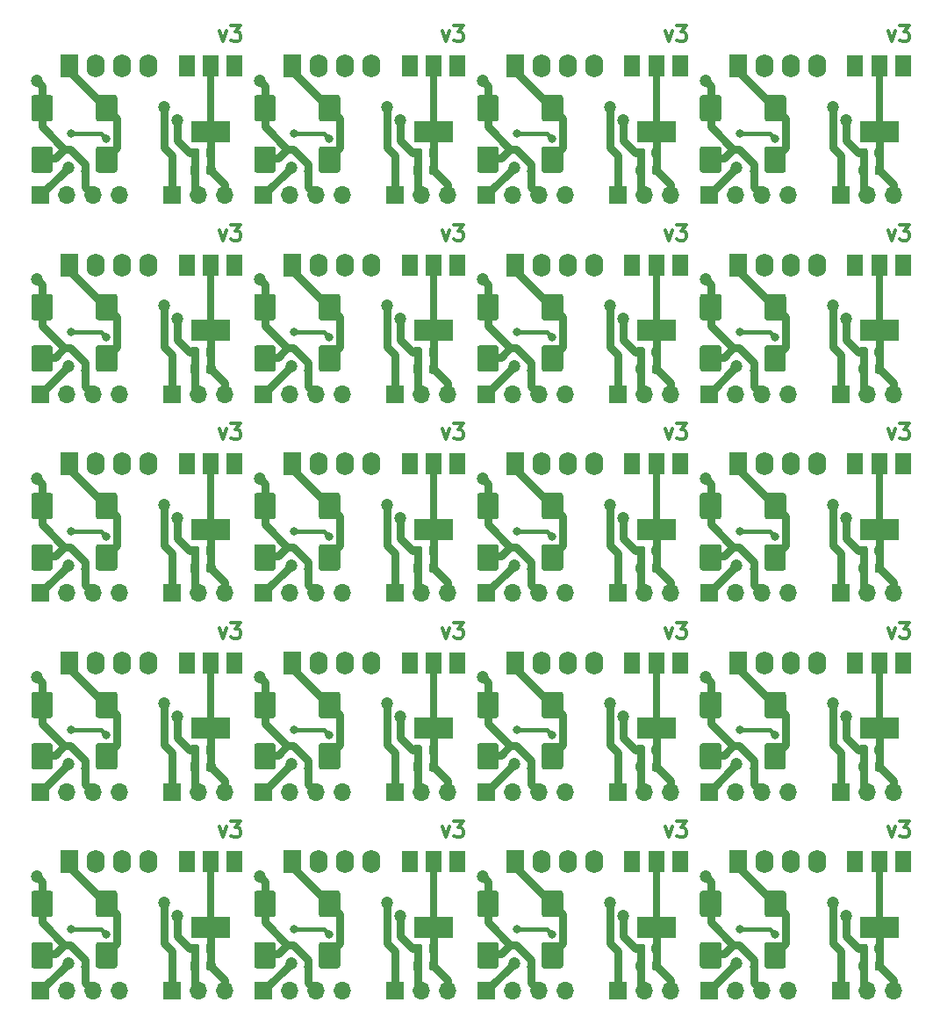
<source format=gbr>
%TF.GenerationSoftware,KiCad,Pcbnew,(5.1.10)-1*%
%TF.CreationDate,2022-01-17T19:02:24+07:00*%
%TF.ProjectId,DC5V_DC5V3V3_v3_pnlz4x5,44433556-5f44-4433-9556-3356335f7633,rev?*%
%TF.SameCoordinates,Original*%
%TF.FileFunction,Copper,L1,Top*%
%TF.FilePolarity,Positive*%
%FSLAX46Y46*%
G04 Gerber Fmt 4.6, Leading zero omitted, Abs format (unit mm)*
G04 Created by KiCad (PCBNEW (5.1.10)-1) date 2022-01-17 19:02:24*
%MOMM*%
%LPD*%
G01*
G04 APERTURE LIST*
%TA.AperFunction,NonConductor*%
%ADD10C,0.300000*%
%TD*%
%TA.AperFunction,ComponentPad*%
%ADD11O,1.750000X2.250000*%
%TD*%
%TA.AperFunction,ComponentPad*%
%ADD12R,1.750000X2.250000*%
%TD*%
%TA.AperFunction,SMDPad,CuDef*%
%ADD13R,3.800000X2.000000*%
%TD*%
%TA.AperFunction,SMDPad,CuDef*%
%ADD14R,1.500000X2.000000*%
%TD*%
%TA.AperFunction,ComponentPad*%
%ADD15R,1.700000X1.700000*%
%TD*%
%TA.AperFunction,ComponentPad*%
%ADD16O,1.700000X1.700000*%
%TD*%
%TA.AperFunction,ViaPad*%
%ADD17C,0.800000*%
%TD*%
%TA.AperFunction,ViaPad*%
%ADD18C,1.200000*%
%TD*%
%TA.AperFunction,Conductor*%
%ADD19C,0.800000*%
%TD*%
%TA.AperFunction,Conductor*%
%ADD20C,0.700000*%
%TD*%
%TA.AperFunction,Conductor*%
%ADD21C,0.400000*%
%TD*%
G04 APERTURE END LIST*
D10*
X183064571Y-149318571D02*
X183421714Y-150318571D01*
X183778857Y-149318571D01*
X184207428Y-148818571D02*
X185136000Y-148818571D01*
X184636000Y-149390000D01*
X184850285Y-149390000D01*
X184993142Y-149461428D01*
X185064571Y-149532857D01*
X185136000Y-149675714D01*
X185136000Y-150032857D01*
X185064571Y-150175714D01*
X184993142Y-150247142D01*
X184850285Y-150318571D01*
X184421714Y-150318571D01*
X184278857Y-150247142D01*
X184207428Y-150175714D01*
X161564571Y-149318571D02*
X161921714Y-150318571D01*
X162278857Y-149318571D01*
X162707428Y-148818571D02*
X163636000Y-148818571D01*
X163136000Y-149390000D01*
X163350285Y-149390000D01*
X163493142Y-149461428D01*
X163564571Y-149532857D01*
X163636000Y-149675714D01*
X163636000Y-150032857D01*
X163564571Y-150175714D01*
X163493142Y-150247142D01*
X163350285Y-150318571D01*
X162921714Y-150318571D01*
X162778857Y-150247142D01*
X162707428Y-150175714D01*
X140064571Y-149318571D02*
X140421714Y-150318571D01*
X140778857Y-149318571D01*
X141207428Y-148818571D02*
X142136000Y-148818571D01*
X141636000Y-149390000D01*
X141850285Y-149390000D01*
X141993142Y-149461428D01*
X142064571Y-149532857D01*
X142136000Y-149675714D01*
X142136000Y-150032857D01*
X142064571Y-150175714D01*
X141993142Y-150247142D01*
X141850285Y-150318571D01*
X141421714Y-150318571D01*
X141278857Y-150247142D01*
X141207428Y-150175714D01*
X118564571Y-149318571D02*
X118921714Y-150318571D01*
X119278857Y-149318571D01*
X119707428Y-148818571D02*
X120636000Y-148818571D01*
X120136000Y-149390000D01*
X120350285Y-149390000D01*
X120493142Y-149461428D01*
X120564571Y-149532857D01*
X120636000Y-149675714D01*
X120636000Y-150032857D01*
X120564571Y-150175714D01*
X120493142Y-150247142D01*
X120350285Y-150318571D01*
X119921714Y-150318571D01*
X119778857Y-150247142D01*
X119707428Y-150175714D01*
X183064571Y-130141571D02*
X183421714Y-131141571D01*
X183778857Y-130141571D01*
X184207428Y-129641571D02*
X185136000Y-129641571D01*
X184636000Y-130213000D01*
X184850285Y-130213000D01*
X184993142Y-130284428D01*
X185064571Y-130355857D01*
X185136000Y-130498714D01*
X185136000Y-130855857D01*
X185064571Y-130998714D01*
X184993142Y-131070142D01*
X184850285Y-131141571D01*
X184421714Y-131141571D01*
X184278857Y-131070142D01*
X184207428Y-130998714D01*
X161564571Y-130141571D02*
X161921714Y-131141571D01*
X162278857Y-130141571D01*
X162707428Y-129641571D02*
X163636000Y-129641571D01*
X163136000Y-130213000D01*
X163350285Y-130213000D01*
X163493142Y-130284428D01*
X163564571Y-130355857D01*
X163636000Y-130498714D01*
X163636000Y-130855857D01*
X163564571Y-130998714D01*
X163493142Y-131070142D01*
X163350285Y-131141571D01*
X162921714Y-131141571D01*
X162778857Y-131070142D01*
X162707428Y-130998714D01*
X140064571Y-130141571D02*
X140421714Y-131141571D01*
X140778857Y-130141571D01*
X141207428Y-129641571D02*
X142136000Y-129641571D01*
X141636000Y-130213000D01*
X141850285Y-130213000D01*
X141993142Y-130284428D01*
X142064571Y-130355857D01*
X142136000Y-130498714D01*
X142136000Y-130855857D01*
X142064571Y-130998714D01*
X141993142Y-131070142D01*
X141850285Y-131141571D01*
X141421714Y-131141571D01*
X141278857Y-131070142D01*
X141207428Y-130998714D01*
X118564571Y-130141571D02*
X118921714Y-131141571D01*
X119278857Y-130141571D01*
X119707428Y-129641571D02*
X120636000Y-129641571D01*
X120136000Y-130213000D01*
X120350285Y-130213000D01*
X120493142Y-130284428D01*
X120564571Y-130355857D01*
X120636000Y-130498714D01*
X120636000Y-130855857D01*
X120564571Y-130998714D01*
X120493142Y-131070142D01*
X120350285Y-131141571D01*
X119921714Y-131141571D01*
X119778857Y-131070142D01*
X119707428Y-130998714D01*
X183064571Y-110964571D02*
X183421714Y-111964571D01*
X183778857Y-110964571D01*
X184207428Y-110464571D02*
X185136000Y-110464571D01*
X184636000Y-111036000D01*
X184850285Y-111036000D01*
X184993142Y-111107428D01*
X185064571Y-111178857D01*
X185136000Y-111321714D01*
X185136000Y-111678857D01*
X185064571Y-111821714D01*
X184993142Y-111893142D01*
X184850285Y-111964571D01*
X184421714Y-111964571D01*
X184278857Y-111893142D01*
X184207428Y-111821714D01*
X161564571Y-110964571D02*
X161921714Y-111964571D01*
X162278857Y-110964571D01*
X162707428Y-110464571D02*
X163636000Y-110464571D01*
X163136000Y-111036000D01*
X163350285Y-111036000D01*
X163493142Y-111107428D01*
X163564571Y-111178857D01*
X163636000Y-111321714D01*
X163636000Y-111678857D01*
X163564571Y-111821714D01*
X163493142Y-111893142D01*
X163350285Y-111964571D01*
X162921714Y-111964571D01*
X162778857Y-111893142D01*
X162707428Y-111821714D01*
X140064571Y-110964571D02*
X140421714Y-111964571D01*
X140778857Y-110964571D01*
X141207428Y-110464571D02*
X142136000Y-110464571D01*
X141636000Y-111036000D01*
X141850285Y-111036000D01*
X141993142Y-111107428D01*
X142064571Y-111178857D01*
X142136000Y-111321714D01*
X142136000Y-111678857D01*
X142064571Y-111821714D01*
X141993142Y-111893142D01*
X141850285Y-111964571D01*
X141421714Y-111964571D01*
X141278857Y-111893142D01*
X141207428Y-111821714D01*
X118564571Y-110964571D02*
X118921714Y-111964571D01*
X119278857Y-110964571D01*
X119707428Y-110464571D02*
X120636000Y-110464571D01*
X120136000Y-111036000D01*
X120350285Y-111036000D01*
X120493142Y-111107428D01*
X120564571Y-111178857D01*
X120636000Y-111321714D01*
X120636000Y-111678857D01*
X120564571Y-111821714D01*
X120493142Y-111893142D01*
X120350285Y-111964571D01*
X119921714Y-111964571D01*
X119778857Y-111893142D01*
X119707428Y-111821714D01*
X183064571Y-91787571D02*
X183421714Y-92787571D01*
X183778857Y-91787571D01*
X184207428Y-91287571D02*
X185136000Y-91287571D01*
X184636000Y-91859000D01*
X184850285Y-91859000D01*
X184993142Y-91930428D01*
X185064571Y-92001857D01*
X185136000Y-92144714D01*
X185136000Y-92501857D01*
X185064571Y-92644714D01*
X184993142Y-92716142D01*
X184850285Y-92787571D01*
X184421714Y-92787571D01*
X184278857Y-92716142D01*
X184207428Y-92644714D01*
X161564571Y-91787571D02*
X161921714Y-92787571D01*
X162278857Y-91787571D01*
X162707428Y-91287571D02*
X163636000Y-91287571D01*
X163136000Y-91859000D01*
X163350285Y-91859000D01*
X163493142Y-91930428D01*
X163564571Y-92001857D01*
X163636000Y-92144714D01*
X163636000Y-92501857D01*
X163564571Y-92644714D01*
X163493142Y-92716142D01*
X163350285Y-92787571D01*
X162921714Y-92787571D01*
X162778857Y-92716142D01*
X162707428Y-92644714D01*
X140064571Y-91787571D02*
X140421714Y-92787571D01*
X140778857Y-91787571D01*
X141207428Y-91287571D02*
X142136000Y-91287571D01*
X141636000Y-91859000D01*
X141850285Y-91859000D01*
X141993142Y-91930428D01*
X142064571Y-92001857D01*
X142136000Y-92144714D01*
X142136000Y-92501857D01*
X142064571Y-92644714D01*
X141993142Y-92716142D01*
X141850285Y-92787571D01*
X141421714Y-92787571D01*
X141278857Y-92716142D01*
X141207428Y-92644714D01*
X118564571Y-91787571D02*
X118921714Y-92787571D01*
X119278857Y-91787571D01*
X119707428Y-91287571D02*
X120636000Y-91287571D01*
X120136000Y-91859000D01*
X120350285Y-91859000D01*
X120493142Y-91930428D01*
X120564571Y-92001857D01*
X120636000Y-92144714D01*
X120636000Y-92501857D01*
X120564571Y-92644714D01*
X120493142Y-92716142D01*
X120350285Y-92787571D01*
X119921714Y-92787571D01*
X119778857Y-92716142D01*
X119707428Y-92644714D01*
X183064571Y-72610571D02*
X183421714Y-73610571D01*
X183778857Y-72610571D01*
X184207428Y-72110571D02*
X185136000Y-72110571D01*
X184636000Y-72682000D01*
X184850285Y-72682000D01*
X184993142Y-72753428D01*
X185064571Y-72824857D01*
X185136000Y-72967714D01*
X185136000Y-73324857D01*
X185064571Y-73467714D01*
X184993142Y-73539142D01*
X184850285Y-73610571D01*
X184421714Y-73610571D01*
X184278857Y-73539142D01*
X184207428Y-73467714D01*
X161564571Y-72610571D02*
X161921714Y-73610571D01*
X162278857Y-72610571D01*
X162707428Y-72110571D02*
X163636000Y-72110571D01*
X163136000Y-72682000D01*
X163350285Y-72682000D01*
X163493142Y-72753428D01*
X163564571Y-72824857D01*
X163636000Y-72967714D01*
X163636000Y-73324857D01*
X163564571Y-73467714D01*
X163493142Y-73539142D01*
X163350285Y-73610571D01*
X162921714Y-73610571D01*
X162778857Y-73539142D01*
X162707428Y-73467714D01*
X140064571Y-72610571D02*
X140421714Y-73610571D01*
X140778857Y-72610571D01*
X141207428Y-72110571D02*
X142136000Y-72110571D01*
X141636000Y-72682000D01*
X141850285Y-72682000D01*
X141993142Y-72753428D01*
X142064571Y-72824857D01*
X142136000Y-72967714D01*
X142136000Y-73324857D01*
X142064571Y-73467714D01*
X141993142Y-73539142D01*
X141850285Y-73610571D01*
X141421714Y-73610571D01*
X141278857Y-73539142D01*
X141207428Y-73467714D01*
X118564571Y-72610571D02*
X118921714Y-73610571D01*
X119278857Y-72610571D01*
X119707428Y-72110571D02*
X120636000Y-72110571D01*
X120136000Y-72682000D01*
X120350285Y-72682000D01*
X120493142Y-72753428D01*
X120564571Y-72824857D01*
X120636000Y-72967714D01*
X120636000Y-73324857D01*
X120564571Y-73467714D01*
X120493142Y-73539142D01*
X120350285Y-73610571D01*
X119921714Y-73610571D01*
X119778857Y-73539142D01*
X119707428Y-73467714D01*
D11*
%TO.P,PS1,4*%
%TO.N,+5VP*%
X176266000Y-152688000D03*
%TO.P,PS1,3*%
%TO.N,GND2*%
X173726000Y-152688000D03*
%TO.P,PS1,2*%
%TO.N,+5V*%
X171186000Y-152688000D03*
D12*
%TO.P,PS1,1*%
%TO.N,GND1*%
X168646000Y-152688000D03*
%TD*%
D11*
%TO.P,PS1,4*%
%TO.N,+5VP*%
X154766000Y-152688000D03*
%TO.P,PS1,3*%
%TO.N,GND2*%
X152226000Y-152688000D03*
%TO.P,PS1,2*%
%TO.N,+5V*%
X149686000Y-152688000D03*
D12*
%TO.P,PS1,1*%
%TO.N,GND1*%
X147146000Y-152688000D03*
%TD*%
D11*
%TO.P,PS1,4*%
%TO.N,+5VP*%
X133266000Y-152688000D03*
%TO.P,PS1,3*%
%TO.N,GND2*%
X130726000Y-152688000D03*
%TO.P,PS1,2*%
%TO.N,+5V*%
X128186000Y-152688000D03*
D12*
%TO.P,PS1,1*%
%TO.N,GND1*%
X125646000Y-152688000D03*
%TD*%
D11*
%TO.P,PS1,4*%
%TO.N,+5VP*%
X111766000Y-152688000D03*
%TO.P,PS1,3*%
%TO.N,GND2*%
X109226000Y-152688000D03*
%TO.P,PS1,2*%
%TO.N,+5V*%
X106686000Y-152688000D03*
D12*
%TO.P,PS1,1*%
%TO.N,GND1*%
X104146000Y-152688000D03*
%TD*%
D11*
%TO.P,PS1,4*%
%TO.N,+5VP*%
X176266000Y-133511000D03*
%TO.P,PS1,3*%
%TO.N,GND2*%
X173726000Y-133511000D03*
%TO.P,PS1,2*%
%TO.N,+5V*%
X171186000Y-133511000D03*
D12*
%TO.P,PS1,1*%
%TO.N,GND1*%
X168646000Y-133511000D03*
%TD*%
D11*
%TO.P,PS1,4*%
%TO.N,+5VP*%
X154766000Y-133511000D03*
%TO.P,PS1,3*%
%TO.N,GND2*%
X152226000Y-133511000D03*
%TO.P,PS1,2*%
%TO.N,+5V*%
X149686000Y-133511000D03*
D12*
%TO.P,PS1,1*%
%TO.N,GND1*%
X147146000Y-133511000D03*
%TD*%
D11*
%TO.P,PS1,4*%
%TO.N,+5VP*%
X133266000Y-133511000D03*
%TO.P,PS1,3*%
%TO.N,GND2*%
X130726000Y-133511000D03*
%TO.P,PS1,2*%
%TO.N,+5V*%
X128186000Y-133511000D03*
D12*
%TO.P,PS1,1*%
%TO.N,GND1*%
X125646000Y-133511000D03*
%TD*%
D11*
%TO.P,PS1,4*%
%TO.N,+5VP*%
X111766000Y-133511000D03*
%TO.P,PS1,3*%
%TO.N,GND2*%
X109226000Y-133511000D03*
%TO.P,PS1,2*%
%TO.N,+5V*%
X106686000Y-133511000D03*
D12*
%TO.P,PS1,1*%
%TO.N,GND1*%
X104146000Y-133511000D03*
%TD*%
D11*
%TO.P,PS1,4*%
%TO.N,+5VP*%
X176266000Y-114334000D03*
%TO.P,PS1,3*%
%TO.N,GND2*%
X173726000Y-114334000D03*
%TO.P,PS1,2*%
%TO.N,+5V*%
X171186000Y-114334000D03*
D12*
%TO.P,PS1,1*%
%TO.N,GND1*%
X168646000Y-114334000D03*
%TD*%
D11*
%TO.P,PS1,4*%
%TO.N,+5VP*%
X154766000Y-114334000D03*
%TO.P,PS1,3*%
%TO.N,GND2*%
X152226000Y-114334000D03*
%TO.P,PS1,2*%
%TO.N,+5V*%
X149686000Y-114334000D03*
D12*
%TO.P,PS1,1*%
%TO.N,GND1*%
X147146000Y-114334000D03*
%TD*%
D11*
%TO.P,PS1,4*%
%TO.N,+5VP*%
X133266000Y-114334000D03*
%TO.P,PS1,3*%
%TO.N,GND2*%
X130726000Y-114334000D03*
%TO.P,PS1,2*%
%TO.N,+5V*%
X128186000Y-114334000D03*
D12*
%TO.P,PS1,1*%
%TO.N,GND1*%
X125646000Y-114334000D03*
%TD*%
D11*
%TO.P,PS1,4*%
%TO.N,+5VP*%
X111766000Y-114334000D03*
%TO.P,PS1,3*%
%TO.N,GND2*%
X109226000Y-114334000D03*
%TO.P,PS1,2*%
%TO.N,+5V*%
X106686000Y-114334000D03*
D12*
%TO.P,PS1,1*%
%TO.N,GND1*%
X104146000Y-114334000D03*
%TD*%
D11*
%TO.P,PS1,4*%
%TO.N,+5VP*%
X176266000Y-95157000D03*
%TO.P,PS1,3*%
%TO.N,GND2*%
X173726000Y-95157000D03*
%TO.P,PS1,2*%
%TO.N,+5V*%
X171186000Y-95157000D03*
D12*
%TO.P,PS1,1*%
%TO.N,GND1*%
X168646000Y-95157000D03*
%TD*%
D11*
%TO.P,PS1,4*%
%TO.N,+5VP*%
X154766000Y-95157000D03*
%TO.P,PS1,3*%
%TO.N,GND2*%
X152226000Y-95157000D03*
%TO.P,PS1,2*%
%TO.N,+5V*%
X149686000Y-95157000D03*
D12*
%TO.P,PS1,1*%
%TO.N,GND1*%
X147146000Y-95157000D03*
%TD*%
D11*
%TO.P,PS1,4*%
%TO.N,+5VP*%
X133266000Y-95157000D03*
%TO.P,PS1,3*%
%TO.N,GND2*%
X130726000Y-95157000D03*
%TO.P,PS1,2*%
%TO.N,+5V*%
X128186000Y-95157000D03*
D12*
%TO.P,PS1,1*%
%TO.N,GND1*%
X125646000Y-95157000D03*
%TD*%
D11*
%TO.P,PS1,4*%
%TO.N,+5VP*%
X111766000Y-95157000D03*
%TO.P,PS1,3*%
%TO.N,GND2*%
X109226000Y-95157000D03*
%TO.P,PS1,2*%
%TO.N,+5V*%
X106686000Y-95157000D03*
D12*
%TO.P,PS1,1*%
%TO.N,GND1*%
X104146000Y-95157000D03*
%TD*%
D11*
%TO.P,PS1,4*%
%TO.N,+5VP*%
X176266000Y-75980000D03*
%TO.P,PS1,3*%
%TO.N,GND2*%
X173726000Y-75980000D03*
%TO.P,PS1,2*%
%TO.N,+5V*%
X171186000Y-75980000D03*
D12*
%TO.P,PS1,1*%
%TO.N,GND1*%
X168646000Y-75980000D03*
%TD*%
D11*
%TO.P,PS1,4*%
%TO.N,+5VP*%
X154766000Y-75980000D03*
%TO.P,PS1,3*%
%TO.N,GND2*%
X152226000Y-75980000D03*
%TO.P,PS1,2*%
%TO.N,+5V*%
X149686000Y-75980000D03*
D12*
%TO.P,PS1,1*%
%TO.N,GND1*%
X147146000Y-75980000D03*
%TD*%
D11*
%TO.P,PS1,4*%
%TO.N,+5VP*%
X133266000Y-75980000D03*
%TO.P,PS1,3*%
%TO.N,GND2*%
X130726000Y-75980000D03*
%TO.P,PS1,2*%
%TO.N,+5V*%
X128186000Y-75980000D03*
D12*
%TO.P,PS1,1*%
%TO.N,GND1*%
X125646000Y-75980000D03*
%TD*%
%TO.P,C7,1*%
%TO.N,+5P*%
%TA.AperFunction,SMDPad,CuDef*%
G36*
G01*
X164941500Y-157777000D02*
X164941500Y-155727000D01*
G75*
G02*
X165191500Y-155477000I250000J0D01*
G01*
X166766500Y-155477000D01*
G75*
G02*
X167016500Y-155727000I0J-250000D01*
G01*
X167016500Y-157777000D01*
G75*
G02*
X166766500Y-158027000I-250000J0D01*
G01*
X165191500Y-158027000D01*
G75*
G02*
X164941500Y-157777000I0J250000D01*
G01*
G37*
%TD.AperFunction*%
%TO.P,C7,2*%
%TO.N,GND1*%
%TA.AperFunction,SMDPad,CuDef*%
G36*
G01*
X171166500Y-157777000D02*
X171166500Y-155727000D01*
G75*
G02*
X171416500Y-155477000I250000J0D01*
G01*
X172991500Y-155477000D01*
G75*
G02*
X173241500Y-155727000I0J-250000D01*
G01*
X173241500Y-157777000D01*
G75*
G02*
X172991500Y-158027000I-250000J0D01*
G01*
X171416500Y-158027000D01*
G75*
G02*
X171166500Y-157777000I0J250000D01*
G01*
G37*
%TD.AperFunction*%
%TD*%
%TO.P,C7,1*%
%TO.N,+5P*%
%TA.AperFunction,SMDPad,CuDef*%
G36*
G01*
X143441500Y-157777000D02*
X143441500Y-155727000D01*
G75*
G02*
X143691500Y-155477000I250000J0D01*
G01*
X145266500Y-155477000D01*
G75*
G02*
X145516500Y-155727000I0J-250000D01*
G01*
X145516500Y-157777000D01*
G75*
G02*
X145266500Y-158027000I-250000J0D01*
G01*
X143691500Y-158027000D01*
G75*
G02*
X143441500Y-157777000I0J250000D01*
G01*
G37*
%TD.AperFunction*%
%TO.P,C7,2*%
%TO.N,GND1*%
%TA.AperFunction,SMDPad,CuDef*%
G36*
G01*
X149666500Y-157777000D02*
X149666500Y-155727000D01*
G75*
G02*
X149916500Y-155477000I250000J0D01*
G01*
X151491500Y-155477000D01*
G75*
G02*
X151741500Y-155727000I0J-250000D01*
G01*
X151741500Y-157777000D01*
G75*
G02*
X151491500Y-158027000I-250000J0D01*
G01*
X149916500Y-158027000D01*
G75*
G02*
X149666500Y-157777000I0J250000D01*
G01*
G37*
%TD.AperFunction*%
%TD*%
%TO.P,C7,1*%
%TO.N,+5P*%
%TA.AperFunction,SMDPad,CuDef*%
G36*
G01*
X121941500Y-157777000D02*
X121941500Y-155727000D01*
G75*
G02*
X122191500Y-155477000I250000J0D01*
G01*
X123766500Y-155477000D01*
G75*
G02*
X124016500Y-155727000I0J-250000D01*
G01*
X124016500Y-157777000D01*
G75*
G02*
X123766500Y-158027000I-250000J0D01*
G01*
X122191500Y-158027000D01*
G75*
G02*
X121941500Y-157777000I0J250000D01*
G01*
G37*
%TD.AperFunction*%
%TO.P,C7,2*%
%TO.N,GND1*%
%TA.AperFunction,SMDPad,CuDef*%
G36*
G01*
X128166500Y-157777000D02*
X128166500Y-155727000D01*
G75*
G02*
X128416500Y-155477000I250000J0D01*
G01*
X129991500Y-155477000D01*
G75*
G02*
X130241500Y-155727000I0J-250000D01*
G01*
X130241500Y-157777000D01*
G75*
G02*
X129991500Y-158027000I-250000J0D01*
G01*
X128416500Y-158027000D01*
G75*
G02*
X128166500Y-157777000I0J250000D01*
G01*
G37*
%TD.AperFunction*%
%TD*%
%TO.P,C7,1*%
%TO.N,+5P*%
%TA.AperFunction,SMDPad,CuDef*%
G36*
G01*
X100441500Y-157777000D02*
X100441500Y-155727000D01*
G75*
G02*
X100691500Y-155477000I250000J0D01*
G01*
X102266500Y-155477000D01*
G75*
G02*
X102516500Y-155727000I0J-250000D01*
G01*
X102516500Y-157777000D01*
G75*
G02*
X102266500Y-158027000I-250000J0D01*
G01*
X100691500Y-158027000D01*
G75*
G02*
X100441500Y-157777000I0J250000D01*
G01*
G37*
%TD.AperFunction*%
%TO.P,C7,2*%
%TO.N,GND1*%
%TA.AperFunction,SMDPad,CuDef*%
G36*
G01*
X106666500Y-157777000D02*
X106666500Y-155727000D01*
G75*
G02*
X106916500Y-155477000I250000J0D01*
G01*
X108491500Y-155477000D01*
G75*
G02*
X108741500Y-155727000I0J-250000D01*
G01*
X108741500Y-157777000D01*
G75*
G02*
X108491500Y-158027000I-250000J0D01*
G01*
X106916500Y-158027000D01*
G75*
G02*
X106666500Y-157777000I0J250000D01*
G01*
G37*
%TD.AperFunction*%
%TD*%
%TO.P,C7,1*%
%TO.N,+5P*%
%TA.AperFunction,SMDPad,CuDef*%
G36*
G01*
X164941500Y-138600000D02*
X164941500Y-136550000D01*
G75*
G02*
X165191500Y-136300000I250000J0D01*
G01*
X166766500Y-136300000D01*
G75*
G02*
X167016500Y-136550000I0J-250000D01*
G01*
X167016500Y-138600000D01*
G75*
G02*
X166766500Y-138850000I-250000J0D01*
G01*
X165191500Y-138850000D01*
G75*
G02*
X164941500Y-138600000I0J250000D01*
G01*
G37*
%TD.AperFunction*%
%TO.P,C7,2*%
%TO.N,GND1*%
%TA.AperFunction,SMDPad,CuDef*%
G36*
G01*
X171166500Y-138600000D02*
X171166500Y-136550000D01*
G75*
G02*
X171416500Y-136300000I250000J0D01*
G01*
X172991500Y-136300000D01*
G75*
G02*
X173241500Y-136550000I0J-250000D01*
G01*
X173241500Y-138600000D01*
G75*
G02*
X172991500Y-138850000I-250000J0D01*
G01*
X171416500Y-138850000D01*
G75*
G02*
X171166500Y-138600000I0J250000D01*
G01*
G37*
%TD.AperFunction*%
%TD*%
%TO.P,C7,1*%
%TO.N,+5P*%
%TA.AperFunction,SMDPad,CuDef*%
G36*
G01*
X143441500Y-138600000D02*
X143441500Y-136550000D01*
G75*
G02*
X143691500Y-136300000I250000J0D01*
G01*
X145266500Y-136300000D01*
G75*
G02*
X145516500Y-136550000I0J-250000D01*
G01*
X145516500Y-138600000D01*
G75*
G02*
X145266500Y-138850000I-250000J0D01*
G01*
X143691500Y-138850000D01*
G75*
G02*
X143441500Y-138600000I0J250000D01*
G01*
G37*
%TD.AperFunction*%
%TO.P,C7,2*%
%TO.N,GND1*%
%TA.AperFunction,SMDPad,CuDef*%
G36*
G01*
X149666500Y-138600000D02*
X149666500Y-136550000D01*
G75*
G02*
X149916500Y-136300000I250000J0D01*
G01*
X151491500Y-136300000D01*
G75*
G02*
X151741500Y-136550000I0J-250000D01*
G01*
X151741500Y-138600000D01*
G75*
G02*
X151491500Y-138850000I-250000J0D01*
G01*
X149916500Y-138850000D01*
G75*
G02*
X149666500Y-138600000I0J250000D01*
G01*
G37*
%TD.AperFunction*%
%TD*%
%TO.P,C7,1*%
%TO.N,+5P*%
%TA.AperFunction,SMDPad,CuDef*%
G36*
G01*
X121941500Y-138600000D02*
X121941500Y-136550000D01*
G75*
G02*
X122191500Y-136300000I250000J0D01*
G01*
X123766500Y-136300000D01*
G75*
G02*
X124016500Y-136550000I0J-250000D01*
G01*
X124016500Y-138600000D01*
G75*
G02*
X123766500Y-138850000I-250000J0D01*
G01*
X122191500Y-138850000D01*
G75*
G02*
X121941500Y-138600000I0J250000D01*
G01*
G37*
%TD.AperFunction*%
%TO.P,C7,2*%
%TO.N,GND1*%
%TA.AperFunction,SMDPad,CuDef*%
G36*
G01*
X128166500Y-138600000D02*
X128166500Y-136550000D01*
G75*
G02*
X128416500Y-136300000I250000J0D01*
G01*
X129991500Y-136300000D01*
G75*
G02*
X130241500Y-136550000I0J-250000D01*
G01*
X130241500Y-138600000D01*
G75*
G02*
X129991500Y-138850000I-250000J0D01*
G01*
X128416500Y-138850000D01*
G75*
G02*
X128166500Y-138600000I0J250000D01*
G01*
G37*
%TD.AperFunction*%
%TD*%
%TO.P,C7,1*%
%TO.N,+5P*%
%TA.AperFunction,SMDPad,CuDef*%
G36*
G01*
X100441500Y-138600000D02*
X100441500Y-136550000D01*
G75*
G02*
X100691500Y-136300000I250000J0D01*
G01*
X102266500Y-136300000D01*
G75*
G02*
X102516500Y-136550000I0J-250000D01*
G01*
X102516500Y-138600000D01*
G75*
G02*
X102266500Y-138850000I-250000J0D01*
G01*
X100691500Y-138850000D01*
G75*
G02*
X100441500Y-138600000I0J250000D01*
G01*
G37*
%TD.AperFunction*%
%TO.P,C7,2*%
%TO.N,GND1*%
%TA.AperFunction,SMDPad,CuDef*%
G36*
G01*
X106666500Y-138600000D02*
X106666500Y-136550000D01*
G75*
G02*
X106916500Y-136300000I250000J0D01*
G01*
X108491500Y-136300000D01*
G75*
G02*
X108741500Y-136550000I0J-250000D01*
G01*
X108741500Y-138600000D01*
G75*
G02*
X108491500Y-138850000I-250000J0D01*
G01*
X106916500Y-138850000D01*
G75*
G02*
X106666500Y-138600000I0J250000D01*
G01*
G37*
%TD.AperFunction*%
%TD*%
%TO.P,C7,1*%
%TO.N,+5P*%
%TA.AperFunction,SMDPad,CuDef*%
G36*
G01*
X164941500Y-119423000D02*
X164941500Y-117373000D01*
G75*
G02*
X165191500Y-117123000I250000J0D01*
G01*
X166766500Y-117123000D01*
G75*
G02*
X167016500Y-117373000I0J-250000D01*
G01*
X167016500Y-119423000D01*
G75*
G02*
X166766500Y-119673000I-250000J0D01*
G01*
X165191500Y-119673000D01*
G75*
G02*
X164941500Y-119423000I0J250000D01*
G01*
G37*
%TD.AperFunction*%
%TO.P,C7,2*%
%TO.N,GND1*%
%TA.AperFunction,SMDPad,CuDef*%
G36*
G01*
X171166500Y-119423000D02*
X171166500Y-117373000D01*
G75*
G02*
X171416500Y-117123000I250000J0D01*
G01*
X172991500Y-117123000D01*
G75*
G02*
X173241500Y-117373000I0J-250000D01*
G01*
X173241500Y-119423000D01*
G75*
G02*
X172991500Y-119673000I-250000J0D01*
G01*
X171416500Y-119673000D01*
G75*
G02*
X171166500Y-119423000I0J250000D01*
G01*
G37*
%TD.AperFunction*%
%TD*%
%TO.P,C7,1*%
%TO.N,+5P*%
%TA.AperFunction,SMDPad,CuDef*%
G36*
G01*
X143441500Y-119423000D02*
X143441500Y-117373000D01*
G75*
G02*
X143691500Y-117123000I250000J0D01*
G01*
X145266500Y-117123000D01*
G75*
G02*
X145516500Y-117373000I0J-250000D01*
G01*
X145516500Y-119423000D01*
G75*
G02*
X145266500Y-119673000I-250000J0D01*
G01*
X143691500Y-119673000D01*
G75*
G02*
X143441500Y-119423000I0J250000D01*
G01*
G37*
%TD.AperFunction*%
%TO.P,C7,2*%
%TO.N,GND1*%
%TA.AperFunction,SMDPad,CuDef*%
G36*
G01*
X149666500Y-119423000D02*
X149666500Y-117373000D01*
G75*
G02*
X149916500Y-117123000I250000J0D01*
G01*
X151491500Y-117123000D01*
G75*
G02*
X151741500Y-117373000I0J-250000D01*
G01*
X151741500Y-119423000D01*
G75*
G02*
X151491500Y-119673000I-250000J0D01*
G01*
X149916500Y-119673000D01*
G75*
G02*
X149666500Y-119423000I0J250000D01*
G01*
G37*
%TD.AperFunction*%
%TD*%
%TO.P,C7,1*%
%TO.N,+5P*%
%TA.AperFunction,SMDPad,CuDef*%
G36*
G01*
X121941500Y-119423000D02*
X121941500Y-117373000D01*
G75*
G02*
X122191500Y-117123000I250000J0D01*
G01*
X123766500Y-117123000D01*
G75*
G02*
X124016500Y-117373000I0J-250000D01*
G01*
X124016500Y-119423000D01*
G75*
G02*
X123766500Y-119673000I-250000J0D01*
G01*
X122191500Y-119673000D01*
G75*
G02*
X121941500Y-119423000I0J250000D01*
G01*
G37*
%TD.AperFunction*%
%TO.P,C7,2*%
%TO.N,GND1*%
%TA.AperFunction,SMDPad,CuDef*%
G36*
G01*
X128166500Y-119423000D02*
X128166500Y-117373000D01*
G75*
G02*
X128416500Y-117123000I250000J0D01*
G01*
X129991500Y-117123000D01*
G75*
G02*
X130241500Y-117373000I0J-250000D01*
G01*
X130241500Y-119423000D01*
G75*
G02*
X129991500Y-119673000I-250000J0D01*
G01*
X128416500Y-119673000D01*
G75*
G02*
X128166500Y-119423000I0J250000D01*
G01*
G37*
%TD.AperFunction*%
%TD*%
%TO.P,C7,1*%
%TO.N,+5P*%
%TA.AperFunction,SMDPad,CuDef*%
G36*
G01*
X100441500Y-119423000D02*
X100441500Y-117373000D01*
G75*
G02*
X100691500Y-117123000I250000J0D01*
G01*
X102266500Y-117123000D01*
G75*
G02*
X102516500Y-117373000I0J-250000D01*
G01*
X102516500Y-119423000D01*
G75*
G02*
X102266500Y-119673000I-250000J0D01*
G01*
X100691500Y-119673000D01*
G75*
G02*
X100441500Y-119423000I0J250000D01*
G01*
G37*
%TD.AperFunction*%
%TO.P,C7,2*%
%TO.N,GND1*%
%TA.AperFunction,SMDPad,CuDef*%
G36*
G01*
X106666500Y-119423000D02*
X106666500Y-117373000D01*
G75*
G02*
X106916500Y-117123000I250000J0D01*
G01*
X108491500Y-117123000D01*
G75*
G02*
X108741500Y-117373000I0J-250000D01*
G01*
X108741500Y-119423000D01*
G75*
G02*
X108491500Y-119673000I-250000J0D01*
G01*
X106916500Y-119673000D01*
G75*
G02*
X106666500Y-119423000I0J250000D01*
G01*
G37*
%TD.AperFunction*%
%TD*%
%TO.P,C7,1*%
%TO.N,+5P*%
%TA.AperFunction,SMDPad,CuDef*%
G36*
G01*
X164941500Y-100246000D02*
X164941500Y-98196000D01*
G75*
G02*
X165191500Y-97946000I250000J0D01*
G01*
X166766500Y-97946000D01*
G75*
G02*
X167016500Y-98196000I0J-250000D01*
G01*
X167016500Y-100246000D01*
G75*
G02*
X166766500Y-100496000I-250000J0D01*
G01*
X165191500Y-100496000D01*
G75*
G02*
X164941500Y-100246000I0J250000D01*
G01*
G37*
%TD.AperFunction*%
%TO.P,C7,2*%
%TO.N,GND1*%
%TA.AperFunction,SMDPad,CuDef*%
G36*
G01*
X171166500Y-100246000D02*
X171166500Y-98196000D01*
G75*
G02*
X171416500Y-97946000I250000J0D01*
G01*
X172991500Y-97946000D01*
G75*
G02*
X173241500Y-98196000I0J-250000D01*
G01*
X173241500Y-100246000D01*
G75*
G02*
X172991500Y-100496000I-250000J0D01*
G01*
X171416500Y-100496000D01*
G75*
G02*
X171166500Y-100246000I0J250000D01*
G01*
G37*
%TD.AperFunction*%
%TD*%
%TO.P,C7,1*%
%TO.N,+5P*%
%TA.AperFunction,SMDPad,CuDef*%
G36*
G01*
X143441500Y-100246000D02*
X143441500Y-98196000D01*
G75*
G02*
X143691500Y-97946000I250000J0D01*
G01*
X145266500Y-97946000D01*
G75*
G02*
X145516500Y-98196000I0J-250000D01*
G01*
X145516500Y-100246000D01*
G75*
G02*
X145266500Y-100496000I-250000J0D01*
G01*
X143691500Y-100496000D01*
G75*
G02*
X143441500Y-100246000I0J250000D01*
G01*
G37*
%TD.AperFunction*%
%TO.P,C7,2*%
%TO.N,GND1*%
%TA.AperFunction,SMDPad,CuDef*%
G36*
G01*
X149666500Y-100246000D02*
X149666500Y-98196000D01*
G75*
G02*
X149916500Y-97946000I250000J0D01*
G01*
X151491500Y-97946000D01*
G75*
G02*
X151741500Y-98196000I0J-250000D01*
G01*
X151741500Y-100246000D01*
G75*
G02*
X151491500Y-100496000I-250000J0D01*
G01*
X149916500Y-100496000D01*
G75*
G02*
X149666500Y-100246000I0J250000D01*
G01*
G37*
%TD.AperFunction*%
%TD*%
%TO.P,C7,1*%
%TO.N,+5P*%
%TA.AperFunction,SMDPad,CuDef*%
G36*
G01*
X121941500Y-100246000D02*
X121941500Y-98196000D01*
G75*
G02*
X122191500Y-97946000I250000J0D01*
G01*
X123766500Y-97946000D01*
G75*
G02*
X124016500Y-98196000I0J-250000D01*
G01*
X124016500Y-100246000D01*
G75*
G02*
X123766500Y-100496000I-250000J0D01*
G01*
X122191500Y-100496000D01*
G75*
G02*
X121941500Y-100246000I0J250000D01*
G01*
G37*
%TD.AperFunction*%
%TO.P,C7,2*%
%TO.N,GND1*%
%TA.AperFunction,SMDPad,CuDef*%
G36*
G01*
X128166500Y-100246000D02*
X128166500Y-98196000D01*
G75*
G02*
X128416500Y-97946000I250000J0D01*
G01*
X129991500Y-97946000D01*
G75*
G02*
X130241500Y-98196000I0J-250000D01*
G01*
X130241500Y-100246000D01*
G75*
G02*
X129991500Y-100496000I-250000J0D01*
G01*
X128416500Y-100496000D01*
G75*
G02*
X128166500Y-100246000I0J250000D01*
G01*
G37*
%TD.AperFunction*%
%TD*%
%TO.P,C7,1*%
%TO.N,+5P*%
%TA.AperFunction,SMDPad,CuDef*%
G36*
G01*
X100441500Y-100246000D02*
X100441500Y-98196000D01*
G75*
G02*
X100691500Y-97946000I250000J0D01*
G01*
X102266500Y-97946000D01*
G75*
G02*
X102516500Y-98196000I0J-250000D01*
G01*
X102516500Y-100246000D01*
G75*
G02*
X102266500Y-100496000I-250000J0D01*
G01*
X100691500Y-100496000D01*
G75*
G02*
X100441500Y-100246000I0J250000D01*
G01*
G37*
%TD.AperFunction*%
%TO.P,C7,2*%
%TO.N,GND1*%
%TA.AperFunction,SMDPad,CuDef*%
G36*
G01*
X106666500Y-100246000D02*
X106666500Y-98196000D01*
G75*
G02*
X106916500Y-97946000I250000J0D01*
G01*
X108491500Y-97946000D01*
G75*
G02*
X108741500Y-98196000I0J-250000D01*
G01*
X108741500Y-100246000D01*
G75*
G02*
X108491500Y-100496000I-250000J0D01*
G01*
X106916500Y-100496000D01*
G75*
G02*
X106666500Y-100246000I0J250000D01*
G01*
G37*
%TD.AperFunction*%
%TD*%
%TO.P,C7,1*%
%TO.N,+5P*%
%TA.AperFunction,SMDPad,CuDef*%
G36*
G01*
X164941500Y-81069000D02*
X164941500Y-79019000D01*
G75*
G02*
X165191500Y-78769000I250000J0D01*
G01*
X166766500Y-78769000D01*
G75*
G02*
X167016500Y-79019000I0J-250000D01*
G01*
X167016500Y-81069000D01*
G75*
G02*
X166766500Y-81319000I-250000J0D01*
G01*
X165191500Y-81319000D01*
G75*
G02*
X164941500Y-81069000I0J250000D01*
G01*
G37*
%TD.AperFunction*%
%TO.P,C7,2*%
%TO.N,GND1*%
%TA.AperFunction,SMDPad,CuDef*%
G36*
G01*
X171166500Y-81069000D02*
X171166500Y-79019000D01*
G75*
G02*
X171416500Y-78769000I250000J0D01*
G01*
X172991500Y-78769000D01*
G75*
G02*
X173241500Y-79019000I0J-250000D01*
G01*
X173241500Y-81069000D01*
G75*
G02*
X172991500Y-81319000I-250000J0D01*
G01*
X171416500Y-81319000D01*
G75*
G02*
X171166500Y-81069000I0J250000D01*
G01*
G37*
%TD.AperFunction*%
%TD*%
%TO.P,C7,1*%
%TO.N,+5P*%
%TA.AperFunction,SMDPad,CuDef*%
G36*
G01*
X143441500Y-81069000D02*
X143441500Y-79019000D01*
G75*
G02*
X143691500Y-78769000I250000J0D01*
G01*
X145266500Y-78769000D01*
G75*
G02*
X145516500Y-79019000I0J-250000D01*
G01*
X145516500Y-81069000D01*
G75*
G02*
X145266500Y-81319000I-250000J0D01*
G01*
X143691500Y-81319000D01*
G75*
G02*
X143441500Y-81069000I0J250000D01*
G01*
G37*
%TD.AperFunction*%
%TO.P,C7,2*%
%TO.N,GND1*%
%TA.AperFunction,SMDPad,CuDef*%
G36*
G01*
X149666500Y-81069000D02*
X149666500Y-79019000D01*
G75*
G02*
X149916500Y-78769000I250000J0D01*
G01*
X151491500Y-78769000D01*
G75*
G02*
X151741500Y-79019000I0J-250000D01*
G01*
X151741500Y-81069000D01*
G75*
G02*
X151491500Y-81319000I-250000J0D01*
G01*
X149916500Y-81319000D01*
G75*
G02*
X149666500Y-81069000I0J250000D01*
G01*
G37*
%TD.AperFunction*%
%TD*%
%TO.P,C7,1*%
%TO.N,+5P*%
%TA.AperFunction,SMDPad,CuDef*%
G36*
G01*
X121941500Y-81069000D02*
X121941500Y-79019000D01*
G75*
G02*
X122191500Y-78769000I250000J0D01*
G01*
X123766500Y-78769000D01*
G75*
G02*
X124016500Y-79019000I0J-250000D01*
G01*
X124016500Y-81069000D01*
G75*
G02*
X123766500Y-81319000I-250000J0D01*
G01*
X122191500Y-81319000D01*
G75*
G02*
X121941500Y-81069000I0J250000D01*
G01*
G37*
%TD.AperFunction*%
%TO.P,C7,2*%
%TO.N,GND1*%
%TA.AperFunction,SMDPad,CuDef*%
G36*
G01*
X128166500Y-81069000D02*
X128166500Y-79019000D01*
G75*
G02*
X128416500Y-78769000I250000J0D01*
G01*
X129991500Y-78769000D01*
G75*
G02*
X130241500Y-79019000I0J-250000D01*
G01*
X130241500Y-81069000D01*
G75*
G02*
X129991500Y-81319000I-250000J0D01*
G01*
X128416500Y-81319000D01*
G75*
G02*
X128166500Y-81069000I0J250000D01*
G01*
G37*
%TD.AperFunction*%
%TD*%
%TO.P,C8,1*%
%TO.N,+5P*%
%TA.AperFunction,SMDPad,CuDef*%
G36*
G01*
X164939500Y-162730000D02*
X164939500Y-160680000D01*
G75*
G02*
X165189500Y-160430000I250000J0D01*
G01*
X166764500Y-160430000D01*
G75*
G02*
X167014500Y-160680000I0J-250000D01*
G01*
X167014500Y-162730000D01*
G75*
G02*
X166764500Y-162980000I-250000J0D01*
G01*
X165189500Y-162980000D01*
G75*
G02*
X164939500Y-162730000I0J250000D01*
G01*
G37*
%TD.AperFunction*%
%TO.P,C8,2*%
%TO.N,GND1*%
%TA.AperFunction,SMDPad,CuDef*%
G36*
G01*
X171164500Y-162730000D02*
X171164500Y-160680000D01*
G75*
G02*
X171414500Y-160430000I250000J0D01*
G01*
X172989500Y-160430000D01*
G75*
G02*
X173239500Y-160680000I0J-250000D01*
G01*
X173239500Y-162730000D01*
G75*
G02*
X172989500Y-162980000I-250000J0D01*
G01*
X171414500Y-162980000D01*
G75*
G02*
X171164500Y-162730000I0J250000D01*
G01*
G37*
%TD.AperFunction*%
%TD*%
%TO.P,C8,1*%
%TO.N,+5P*%
%TA.AperFunction,SMDPad,CuDef*%
G36*
G01*
X143439500Y-162730000D02*
X143439500Y-160680000D01*
G75*
G02*
X143689500Y-160430000I250000J0D01*
G01*
X145264500Y-160430000D01*
G75*
G02*
X145514500Y-160680000I0J-250000D01*
G01*
X145514500Y-162730000D01*
G75*
G02*
X145264500Y-162980000I-250000J0D01*
G01*
X143689500Y-162980000D01*
G75*
G02*
X143439500Y-162730000I0J250000D01*
G01*
G37*
%TD.AperFunction*%
%TO.P,C8,2*%
%TO.N,GND1*%
%TA.AperFunction,SMDPad,CuDef*%
G36*
G01*
X149664500Y-162730000D02*
X149664500Y-160680000D01*
G75*
G02*
X149914500Y-160430000I250000J0D01*
G01*
X151489500Y-160430000D01*
G75*
G02*
X151739500Y-160680000I0J-250000D01*
G01*
X151739500Y-162730000D01*
G75*
G02*
X151489500Y-162980000I-250000J0D01*
G01*
X149914500Y-162980000D01*
G75*
G02*
X149664500Y-162730000I0J250000D01*
G01*
G37*
%TD.AperFunction*%
%TD*%
%TO.P,C8,1*%
%TO.N,+5P*%
%TA.AperFunction,SMDPad,CuDef*%
G36*
G01*
X121939500Y-162730000D02*
X121939500Y-160680000D01*
G75*
G02*
X122189500Y-160430000I250000J0D01*
G01*
X123764500Y-160430000D01*
G75*
G02*
X124014500Y-160680000I0J-250000D01*
G01*
X124014500Y-162730000D01*
G75*
G02*
X123764500Y-162980000I-250000J0D01*
G01*
X122189500Y-162980000D01*
G75*
G02*
X121939500Y-162730000I0J250000D01*
G01*
G37*
%TD.AperFunction*%
%TO.P,C8,2*%
%TO.N,GND1*%
%TA.AperFunction,SMDPad,CuDef*%
G36*
G01*
X128164500Y-162730000D02*
X128164500Y-160680000D01*
G75*
G02*
X128414500Y-160430000I250000J0D01*
G01*
X129989500Y-160430000D01*
G75*
G02*
X130239500Y-160680000I0J-250000D01*
G01*
X130239500Y-162730000D01*
G75*
G02*
X129989500Y-162980000I-250000J0D01*
G01*
X128414500Y-162980000D01*
G75*
G02*
X128164500Y-162730000I0J250000D01*
G01*
G37*
%TD.AperFunction*%
%TD*%
%TO.P,C8,1*%
%TO.N,+5P*%
%TA.AperFunction,SMDPad,CuDef*%
G36*
G01*
X100439500Y-162730000D02*
X100439500Y-160680000D01*
G75*
G02*
X100689500Y-160430000I250000J0D01*
G01*
X102264500Y-160430000D01*
G75*
G02*
X102514500Y-160680000I0J-250000D01*
G01*
X102514500Y-162730000D01*
G75*
G02*
X102264500Y-162980000I-250000J0D01*
G01*
X100689500Y-162980000D01*
G75*
G02*
X100439500Y-162730000I0J250000D01*
G01*
G37*
%TD.AperFunction*%
%TO.P,C8,2*%
%TO.N,GND1*%
%TA.AperFunction,SMDPad,CuDef*%
G36*
G01*
X106664500Y-162730000D02*
X106664500Y-160680000D01*
G75*
G02*
X106914500Y-160430000I250000J0D01*
G01*
X108489500Y-160430000D01*
G75*
G02*
X108739500Y-160680000I0J-250000D01*
G01*
X108739500Y-162730000D01*
G75*
G02*
X108489500Y-162980000I-250000J0D01*
G01*
X106914500Y-162980000D01*
G75*
G02*
X106664500Y-162730000I0J250000D01*
G01*
G37*
%TD.AperFunction*%
%TD*%
%TO.P,C8,1*%
%TO.N,+5P*%
%TA.AperFunction,SMDPad,CuDef*%
G36*
G01*
X164939500Y-143553000D02*
X164939500Y-141503000D01*
G75*
G02*
X165189500Y-141253000I250000J0D01*
G01*
X166764500Y-141253000D01*
G75*
G02*
X167014500Y-141503000I0J-250000D01*
G01*
X167014500Y-143553000D01*
G75*
G02*
X166764500Y-143803000I-250000J0D01*
G01*
X165189500Y-143803000D01*
G75*
G02*
X164939500Y-143553000I0J250000D01*
G01*
G37*
%TD.AperFunction*%
%TO.P,C8,2*%
%TO.N,GND1*%
%TA.AperFunction,SMDPad,CuDef*%
G36*
G01*
X171164500Y-143553000D02*
X171164500Y-141503000D01*
G75*
G02*
X171414500Y-141253000I250000J0D01*
G01*
X172989500Y-141253000D01*
G75*
G02*
X173239500Y-141503000I0J-250000D01*
G01*
X173239500Y-143553000D01*
G75*
G02*
X172989500Y-143803000I-250000J0D01*
G01*
X171414500Y-143803000D01*
G75*
G02*
X171164500Y-143553000I0J250000D01*
G01*
G37*
%TD.AperFunction*%
%TD*%
%TO.P,C8,1*%
%TO.N,+5P*%
%TA.AperFunction,SMDPad,CuDef*%
G36*
G01*
X143439500Y-143553000D02*
X143439500Y-141503000D01*
G75*
G02*
X143689500Y-141253000I250000J0D01*
G01*
X145264500Y-141253000D01*
G75*
G02*
X145514500Y-141503000I0J-250000D01*
G01*
X145514500Y-143553000D01*
G75*
G02*
X145264500Y-143803000I-250000J0D01*
G01*
X143689500Y-143803000D01*
G75*
G02*
X143439500Y-143553000I0J250000D01*
G01*
G37*
%TD.AperFunction*%
%TO.P,C8,2*%
%TO.N,GND1*%
%TA.AperFunction,SMDPad,CuDef*%
G36*
G01*
X149664500Y-143553000D02*
X149664500Y-141503000D01*
G75*
G02*
X149914500Y-141253000I250000J0D01*
G01*
X151489500Y-141253000D01*
G75*
G02*
X151739500Y-141503000I0J-250000D01*
G01*
X151739500Y-143553000D01*
G75*
G02*
X151489500Y-143803000I-250000J0D01*
G01*
X149914500Y-143803000D01*
G75*
G02*
X149664500Y-143553000I0J250000D01*
G01*
G37*
%TD.AperFunction*%
%TD*%
%TO.P,C8,1*%
%TO.N,+5P*%
%TA.AperFunction,SMDPad,CuDef*%
G36*
G01*
X121939500Y-143553000D02*
X121939500Y-141503000D01*
G75*
G02*
X122189500Y-141253000I250000J0D01*
G01*
X123764500Y-141253000D01*
G75*
G02*
X124014500Y-141503000I0J-250000D01*
G01*
X124014500Y-143553000D01*
G75*
G02*
X123764500Y-143803000I-250000J0D01*
G01*
X122189500Y-143803000D01*
G75*
G02*
X121939500Y-143553000I0J250000D01*
G01*
G37*
%TD.AperFunction*%
%TO.P,C8,2*%
%TO.N,GND1*%
%TA.AperFunction,SMDPad,CuDef*%
G36*
G01*
X128164500Y-143553000D02*
X128164500Y-141503000D01*
G75*
G02*
X128414500Y-141253000I250000J0D01*
G01*
X129989500Y-141253000D01*
G75*
G02*
X130239500Y-141503000I0J-250000D01*
G01*
X130239500Y-143553000D01*
G75*
G02*
X129989500Y-143803000I-250000J0D01*
G01*
X128414500Y-143803000D01*
G75*
G02*
X128164500Y-143553000I0J250000D01*
G01*
G37*
%TD.AperFunction*%
%TD*%
%TO.P,C8,1*%
%TO.N,+5P*%
%TA.AperFunction,SMDPad,CuDef*%
G36*
G01*
X100439500Y-143553000D02*
X100439500Y-141503000D01*
G75*
G02*
X100689500Y-141253000I250000J0D01*
G01*
X102264500Y-141253000D01*
G75*
G02*
X102514500Y-141503000I0J-250000D01*
G01*
X102514500Y-143553000D01*
G75*
G02*
X102264500Y-143803000I-250000J0D01*
G01*
X100689500Y-143803000D01*
G75*
G02*
X100439500Y-143553000I0J250000D01*
G01*
G37*
%TD.AperFunction*%
%TO.P,C8,2*%
%TO.N,GND1*%
%TA.AperFunction,SMDPad,CuDef*%
G36*
G01*
X106664500Y-143553000D02*
X106664500Y-141503000D01*
G75*
G02*
X106914500Y-141253000I250000J0D01*
G01*
X108489500Y-141253000D01*
G75*
G02*
X108739500Y-141503000I0J-250000D01*
G01*
X108739500Y-143553000D01*
G75*
G02*
X108489500Y-143803000I-250000J0D01*
G01*
X106914500Y-143803000D01*
G75*
G02*
X106664500Y-143553000I0J250000D01*
G01*
G37*
%TD.AperFunction*%
%TD*%
%TO.P,C8,1*%
%TO.N,+5P*%
%TA.AperFunction,SMDPad,CuDef*%
G36*
G01*
X164939500Y-124376000D02*
X164939500Y-122326000D01*
G75*
G02*
X165189500Y-122076000I250000J0D01*
G01*
X166764500Y-122076000D01*
G75*
G02*
X167014500Y-122326000I0J-250000D01*
G01*
X167014500Y-124376000D01*
G75*
G02*
X166764500Y-124626000I-250000J0D01*
G01*
X165189500Y-124626000D01*
G75*
G02*
X164939500Y-124376000I0J250000D01*
G01*
G37*
%TD.AperFunction*%
%TO.P,C8,2*%
%TO.N,GND1*%
%TA.AperFunction,SMDPad,CuDef*%
G36*
G01*
X171164500Y-124376000D02*
X171164500Y-122326000D01*
G75*
G02*
X171414500Y-122076000I250000J0D01*
G01*
X172989500Y-122076000D01*
G75*
G02*
X173239500Y-122326000I0J-250000D01*
G01*
X173239500Y-124376000D01*
G75*
G02*
X172989500Y-124626000I-250000J0D01*
G01*
X171414500Y-124626000D01*
G75*
G02*
X171164500Y-124376000I0J250000D01*
G01*
G37*
%TD.AperFunction*%
%TD*%
%TO.P,C8,1*%
%TO.N,+5P*%
%TA.AperFunction,SMDPad,CuDef*%
G36*
G01*
X143439500Y-124376000D02*
X143439500Y-122326000D01*
G75*
G02*
X143689500Y-122076000I250000J0D01*
G01*
X145264500Y-122076000D01*
G75*
G02*
X145514500Y-122326000I0J-250000D01*
G01*
X145514500Y-124376000D01*
G75*
G02*
X145264500Y-124626000I-250000J0D01*
G01*
X143689500Y-124626000D01*
G75*
G02*
X143439500Y-124376000I0J250000D01*
G01*
G37*
%TD.AperFunction*%
%TO.P,C8,2*%
%TO.N,GND1*%
%TA.AperFunction,SMDPad,CuDef*%
G36*
G01*
X149664500Y-124376000D02*
X149664500Y-122326000D01*
G75*
G02*
X149914500Y-122076000I250000J0D01*
G01*
X151489500Y-122076000D01*
G75*
G02*
X151739500Y-122326000I0J-250000D01*
G01*
X151739500Y-124376000D01*
G75*
G02*
X151489500Y-124626000I-250000J0D01*
G01*
X149914500Y-124626000D01*
G75*
G02*
X149664500Y-124376000I0J250000D01*
G01*
G37*
%TD.AperFunction*%
%TD*%
%TO.P,C8,1*%
%TO.N,+5P*%
%TA.AperFunction,SMDPad,CuDef*%
G36*
G01*
X121939500Y-124376000D02*
X121939500Y-122326000D01*
G75*
G02*
X122189500Y-122076000I250000J0D01*
G01*
X123764500Y-122076000D01*
G75*
G02*
X124014500Y-122326000I0J-250000D01*
G01*
X124014500Y-124376000D01*
G75*
G02*
X123764500Y-124626000I-250000J0D01*
G01*
X122189500Y-124626000D01*
G75*
G02*
X121939500Y-124376000I0J250000D01*
G01*
G37*
%TD.AperFunction*%
%TO.P,C8,2*%
%TO.N,GND1*%
%TA.AperFunction,SMDPad,CuDef*%
G36*
G01*
X128164500Y-124376000D02*
X128164500Y-122326000D01*
G75*
G02*
X128414500Y-122076000I250000J0D01*
G01*
X129989500Y-122076000D01*
G75*
G02*
X130239500Y-122326000I0J-250000D01*
G01*
X130239500Y-124376000D01*
G75*
G02*
X129989500Y-124626000I-250000J0D01*
G01*
X128414500Y-124626000D01*
G75*
G02*
X128164500Y-124376000I0J250000D01*
G01*
G37*
%TD.AperFunction*%
%TD*%
%TO.P,C8,1*%
%TO.N,+5P*%
%TA.AperFunction,SMDPad,CuDef*%
G36*
G01*
X100439500Y-124376000D02*
X100439500Y-122326000D01*
G75*
G02*
X100689500Y-122076000I250000J0D01*
G01*
X102264500Y-122076000D01*
G75*
G02*
X102514500Y-122326000I0J-250000D01*
G01*
X102514500Y-124376000D01*
G75*
G02*
X102264500Y-124626000I-250000J0D01*
G01*
X100689500Y-124626000D01*
G75*
G02*
X100439500Y-124376000I0J250000D01*
G01*
G37*
%TD.AperFunction*%
%TO.P,C8,2*%
%TO.N,GND1*%
%TA.AperFunction,SMDPad,CuDef*%
G36*
G01*
X106664500Y-124376000D02*
X106664500Y-122326000D01*
G75*
G02*
X106914500Y-122076000I250000J0D01*
G01*
X108489500Y-122076000D01*
G75*
G02*
X108739500Y-122326000I0J-250000D01*
G01*
X108739500Y-124376000D01*
G75*
G02*
X108489500Y-124626000I-250000J0D01*
G01*
X106914500Y-124626000D01*
G75*
G02*
X106664500Y-124376000I0J250000D01*
G01*
G37*
%TD.AperFunction*%
%TD*%
%TO.P,C8,1*%
%TO.N,+5P*%
%TA.AperFunction,SMDPad,CuDef*%
G36*
G01*
X164939500Y-105199000D02*
X164939500Y-103149000D01*
G75*
G02*
X165189500Y-102899000I250000J0D01*
G01*
X166764500Y-102899000D01*
G75*
G02*
X167014500Y-103149000I0J-250000D01*
G01*
X167014500Y-105199000D01*
G75*
G02*
X166764500Y-105449000I-250000J0D01*
G01*
X165189500Y-105449000D01*
G75*
G02*
X164939500Y-105199000I0J250000D01*
G01*
G37*
%TD.AperFunction*%
%TO.P,C8,2*%
%TO.N,GND1*%
%TA.AperFunction,SMDPad,CuDef*%
G36*
G01*
X171164500Y-105199000D02*
X171164500Y-103149000D01*
G75*
G02*
X171414500Y-102899000I250000J0D01*
G01*
X172989500Y-102899000D01*
G75*
G02*
X173239500Y-103149000I0J-250000D01*
G01*
X173239500Y-105199000D01*
G75*
G02*
X172989500Y-105449000I-250000J0D01*
G01*
X171414500Y-105449000D01*
G75*
G02*
X171164500Y-105199000I0J250000D01*
G01*
G37*
%TD.AperFunction*%
%TD*%
%TO.P,C8,1*%
%TO.N,+5P*%
%TA.AperFunction,SMDPad,CuDef*%
G36*
G01*
X143439500Y-105199000D02*
X143439500Y-103149000D01*
G75*
G02*
X143689500Y-102899000I250000J0D01*
G01*
X145264500Y-102899000D01*
G75*
G02*
X145514500Y-103149000I0J-250000D01*
G01*
X145514500Y-105199000D01*
G75*
G02*
X145264500Y-105449000I-250000J0D01*
G01*
X143689500Y-105449000D01*
G75*
G02*
X143439500Y-105199000I0J250000D01*
G01*
G37*
%TD.AperFunction*%
%TO.P,C8,2*%
%TO.N,GND1*%
%TA.AperFunction,SMDPad,CuDef*%
G36*
G01*
X149664500Y-105199000D02*
X149664500Y-103149000D01*
G75*
G02*
X149914500Y-102899000I250000J0D01*
G01*
X151489500Y-102899000D01*
G75*
G02*
X151739500Y-103149000I0J-250000D01*
G01*
X151739500Y-105199000D01*
G75*
G02*
X151489500Y-105449000I-250000J0D01*
G01*
X149914500Y-105449000D01*
G75*
G02*
X149664500Y-105199000I0J250000D01*
G01*
G37*
%TD.AperFunction*%
%TD*%
%TO.P,C8,1*%
%TO.N,+5P*%
%TA.AperFunction,SMDPad,CuDef*%
G36*
G01*
X121939500Y-105199000D02*
X121939500Y-103149000D01*
G75*
G02*
X122189500Y-102899000I250000J0D01*
G01*
X123764500Y-102899000D01*
G75*
G02*
X124014500Y-103149000I0J-250000D01*
G01*
X124014500Y-105199000D01*
G75*
G02*
X123764500Y-105449000I-250000J0D01*
G01*
X122189500Y-105449000D01*
G75*
G02*
X121939500Y-105199000I0J250000D01*
G01*
G37*
%TD.AperFunction*%
%TO.P,C8,2*%
%TO.N,GND1*%
%TA.AperFunction,SMDPad,CuDef*%
G36*
G01*
X128164500Y-105199000D02*
X128164500Y-103149000D01*
G75*
G02*
X128414500Y-102899000I250000J0D01*
G01*
X129989500Y-102899000D01*
G75*
G02*
X130239500Y-103149000I0J-250000D01*
G01*
X130239500Y-105199000D01*
G75*
G02*
X129989500Y-105449000I-250000J0D01*
G01*
X128414500Y-105449000D01*
G75*
G02*
X128164500Y-105199000I0J250000D01*
G01*
G37*
%TD.AperFunction*%
%TD*%
%TO.P,C8,1*%
%TO.N,+5P*%
%TA.AperFunction,SMDPad,CuDef*%
G36*
G01*
X100439500Y-105199000D02*
X100439500Y-103149000D01*
G75*
G02*
X100689500Y-102899000I250000J0D01*
G01*
X102264500Y-102899000D01*
G75*
G02*
X102514500Y-103149000I0J-250000D01*
G01*
X102514500Y-105199000D01*
G75*
G02*
X102264500Y-105449000I-250000J0D01*
G01*
X100689500Y-105449000D01*
G75*
G02*
X100439500Y-105199000I0J250000D01*
G01*
G37*
%TD.AperFunction*%
%TO.P,C8,2*%
%TO.N,GND1*%
%TA.AperFunction,SMDPad,CuDef*%
G36*
G01*
X106664500Y-105199000D02*
X106664500Y-103149000D01*
G75*
G02*
X106914500Y-102899000I250000J0D01*
G01*
X108489500Y-102899000D01*
G75*
G02*
X108739500Y-103149000I0J-250000D01*
G01*
X108739500Y-105199000D01*
G75*
G02*
X108489500Y-105449000I-250000J0D01*
G01*
X106914500Y-105449000D01*
G75*
G02*
X106664500Y-105199000I0J250000D01*
G01*
G37*
%TD.AperFunction*%
%TD*%
%TO.P,C8,1*%
%TO.N,+5P*%
%TA.AperFunction,SMDPad,CuDef*%
G36*
G01*
X164939500Y-86022000D02*
X164939500Y-83972000D01*
G75*
G02*
X165189500Y-83722000I250000J0D01*
G01*
X166764500Y-83722000D01*
G75*
G02*
X167014500Y-83972000I0J-250000D01*
G01*
X167014500Y-86022000D01*
G75*
G02*
X166764500Y-86272000I-250000J0D01*
G01*
X165189500Y-86272000D01*
G75*
G02*
X164939500Y-86022000I0J250000D01*
G01*
G37*
%TD.AperFunction*%
%TO.P,C8,2*%
%TO.N,GND1*%
%TA.AperFunction,SMDPad,CuDef*%
G36*
G01*
X171164500Y-86022000D02*
X171164500Y-83972000D01*
G75*
G02*
X171414500Y-83722000I250000J0D01*
G01*
X172989500Y-83722000D01*
G75*
G02*
X173239500Y-83972000I0J-250000D01*
G01*
X173239500Y-86022000D01*
G75*
G02*
X172989500Y-86272000I-250000J0D01*
G01*
X171414500Y-86272000D01*
G75*
G02*
X171164500Y-86022000I0J250000D01*
G01*
G37*
%TD.AperFunction*%
%TD*%
%TO.P,C8,1*%
%TO.N,+5P*%
%TA.AperFunction,SMDPad,CuDef*%
G36*
G01*
X143439500Y-86022000D02*
X143439500Y-83972000D01*
G75*
G02*
X143689500Y-83722000I250000J0D01*
G01*
X145264500Y-83722000D01*
G75*
G02*
X145514500Y-83972000I0J-250000D01*
G01*
X145514500Y-86022000D01*
G75*
G02*
X145264500Y-86272000I-250000J0D01*
G01*
X143689500Y-86272000D01*
G75*
G02*
X143439500Y-86022000I0J250000D01*
G01*
G37*
%TD.AperFunction*%
%TO.P,C8,2*%
%TO.N,GND1*%
%TA.AperFunction,SMDPad,CuDef*%
G36*
G01*
X149664500Y-86022000D02*
X149664500Y-83972000D01*
G75*
G02*
X149914500Y-83722000I250000J0D01*
G01*
X151489500Y-83722000D01*
G75*
G02*
X151739500Y-83972000I0J-250000D01*
G01*
X151739500Y-86022000D01*
G75*
G02*
X151489500Y-86272000I-250000J0D01*
G01*
X149914500Y-86272000D01*
G75*
G02*
X149664500Y-86022000I0J250000D01*
G01*
G37*
%TD.AperFunction*%
%TD*%
%TO.P,C8,1*%
%TO.N,+5P*%
%TA.AperFunction,SMDPad,CuDef*%
G36*
G01*
X121939500Y-86022000D02*
X121939500Y-83972000D01*
G75*
G02*
X122189500Y-83722000I250000J0D01*
G01*
X123764500Y-83722000D01*
G75*
G02*
X124014500Y-83972000I0J-250000D01*
G01*
X124014500Y-86022000D01*
G75*
G02*
X123764500Y-86272000I-250000J0D01*
G01*
X122189500Y-86272000D01*
G75*
G02*
X121939500Y-86022000I0J250000D01*
G01*
G37*
%TD.AperFunction*%
%TO.P,C8,2*%
%TO.N,GND1*%
%TA.AperFunction,SMDPad,CuDef*%
G36*
G01*
X128164500Y-86022000D02*
X128164500Y-83972000D01*
G75*
G02*
X128414500Y-83722000I250000J0D01*
G01*
X129989500Y-83722000D01*
G75*
G02*
X130239500Y-83972000I0J-250000D01*
G01*
X130239500Y-86022000D01*
G75*
G02*
X129989500Y-86272000I-250000J0D01*
G01*
X128414500Y-86272000D01*
G75*
G02*
X128164500Y-86022000I0J250000D01*
G01*
G37*
%TD.AperFunction*%
%TD*%
%TO.P,C15,1*%
%TO.N,GND2*%
%TA.AperFunction,SMDPad,CuDef*%
G36*
G01*
X180235000Y-161320000D02*
X180235000Y-160820000D01*
G75*
G02*
X180460000Y-160595000I225000J0D01*
G01*
X180910000Y-160595000D01*
G75*
G02*
X181135000Y-160820000I0J-225000D01*
G01*
X181135000Y-161320000D01*
G75*
G02*
X180910000Y-161545000I-225000J0D01*
G01*
X180460000Y-161545000D01*
G75*
G02*
X180235000Y-161320000I0J225000D01*
G01*
G37*
%TD.AperFunction*%
%TO.P,C15,2*%
%TO.N,+3.3VP*%
%TA.AperFunction,SMDPad,CuDef*%
G36*
G01*
X181785000Y-161320000D02*
X181785000Y-160820000D01*
G75*
G02*
X182010000Y-160595000I225000J0D01*
G01*
X182460000Y-160595000D01*
G75*
G02*
X182685000Y-160820000I0J-225000D01*
G01*
X182685000Y-161320000D01*
G75*
G02*
X182460000Y-161545000I-225000J0D01*
G01*
X182010000Y-161545000D01*
G75*
G02*
X181785000Y-161320000I0J225000D01*
G01*
G37*
%TD.AperFunction*%
%TD*%
%TO.P,C15,1*%
%TO.N,GND2*%
%TA.AperFunction,SMDPad,CuDef*%
G36*
G01*
X158735000Y-161320000D02*
X158735000Y-160820000D01*
G75*
G02*
X158960000Y-160595000I225000J0D01*
G01*
X159410000Y-160595000D01*
G75*
G02*
X159635000Y-160820000I0J-225000D01*
G01*
X159635000Y-161320000D01*
G75*
G02*
X159410000Y-161545000I-225000J0D01*
G01*
X158960000Y-161545000D01*
G75*
G02*
X158735000Y-161320000I0J225000D01*
G01*
G37*
%TD.AperFunction*%
%TO.P,C15,2*%
%TO.N,+3.3VP*%
%TA.AperFunction,SMDPad,CuDef*%
G36*
G01*
X160285000Y-161320000D02*
X160285000Y-160820000D01*
G75*
G02*
X160510000Y-160595000I225000J0D01*
G01*
X160960000Y-160595000D01*
G75*
G02*
X161185000Y-160820000I0J-225000D01*
G01*
X161185000Y-161320000D01*
G75*
G02*
X160960000Y-161545000I-225000J0D01*
G01*
X160510000Y-161545000D01*
G75*
G02*
X160285000Y-161320000I0J225000D01*
G01*
G37*
%TD.AperFunction*%
%TD*%
%TO.P,C15,1*%
%TO.N,GND2*%
%TA.AperFunction,SMDPad,CuDef*%
G36*
G01*
X137235000Y-161320000D02*
X137235000Y-160820000D01*
G75*
G02*
X137460000Y-160595000I225000J0D01*
G01*
X137910000Y-160595000D01*
G75*
G02*
X138135000Y-160820000I0J-225000D01*
G01*
X138135000Y-161320000D01*
G75*
G02*
X137910000Y-161545000I-225000J0D01*
G01*
X137460000Y-161545000D01*
G75*
G02*
X137235000Y-161320000I0J225000D01*
G01*
G37*
%TD.AperFunction*%
%TO.P,C15,2*%
%TO.N,+3.3VP*%
%TA.AperFunction,SMDPad,CuDef*%
G36*
G01*
X138785000Y-161320000D02*
X138785000Y-160820000D01*
G75*
G02*
X139010000Y-160595000I225000J0D01*
G01*
X139460000Y-160595000D01*
G75*
G02*
X139685000Y-160820000I0J-225000D01*
G01*
X139685000Y-161320000D01*
G75*
G02*
X139460000Y-161545000I-225000J0D01*
G01*
X139010000Y-161545000D01*
G75*
G02*
X138785000Y-161320000I0J225000D01*
G01*
G37*
%TD.AperFunction*%
%TD*%
%TO.P,C15,1*%
%TO.N,GND2*%
%TA.AperFunction,SMDPad,CuDef*%
G36*
G01*
X115735000Y-161320000D02*
X115735000Y-160820000D01*
G75*
G02*
X115960000Y-160595000I225000J0D01*
G01*
X116410000Y-160595000D01*
G75*
G02*
X116635000Y-160820000I0J-225000D01*
G01*
X116635000Y-161320000D01*
G75*
G02*
X116410000Y-161545000I-225000J0D01*
G01*
X115960000Y-161545000D01*
G75*
G02*
X115735000Y-161320000I0J225000D01*
G01*
G37*
%TD.AperFunction*%
%TO.P,C15,2*%
%TO.N,+3.3VP*%
%TA.AperFunction,SMDPad,CuDef*%
G36*
G01*
X117285000Y-161320000D02*
X117285000Y-160820000D01*
G75*
G02*
X117510000Y-160595000I225000J0D01*
G01*
X117960000Y-160595000D01*
G75*
G02*
X118185000Y-160820000I0J-225000D01*
G01*
X118185000Y-161320000D01*
G75*
G02*
X117960000Y-161545000I-225000J0D01*
G01*
X117510000Y-161545000D01*
G75*
G02*
X117285000Y-161320000I0J225000D01*
G01*
G37*
%TD.AperFunction*%
%TD*%
%TO.P,C15,1*%
%TO.N,GND2*%
%TA.AperFunction,SMDPad,CuDef*%
G36*
G01*
X180235000Y-142143000D02*
X180235000Y-141643000D01*
G75*
G02*
X180460000Y-141418000I225000J0D01*
G01*
X180910000Y-141418000D01*
G75*
G02*
X181135000Y-141643000I0J-225000D01*
G01*
X181135000Y-142143000D01*
G75*
G02*
X180910000Y-142368000I-225000J0D01*
G01*
X180460000Y-142368000D01*
G75*
G02*
X180235000Y-142143000I0J225000D01*
G01*
G37*
%TD.AperFunction*%
%TO.P,C15,2*%
%TO.N,+3.3VP*%
%TA.AperFunction,SMDPad,CuDef*%
G36*
G01*
X181785000Y-142143000D02*
X181785000Y-141643000D01*
G75*
G02*
X182010000Y-141418000I225000J0D01*
G01*
X182460000Y-141418000D01*
G75*
G02*
X182685000Y-141643000I0J-225000D01*
G01*
X182685000Y-142143000D01*
G75*
G02*
X182460000Y-142368000I-225000J0D01*
G01*
X182010000Y-142368000D01*
G75*
G02*
X181785000Y-142143000I0J225000D01*
G01*
G37*
%TD.AperFunction*%
%TD*%
%TO.P,C15,1*%
%TO.N,GND2*%
%TA.AperFunction,SMDPad,CuDef*%
G36*
G01*
X158735000Y-142143000D02*
X158735000Y-141643000D01*
G75*
G02*
X158960000Y-141418000I225000J0D01*
G01*
X159410000Y-141418000D01*
G75*
G02*
X159635000Y-141643000I0J-225000D01*
G01*
X159635000Y-142143000D01*
G75*
G02*
X159410000Y-142368000I-225000J0D01*
G01*
X158960000Y-142368000D01*
G75*
G02*
X158735000Y-142143000I0J225000D01*
G01*
G37*
%TD.AperFunction*%
%TO.P,C15,2*%
%TO.N,+3.3VP*%
%TA.AperFunction,SMDPad,CuDef*%
G36*
G01*
X160285000Y-142143000D02*
X160285000Y-141643000D01*
G75*
G02*
X160510000Y-141418000I225000J0D01*
G01*
X160960000Y-141418000D01*
G75*
G02*
X161185000Y-141643000I0J-225000D01*
G01*
X161185000Y-142143000D01*
G75*
G02*
X160960000Y-142368000I-225000J0D01*
G01*
X160510000Y-142368000D01*
G75*
G02*
X160285000Y-142143000I0J225000D01*
G01*
G37*
%TD.AperFunction*%
%TD*%
%TO.P,C15,1*%
%TO.N,GND2*%
%TA.AperFunction,SMDPad,CuDef*%
G36*
G01*
X137235000Y-142143000D02*
X137235000Y-141643000D01*
G75*
G02*
X137460000Y-141418000I225000J0D01*
G01*
X137910000Y-141418000D01*
G75*
G02*
X138135000Y-141643000I0J-225000D01*
G01*
X138135000Y-142143000D01*
G75*
G02*
X137910000Y-142368000I-225000J0D01*
G01*
X137460000Y-142368000D01*
G75*
G02*
X137235000Y-142143000I0J225000D01*
G01*
G37*
%TD.AperFunction*%
%TO.P,C15,2*%
%TO.N,+3.3VP*%
%TA.AperFunction,SMDPad,CuDef*%
G36*
G01*
X138785000Y-142143000D02*
X138785000Y-141643000D01*
G75*
G02*
X139010000Y-141418000I225000J0D01*
G01*
X139460000Y-141418000D01*
G75*
G02*
X139685000Y-141643000I0J-225000D01*
G01*
X139685000Y-142143000D01*
G75*
G02*
X139460000Y-142368000I-225000J0D01*
G01*
X139010000Y-142368000D01*
G75*
G02*
X138785000Y-142143000I0J225000D01*
G01*
G37*
%TD.AperFunction*%
%TD*%
%TO.P,C15,1*%
%TO.N,GND2*%
%TA.AperFunction,SMDPad,CuDef*%
G36*
G01*
X115735000Y-142143000D02*
X115735000Y-141643000D01*
G75*
G02*
X115960000Y-141418000I225000J0D01*
G01*
X116410000Y-141418000D01*
G75*
G02*
X116635000Y-141643000I0J-225000D01*
G01*
X116635000Y-142143000D01*
G75*
G02*
X116410000Y-142368000I-225000J0D01*
G01*
X115960000Y-142368000D01*
G75*
G02*
X115735000Y-142143000I0J225000D01*
G01*
G37*
%TD.AperFunction*%
%TO.P,C15,2*%
%TO.N,+3.3VP*%
%TA.AperFunction,SMDPad,CuDef*%
G36*
G01*
X117285000Y-142143000D02*
X117285000Y-141643000D01*
G75*
G02*
X117510000Y-141418000I225000J0D01*
G01*
X117960000Y-141418000D01*
G75*
G02*
X118185000Y-141643000I0J-225000D01*
G01*
X118185000Y-142143000D01*
G75*
G02*
X117960000Y-142368000I-225000J0D01*
G01*
X117510000Y-142368000D01*
G75*
G02*
X117285000Y-142143000I0J225000D01*
G01*
G37*
%TD.AperFunction*%
%TD*%
%TO.P,C15,1*%
%TO.N,GND2*%
%TA.AperFunction,SMDPad,CuDef*%
G36*
G01*
X180235000Y-122966000D02*
X180235000Y-122466000D01*
G75*
G02*
X180460000Y-122241000I225000J0D01*
G01*
X180910000Y-122241000D01*
G75*
G02*
X181135000Y-122466000I0J-225000D01*
G01*
X181135000Y-122966000D01*
G75*
G02*
X180910000Y-123191000I-225000J0D01*
G01*
X180460000Y-123191000D01*
G75*
G02*
X180235000Y-122966000I0J225000D01*
G01*
G37*
%TD.AperFunction*%
%TO.P,C15,2*%
%TO.N,+3.3VP*%
%TA.AperFunction,SMDPad,CuDef*%
G36*
G01*
X181785000Y-122966000D02*
X181785000Y-122466000D01*
G75*
G02*
X182010000Y-122241000I225000J0D01*
G01*
X182460000Y-122241000D01*
G75*
G02*
X182685000Y-122466000I0J-225000D01*
G01*
X182685000Y-122966000D01*
G75*
G02*
X182460000Y-123191000I-225000J0D01*
G01*
X182010000Y-123191000D01*
G75*
G02*
X181785000Y-122966000I0J225000D01*
G01*
G37*
%TD.AperFunction*%
%TD*%
%TO.P,C15,1*%
%TO.N,GND2*%
%TA.AperFunction,SMDPad,CuDef*%
G36*
G01*
X158735000Y-122966000D02*
X158735000Y-122466000D01*
G75*
G02*
X158960000Y-122241000I225000J0D01*
G01*
X159410000Y-122241000D01*
G75*
G02*
X159635000Y-122466000I0J-225000D01*
G01*
X159635000Y-122966000D01*
G75*
G02*
X159410000Y-123191000I-225000J0D01*
G01*
X158960000Y-123191000D01*
G75*
G02*
X158735000Y-122966000I0J225000D01*
G01*
G37*
%TD.AperFunction*%
%TO.P,C15,2*%
%TO.N,+3.3VP*%
%TA.AperFunction,SMDPad,CuDef*%
G36*
G01*
X160285000Y-122966000D02*
X160285000Y-122466000D01*
G75*
G02*
X160510000Y-122241000I225000J0D01*
G01*
X160960000Y-122241000D01*
G75*
G02*
X161185000Y-122466000I0J-225000D01*
G01*
X161185000Y-122966000D01*
G75*
G02*
X160960000Y-123191000I-225000J0D01*
G01*
X160510000Y-123191000D01*
G75*
G02*
X160285000Y-122966000I0J225000D01*
G01*
G37*
%TD.AperFunction*%
%TD*%
%TO.P,C15,1*%
%TO.N,GND2*%
%TA.AperFunction,SMDPad,CuDef*%
G36*
G01*
X137235000Y-122966000D02*
X137235000Y-122466000D01*
G75*
G02*
X137460000Y-122241000I225000J0D01*
G01*
X137910000Y-122241000D01*
G75*
G02*
X138135000Y-122466000I0J-225000D01*
G01*
X138135000Y-122966000D01*
G75*
G02*
X137910000Y-123191000I-225000J0D01*
G01*
X137460000Y-123191000D01*
G75*
G02*
X137235000Y-122966000I0J225000D01*
G01*
G37*
%TD.AperFunction*%
%TO.P,C15,2*%
%TO.N,+3.3VP*%
%TA.AperFunction,SMDPad,CuDef*%
G36*
G01*
X138785000Y-122966000D02*
X138785000Y-122466000D01*
G75*
G02*
X139010000Y-122241000I225000J0D01*
G01*
X139460000Y-122241000D01*
G75*
G02*
X139685000Y-122466000I0J-225000D01*
G01*
X139685000Y-122966000D01*
G75*
G02*
X139460000Y-123191000I-225000J0D01*
G01*
X139010000Y-123191000D01*
G75*
G02*
X138785000Y-122966000I0J225000D01*
G01*
G37*
%TD.AperFunction*%
%TD*%
%TO.P,C15,1*%
%TO.N,GND2*%
%TA.AperFunction,SMDPad,CuDef*%
G36*
G01*
X115735000Y-122966000D02*
X115735000Y-122466000D01*
G75*
G02*
X115960000Y-122241000I225000J0D01*
G01*
X116410000Y-122241000D01*
G75*
G02*
X116635000Y-122466000I0J-225000D01*
G01*
X116635000Y-122966000D01*
G75*
G02*
X116410000Y-123191000I-225000J0D01*
G01*
X115960000Y-123191000D01*
G75*
G02*
X115735000Y-122966000I0J225000D01*
G01*
G37*
%TD.AperFunction*%
%TO.P,C15,2*%
%TO.N,+3.3VP*%
%TA.AperFunction,SMDPad,CuDef*%
G36*
G01*
X117285000Y-122966000D02*
X117285000Y-122466000D01*
G75*
G02*
X117510000Y-122241000I225000J0D01*
G01*
X117960000Y-122241000D01*
G75*
G02*
X118185000Y-122466000I0J-225000D01*
G01*
X118185000Y-122966000D01*
G75*
G02*
X117960000Y-123191000I-225000J0D01*
G01*
X117510000Y-123191000D01*
G75*
G02*
X117285000Y-122966000I0J225000D01*
G01*
G37*
%TD.AperFunction*%
%TD*%
%TO.P,C15,1*%
%TO.N,GND2*%
%TA.AperFunction,SMDPad,CuDef*%
G36*
G01*
X180235000Y-103789000D02*
X180235000Y-103289000D01*
G75*
G02*
X180460000Y-103064000I225000J0D01*
G01*
X180910000Y-103064000D01*
G75*
G02*
X181135000Y-103289000I0J-225000D01*
G01*
X181135000Y-103789000D01*
G75*
G02*
X180910000Y-104014000I-225000J0D01*
G01*
X180460000Y-104014000D01*
G75*
G02*
X180235000Y-103789000I0J225000D01*
G01*
G37*
%TD.AperFunction*%
%TO.P,C15,2*%
%TO.N,+3.3VP*%
%TA.AperFunction,SMDPad,CuDef*%
G36*
G01*
X181785000Y-103789000D02*
X181785000Y-103289000D01*
G75*
G02*
X182010000Y-103064000I225000J0D01*
G01*
X182460000Y-103064000D01*
G75*
G02*
X182685000Y-103289000I0J-225000D01*
G01*
X182685000Y-103789000D01*
G75*
G02*
X182460000Y-104014000I-225000J0D01*
G01*
X182010000Y-104014000D01*
G75*
G02*
X181785000Y-103789000I0J225000D01*
G01*
G37*
%TD.AperFunction*%
%TD*%
%TO.P,C15,1*%
%TO.N,GND2*%
%TA.AperFunction,SMDPad,CuDef*%
G36*
G01*
X158735000Y-103789000D02*
X158735000Y-103289000D01*
G75*
G02*
X158960000Y-103064000I225000J0D01*
G01*
X159410000Y-103064000D01*
G75*
G02*
X159635000Y-103289000I0J-225000D01*
G01*
X159635000Y-103789000D01*
G75*
G02*
X159410000Y-104014000I-225000J0D01*
G01*
X158960000Y-104014000D01*
G75*
G02*
X158735000Y-103789000I0J225000D01*
G01*
G37*
%TD.AperFunction*%
%TO.P,C15,2*%
%TO.N,+3.3VP*%
%TA.AperFunction,SMDPad,CuDef*%
G36*
G01*
X160285000Y-103789000D02*
X160285000Y-103289000D01*
G75*
G02*
X160510000Y-103064000I225000J0D01*
G01*
X160960000Y-103064000D01*
G75*
G02*
X161185000Y-103289000I0J-225000D01*
G01*
X161185000Y-103789000D01*
G75*
G02*
X160960000Y-104014000I-225000J0D01*
G01*
X160510000Y-104014000D01*
G75*
G02*
X160285000Y-103789000I0J225000D01*
G01*
G37*
%TD.AperFunction*%
%TD*%
%TO.P,C15,1*%
%TO.N,GND2*%
%TA.AperFunction,SMDPad,CuDef*%
G36*
G01*
X137235000Y-103789000D02*
X137235000Y-103289000D01*
G75*
G02*
X137460000Y-103064000I225000J0D01*
G01*
X137910000Y-103064000D01*
G75*
G02*
X138135000Y-103289000I0J-225000D01*
G01*
X138135000Y-103789000D01*
G75*
G02*
X137910000Y-104014000I-225000J0D01*
G01*
X137460000Y-104014000D01*
G75*
G02*
X137235000Y-103789000I0J225000D01*
G01*
G37*
%TD.AperFunction*%
%TO.P,C15,2*%
%TO.N,+3.3VP*%
%TA.AperFunction,SMDPad,CuDef*%
G36*
G01*
X138785000Y-103789000D02*
X138785000Y-103289000D01*
G75*
G02*
X139010000Y-103064000I225000J0D01*
G01*
X139460000Y-103064000D01*
G75*
G02*
X139685000Y-103289000I0J-225000D01*
G01*
X139685000Y-103789000D01*
G75*
G02*
X139460000Y-104014000I-225000J0D01*
G01*
X139010000Y-104014000D01*
G75*
G02*
X138785000Y-103789000I0J225000D01*
G01*
G37*
%TD.AperFunction*%
%TD*%
%TO.P,C15,1*%
%TO.N,GND2*%
%TA.AperFunction,SMDPad,CuDef*%
G36*
G01*
X115735000Y-103789000D02*
X115735000Y-103289000D01*
G75*
G02*
X115960000Y-103064000I225000J0D01*
G01*
X116410000Y-103064000D01*
G75*
G02*
X116635000Y-103289000I0J-225000D01*
G01*
X116635000Y-103789000D01*
G75*
G02*
X116410000Y-104014000I-225000J0D01*
G01*
X115960000Y-104014000D01*
G75*
G02*
X115735000Y-103789000I0J225000D01*
G01*
G37*
%TD.AperFunction*%
%TO.P,C15,2*%
%TO.N,+3.3VP*%
%TA.AperFunction,SMDPad,CuDef*%
G36*
G01*
X117285000Y-103789000D02*
X117285000Y-103289000D01*
G75*
G02*
X117510000Y-103064000I225000J0D01*
G01*
X117960000Y-103064000D01*
G75*
G02*
X118185000Y-103289000I0J-225000D01*
G01*
X118185000Y-103789000D01*
G75*
G02*
X117960000Y-104014000I-225000J0D01*
G01*
X117510000Y-104014000D01*
G75*
G02*
X117285000Y-103789000I0J225000D01*
G01*
G37*
%TD.AperFunction*%
%TD*%
%TO.P,C15,1*%
%TO.N,GND2*%
%TA.AperFunction,SMDPad,CuDef*%
G36*
G01*
X180235000Y-84612000D02*
X180235000Y-84112000D01*
G75*
G02*
X180460000Y-83887000I225000J0D01*
G01*
X180910000Y-83887000D01*
G75*
G02*
X181135000Y-84112000I0J-225000D01*
G01*
X181135000Y-84612000D01*
G75*
G02*
X180910000Y-84837000I-225000J0D01*
G01*
X180460000Y-84837000D01*
G75*
G02*
X180235000Y-84612000I0J225000D01*
G01*
G37*
%TD.AperFunction*%
%TO.P,C15,2*%
%TO.N,+3.3VP*%
%TA.AperFunction,SMDPad,CuDef*%
G36*
G01*
X181785000Y-84612000D02*
X181785000Y-84112000D01*
G75*
G02*
X182010000Y-83887000I225000J0D01*
G01*
X182460000Y-83887000D01*
G75*
G02*
X182685000Y-84112000I0J-225000D01*
G01*
X182685000Y-84612000D01*
G75*
G02*
X182460000Y-84837000I-225000J0D01*
G01*
X182010000Y-84837000D01*
G75*
G02*
X181785000Y-84612000I0J225000D01*
G01*
G37*
%TD.AperFunction*%
%TD*%
%TO.P,C15,1*%
%TO.N,GND2*%
%TA.AperFunction,SMDPad,CuDef*%
G36*
G01*
X158735000Y-84612000D02*
X158735000Y-84112000D01*
G75*
G02*
X158960000Y-83887000I225000J0D01*
G01*
X159410000Y-83887000D01*
G75*
G02*
X159635000Y-84112000I0J-225000D01*
G01*
X159635000Y-84612000D01*
G75*
G02*
X159410000Y-84837000I-225000J0D01*
G01*
X158960000Y-84837000D01*
G75*
G02*
X158735000Y-84612000I0J225000D01*
G01*
G37*
%TD.AperFunction*%
%TO.P,C15,2*%
%TO.N,+3.3VP*%
%TA.AperFunction,SMDPad,CuDef*%
G36*
G01*
X160285000Y-84612000D02*
X160285000Y-84112000D01*
G75*
G02*
X160510000Y-83887000I225000J0D01*
G01*
X160960000Y-83887000D01*
G75*
G02*
X161185000Y-84112000I0J-225000D01*
G01*
X161185000Y-84612000D01*
G75*
G02*
X160960000Y-84837000I-225000J0D01*
G01*
X160510000Y-84837000D01*
G75*
G02*
X160285000Y-84612000I0J225000D01*
G01*
G37*
%TD.AperFunction*%
%TD*%
%TO.P,C15,1*%
%TO.N,GND2*%
%TA.AperFunction,SMDPad,CuDef*%
G36*
G01*
X137235000Y-84612000D02*
X137235000Y-84112000D01*
G75*
G02*
X137460000Y-83887000I225000J0D01*
G01*
X137910000Y-83887000D01*
G75*
G02*
X138135000Y-84112000I0J-225000D01*
G01*
X138135000Y-84612000D01*
G75*
G02*
X137910000Y-84837000I-225000J0D01*
G01*
X137460000Y-84837000D01*
G75*
G02*
X137235000Y-84612000I0J225000D01*
G01*
G37*
%TD.AperFunction*%
%TO.P,C15,2*%
%TO.N,+3.3VP*%
%TA.AperFunction,SMDPad,CuDef*%
G36*
G01*
X138785000Y-84612000D02*
X138785000Y-84112000D01*
G75*
G02*
X139010000Y-83887000I225000J0D01*
G01*
X139460000Y-83887000D01*
G75*
G02*
X139685000Y-84112000I0J-225000D01*
G01*
X139685000Y-84612000D01*
G75*
G02*
X139460000Y-84837000I-225000J0D01*
G01*
X139010000Y-84837000D01*
G75*
G02*
X138785000Y-84612000I0J225000D01*
G01*
G37*
%TD.AperFunction*%
%TD*%
%TO.P,C16,1*%
%TO.N,GND2*%
%TA.AperFunction,SMDPad,CuDef*%
G36*
G01*
X180261000Y-162971000D02*
X180261000Y-162471000D01*
G75*
G02*
X180486000Y-162246000I225000J0D01*
G01*
X180936000Y-162246000D01*
G75*
G02*
X181161000Y-162471000I0J-225000D01*
G01*
X181161000Y-162971000D01*
G75*
G02*
X180936000Y-163196000I-225000J0D01*
G01*
X180486000Y-163196000D01*
G75*
G02*
X180261000Y-162971000I0J225000D01*
G01*
G37*
%TD.AperFunction*%
%TO.P,C16,2*%
%TO.N,+3.3VP*%
%TA.AperFunction,SMDPad,CuDef*%
G36*
G01*
X181811000Y-162971000D02*
X181811000Y-162471000D01*
G75*
G02*
X182036000Y-162246000I225000J0D01*
G01*
X182486000Y-162246000D01*
G75*
G02*
X182711000Y-162471000I0J-225000D01*
G01*
X182711000Y-162971000D01*
G75*
G02*
X182486000Y-163196000I-225000J0D01*
G01*
X182036000Y-163196000D01*
G75*
G02*
X181811000Y-162971000I0J225000D01*
G01*
G37*
%TD.AperFunction*%
%TD*%
%TO.P,C16,1*%
%TO.N,GND2*%
%TA.AperFunction,SMDPad,CuDef*%
G36*
G01*
X158761000Y-162971000D02*
X158761000Y-162471000D01*
G75*
G02*
X158986000Y-162246000I225000J0D01*
G01*
X159436000Y-162246000D01*
G75*
G02*
X159661000Y-162471000I0J-225000D01*
G01*
X159661000Y-162971000D01*
G75*
G02*
X159436000Y-163196000I-225000J0D01*
G01*
X158986000Y-163196000D01*
G75*
G02*
X158761000Y-162971000I0J225000D01*
G01*
G37*
%TD.AperFunction*%
%TO.P,C16,2*%
%TO.N,+3.3VP*%
%TA.AperFunction,SMDPad,CuDef*%
G36*
G01*
X160311000Y-162971000D02*
X160311000Y-162471000D01*
G75*
G02*
X160536000Y-162246000I225000J0D01*
G01*
X160986000Y-162246000D01*
G75*
G02*
X161211000Y-162471000I0J-225000D01*
G01*
X161211000Y-162971000D01*
G75*
G02*
X160986000Y-163196000I-225000J0D01*
G01*
X160536000Y-163196000D01*
G75*
G02*
X160311000Y-162971000I0J225000D01*
G01*
G37*
%TD.AperFunction*%
%TD*%
%TO.P,C16,1*%
%TO.N,GND2*%
%TA.AperFunction,SMDPad,CuDef*%
G36*
G01*
X137261000Y-162971000D02*
X137261000Y-162471000D01*
G75*
G02*
X137486000Y-162246000I225000J0D01*
G01*
X137936000Y-162246000D01*
G75*
G02*
X138161000Y-162471000I0J-225000D01*
G01*
X138161000Y-162971000D01*
G75*
G02*
X137936000Y-163196000I-225000J0D01*
G01*
X137486000Y-163196000D01*
G75*
G02*
X137261000Y-162971000I0J225000D01*
G01*
G37*
%TD.AperFunction*%
%TO.P,C16,2*%
%TO.N,+3.3VP*%
%TA.AperFunction,SMDPad,CuDef*%
G36*
G01*
X138811000Y-162971000D02*
X138811000Y-162471000D01*
G75*
G02*
X139036000Y-162246000I225000J0D01*
G01*
X139486000Y-162246000D01*
G75*
G02*
X139711000Y-162471000I0J-225000D01*
G01*
X139711000Y-162971000D01*
G75*
G02*
X139486000Y-163196000I-225000J0D01*
G01*
X139036000Y-163196000D01*
G75*
G02*
X138811000Y-162971000I0J225000D01*
G01*
G37*
%TD.AperFunction*%
%TD*%
%TO.P,C16,1*%
%TO.N,GND2*%
%TA.AperFunction,SMDPad,CuDef*%
G36*
G01*
X115761000Y-162971000D02*
X115761000Y-162471000D01*
G75*
G02*
X115986000Y-162246000I225000J0D01*
G01*
X116436000Y-162246000D01*
G75*
G02*
X116661000Y-162471000I0J-225000D01*
G01*
X116661000Y-162971000D01*
G75*
G02*
X116436000Y-163196000I-225000J0D01*
G01*
X115986000Y-163196000D01*
G75*
G02*
X115761000Y-162971000I0J225000D01*
G01*
G37*
%TD.AperFunction*%
%TO.P,C16,2*%
%TO.N,+3.3VP*%
%TA.AperFunction,SMDPad,CuDef*%
G36*
G01*
X117311000Y-162971000D02*
X117311000Y-162471000D01*
G75*
G02*
X117536000Y-162246000I225000J0D01*
G01*
X117986000Y-162246000D01*
G75*
G02*
X118211000Y-162471000I0J-225000D01*
G01*
X118211000Y-162971000D01*
G75*
G02*
X117986000Y-163196000I-225000J0D01*
G01*
X117536000Y-163196000D01*
G75*
G02*
X117311000Y-162971000I0J225000D01*
G01*
G37*
%TD.AperFunction*%
%TD*%
%TO.P,C16,1*%
%TO.N,GND2*%
%TA.AperFunction,SMDPad,CuDef*%
G36*
G01*
X180261000Y-143794000D02*
X180261000Y-143294000D01*
G75*
G02*
X180486000Y-143069000I225000J0D01*
G01*
X180936000Y-143069000D01*
G75*
G02*
X181161000Y-143294000I0J-225000D01*
G01*
X181161000Y-143794000D01*
G75*
G02*
X180936000Y-144019000I-225000J0D01*
G01*
X180486000Y-144019000D01*
G75*
G02*
X180261000Y-143794000I0J225000D01*
G01*
G37*
%TD.AperFunction*%
%TO.P,C16,2*%
%TO.N,+3.3VP*%
%TA.AperFunction,SMDPad,CuDef*%
G36*
G01*
X181811000Y-143794000D02*
X181811000Y-143294000D01*
G75*
G02*
X182036000Y-143069000I225000J0D01*
G01*
X182486000Y-143069000D01*
G75*
G02*
X182711000Y-143294000I0J-225000D01*
G01*
X182711000Y-143794000D01*
G75*
G02*
X182486000Y-144019000I-225000J0D01*
G01*
X182036000Y-144019000D01*
G75*
G02*
X181811000Y-143794000I0J225000D01*
G01*
G37*
%TD.AperFunction*%
%TD*%
%TO.P,C16,1*%
%TO.N,GND2*%
%TA.AperFunction,SMDPad,CuDef*%
G36*
G01*
X158761000Y-143794000D02*
X158761000Y-143294000D01*
G75*
G02*
X158986000Y-143069000I225000J0D01*
G01*
X159436000Y-143069000D01*
G75*
G02*
X159661000Y-143294000I0J-225000D01*
G01*
X159661000Y-143794000D01*
G75*
G02*
X159436000Y-144019000I-225000J0D01*
G01*
X158986000Y-144019000D01*
G75*
G02*
X158761000Y-143794000I0J225000D01*
G01*
G37*
%TD.AperFunction*%
%TO.P,C16,2*%
%TO.N,+3.3VP*%
%TA.AperFunction,SMDPad,CuDef*%
G36*
G01*
X160311000Y-143794000D02*
X160311000Y-143294000D01*
G75*
G02*
X160536000Y-143069000I225000J0D01*
G01*
X160986000Y-143069000D01*
G75*
G02*
X161211000Y-143294000I0J-225000D01*
G01*
X161211000Y-143794000D01*
G75*
G02*
X160986000Y-144019000I-225000J0D01*
G01*
X160536000Y-144019000D01*
G75*
G02*
X160311000Y-143794000I0J225000D01*
G01*
G37*
%TD.AperFunction*%
%TD*%
%TO.P,C16,1*%
%TO.N,GND2*%
%TA.AperFunction,SMDPad,CuDef*%
G36*
G01*
X137261000Y-143794000D02*
X137261000Y-143294000D01*
G75*
G02*
X137486000Y-143069000I225000J0D01*
G01*
X137936000Y-143069000D01*
G75*
G02*
X138161000Y-143294000I0J-225000D01*
G01*
X138161000Y-143794000D01*
G75*
G02*
X137936000Y-144019000I-225000J0D01*
G01*
X137486000Y-144019000D01*
G75*
G02*
X137261000Y-143794000I0J225000D01*
G01*
G37*
%TD.AperFunction*%
%TO.P,C16,2*%
%TO.N,+3.3VP*%
%TA.AperFunction,SMDPad,CuDef*%
G36*
G01*
X138811000Y-143794000D02*
X138811000Y-143294000D01*
G75*
G02*
X139036000Y-143069000I225000J0D01*
G01*
X139486000Y-143069000D01*
G75*
G02*
X139711000Y-143294000I0J-225000D01*
G01*
X139711000Y-143794000D01*
G75*
G02*
X139486000Y-144019000I-225000J0D01*
G01*
X139036000Y-144019000D01*
G75*
G02*
X138811000Y-143794000I0J225000D01*
G01*
G37*
%TD.AperFunction*%
%TD*%
%TO.P,C16,1*%
%TO.N,GND2*%
%TA.AperFunction,SMDPad,CuDef*%
G36*
G01*
X115761000Y-143794000D02*
X115761000Y-143294000D01*
G75*
G02*
X115986000Y-143069000I225000J0D01*
G01*
X116436000Y-143069000D01*
G75*
G02*
X116661000Y-143294000I0J-225000D01*
G01*
X116661000Y-143794000D01*
G75*
G02*
X116436000Y-144019000I-225000J0D01*
G01*
X115986000Y-144019000D01*
G75*
G02*
X115761000Y-143794000I0J225000D01*
G01*
G37*
%TD.AperFunction*%
%TO.P,C16,2*%
%TO.N,+3.3VP*%
%TA.AperFunction,SMDPad,CuDef*%
G36*
G01*
X117311000Y-143794000D02*
X117311000Y-143294000D01*
G75*
G02*
X117536000Y-143069000I225000J0D01*
G01*
X117986000Y-143069000D01*
G75*
G02*
X118211000Y-143294000I0J-225000D01*
G01*
X118211000Y-143794000D01*
G75*
G02*
X117986000Y-144019000I-225000J0D01*
G01*
X117536000Y-144019000D01*
G75*
G02*
X117311000Y-143794000I0J225000D01*
G01*
G37*
%TD.AperFunction*%
%TD*%
%TO.P,C16,1*%
%TO.N,GND2*%
%TA.AperFunction,SMDPad,CuDef*%
G36*
G01*
X180261000Y-124617000D02*
X180261000Y-124117000D01*
G75*
G02*
X180486000Y-123892000I225000J0D01*
G01*
X180936000Y-123892000D01*
G75*
G02*
X181161000Y-124117000I0J-225000D01*
G01*
X181161000Y-124617000D01*
G75*
G02*
X180936000Y-124842000I-225000J0D01*
G01*
X180486000Y-124842000D01*
G75*
G02*
X180261000Y-124617000I0J225000D01*
G01*
G37*
%TD.AperFunction*%
%TO.P,C16,2*%
%TO.N,+3.3VP*%
%TA.AperFunction,SMDPad,CuDef*%
G36*
G01*
X181811000Y-124617000D02*
X181811000Y-124117000D01*
G75*
G02*
X182036000Y-123892000I225000J0D01*
G01*
X182486000Y-123892000D01*
G75*
G02*
X182711000Y-124117000I0J-225000D01*
G01*
X182711000Y-124617000D01*
G75*
G02*
X182486000Y-124842000I-225000J0D01*
G01*
X182036000Y-124842000D01*
G75*
G02*
X181811000Y-124617000I0J225000D01*
G01*
G37*
%TD.AperFunction*%
%TD*%
%TO.P,C16,1*%
%TO.N,GND2*%
%TA.AperFunction,SMDPad,CuDef*%
G36*
G01*
X158761000Y-124617000D02*
X158761000Y-124117000D01*
G75*
G02*
X158986000Y-123892000I225000J0D01*
G01*
X159436000Y-123892000D01*
G75*
G02*
X159661000Y-124117000I0J-225000D01*
G01*
X159661000Y-124617000D01*
G75*
G02*
X159436000Y-124842000I-225000J0D01*
G01*
X158986000Y-124842000D01*
G75*
G02*
X158761000Y-124617000I0J225000D01*
G01*
G37*
%TD.AperFunction*%
%TO.P,C16,2*%
%TO.N,+3.3VP*%
%TA.AperFunction,SMDPad,CuDef*%
G36*
G01*
X160311000Y-124617000D02*
X160311000Y-124117000D01*
G75*
G02*
X160536000Y-123892000I225000J0D01*
G01*
X160986000Y-123892000D01*
G75*
G02*
X161211000Y-124117000I0J-225000D01*
G01*
X161211000Y-124617000D01*
G75*
G02*
X160986000Y-124842000I-225000J0D01*
G01*
X160536000Y-124842000D01*
G75*
G02*
X160311000Y-124617000I0J225000D01*
G01*
G37*
%TD.AperFunction*%
%TD*%
%TO.P,C16,1*%
%TO.N,GND2*%
%TA.AperFunction,SMDPad,CuDef*%
G36*
G01*
X137261000Y-124617000D02*
X137261000Y-124117000D01*
G75*
G02*
X137486000Y-123892000I225000J0D01*
G01*
X137936000Y-123892000D01*
G75*
G02*
X138161000Y-124117000I0J-225000D01*
G01*
X138161000Y-124617000D01*
G75*
G02*
X137936000Y-124842000I-225000J0D01*
G01*
X137486000Y-124842000D01*
G75*
G02*
X137261000Y-124617000I0J225000D01*
G01*
G37*
%TD.AperFunction*%
%TO.P,C16,2*%
%TO.N,+3.3VP*%
%TA.AperFunction,SMDPad,CuDef*%
G36*
G01*
X138811000Y-124617000D02*
X138811000Y-124117000D01*
G75*
G02*
X139036000Y-123892000I225000J0D01*
G01*
X139486000Y-123892000D01*
G75*
G02*
X139711000Y-124117000I0J-225000D01*
G01*
X139711000Y-124617000D01*
G75*
G02*
X139486000Y-124842000I-225000J0D01*
G01*
X139036000Y-124842000D01*
G75*
G02*
X138811000Y-124617000I0J225000D01*
G01*
G37*
%TD.AperFunction*%
%TD*%
%TO.P,C16,1*%
%TO.N,GND2*%
%TA.AperFunction,SMDPad,CuDef*%
G36*
G01*
X115761000Y-124617000D02*
X115761000Y-124117000D01*
G75*
G02*
X115986000Y-123892000I225000J0D01*
G01*
X116436000Y-123892000D01*
G75*
G02*
X116661000Y-124117000I0J-225000D01*
G01*
X116661000Y-124617000D01*
G75*
G02*
X116436000Y-124842000I-225000J0D01*
G01*
X115986000Y-124842000D01*
G75*
G02*
X115761000Y-124617000I0J225000D01*
G01*
G37*
%TD.AperFunction*%
%TO.P,C16,2*%
%TO.N,+3.3VP*%
%TA.AperFunction,SMDPad,CuDef*%
G36*
G01*
X117311000Y-124617000D02*
X117311000Y-124117000D01*
G75*
G02*
X117536000Y-123892000I225000J0D01*
G01*
X117986000Y-123892000D01*
G75*
G02*
X118211000Y-124117000I0J-225000D01*
G01*
X118211000Y-124617000D01*
G75*
G02*
X117986000Y-124842000I-225000J0D01*
G01*
X117536000Y-124842000D01*
G75*
G02*
X117311000Y-124617000I0J225000D01*
G01*
G37*
%TD.AperFunction*%
%TD*%
%TO.P,C16,1*%
%TO.N,GND2*%
%TA.AperFunction,SMDPad,CuDef*%
G36*
G01*
X180261000Y-105440000D02*
X180261000Y-104940000D01*
G75*
G02*
X180486000Y-104715000I225000J0D01*
G01*
X180936000Y-104715000D01*
G75*
G02*
X181161000Y-104940000I0J-225000D01*
G01*
X181161000Y-105440000D01*
G75*
G02*
X180936000Y-105665000I-225000J0D01*
G01*
X180486000Y-105665000D01*
G75*
G02*
X180261000Y-105440000I0J225000D01*
G01*
G37*
%TD.AperFunction*%
%TO.P,C16,2*%
%TO.N,+3.3VP*%
%TA.AperFunction,SMDPad,CuDef*%
G36*
G01*
X181811000Y-105440000D02*
X181811000Y-104940000D01*
G75*
G02*
X182036000Y-104715000I225000J0D01*
G01*
X182486000Y-104715000D01*
G75*
G02*
X182711000Y-104940000I0J-225000D01*
G01*
X182711000Y-105440000D01*
G75*
G02*
X182486000Y-105665000I-225000J0D01*
G01*
X182036000Y-105665000D01*
G75*
G02*
X181811000Y-105440000I0J225000D01*
G01*
G37*
%TD.AperFunction*%
%TD*%
%TO.P,C16,1*%
%TO.N,GND2*%
%TA.AperFunction,SMDPad,CuDef*%
G36*
G01*
X158761000Y-105440000D02*
X158761000Y-104940000D01*
G75*
G02*
X158986000Y-104715000I225000J0D01*
G01*
X159436000Y-104715000D01*
G75*
G02*
X159661000Y-104940000I0J-225000D01*
G01*
X159661000Y-105440000D01*
G75*
G02*
X159436000Y-105665000I-225000J0D01*
G01*
X158986000Y-105665000D01*
G75*
G02*
X158761000Y-105440000I0J225000D01*
G01*
G37*
%TD.AperFunction*%
%TO.P,C16,2*%
%TO.N,+3.3VP*%
%TA.AperFunction,SMDPad,CuDef*%
G36*
G01*
X160311000Y-105440000D02*
X160311000Y-104940000D01*
G75*
G02*
X160536000Y-104715000I225000J0D01*
G01*
X160986000Y-104715000D01*
G75*
G02*
X161211000Y-104940000I0J-225000D01*
G01*
X161211000Y-105440000D01*
G75*
G02*
X160986000Y-105665000I-225000J0D01*
G01*
X160536000Y-105665000D01*
G75*
G02*
X160311000Y-105440000I0J225000D01*
G01*
G37*
%TD.AperFunction*%
%TD*%
%TO.P,C16,1*%
%TO.N,GND2*%
%TA.AperFunction,SMDPad,CuDef*%
G36*
G01*
X137261000Y-105440000D02*
X137261000Y-104940000D01*
G75*
G02*
X137486000Y-104715000I225000J0D01*
G01*
X137936000Y-104715000D01*
G75*
G02*
X138161000Y-104940000I0J-225000D01*
G01*
X138161000Y-105440000D01*
G75*
G02*
X137936000Y-105665000I-225000J0D01*
G01*
X137486000Y-105665000D01*
G75*
G02*
X137261000Y-105440000I0J225000D01*
G01*
G37*
%TD.AperFunction*%
%TO.P,C16,2*%
%TO.N,+3.3VP*%
%TA.AperFunction,SMDPad,CuDef*%
G36*
G01*
X138811000Y-105440000D02*
X138811000Y-104940000D01*
G75*
G02*
X139036000Y-104715000I225000J0D01*
G01*
X139486000Y-104715000D01*
G75*
G02*
X139711000Y-104940000I0J-225000D01*
G01*
X139711000Y-105440000D01*
G75*
G02*
X139486000Y-105665000I-225000J0D01*
G01*
X139036000Y-105665000D01*
G75*
G02*
X138811000Y-105440000I0J225000D01*
G01*
G37*
%TD.AperFunction*%
%TD*%
%TO.P,C16,1*%
%TO.N,GND2*%
%TA.AperFunction,SMDPad,CuDef*%
G36*
G01*
X115761000Y-105440000D02*
X115761000Y-104940000D01*
G75*
G02*
X115986000Y-104715000I225000J0D01*
G01*
X116436000Y-104715000D01*
G75*
G02*
X116661000Y-104940000I0J-225000D01*
G01*
X116661000Y-105440000D01*
G75*
G02*
X116436000Y-105665000I-225000J0D01*
G01*
X115986000Y-105665000D01*
G75*
G02*
X115761000Y-105440000I0J225000D01*
G01*
G37*
%TD.AperFunction*%
%TO.P,C16,2*%
%TO.N,+3.3VP*%
%TA.AperFunction,SMDPad,CuDef*%
G36*
G01*
X117311000Y-105440000D02*
X117311000Y-104940000D01*
G75*
G02*
X117536000Y-104715000I225000J0D01*
G01*
X117986000Y-104715000D01*
G75*
G02*
X118211000Y-104940000I0J-225000D01*
G01*
X118211000Y-105440000D01*
G75*
G02*
X117986000Y-105665000I-225000J0D01*
G01*
X117536000Y-105665000D01*
G75*
G02*
X117311000Y-105440000I0J225000D01*
G01*
G37*
%TD.AperFunction*%
%TD*%
%TO.P,C16,1*%
%TO.N,GND2*%
%TA.AperFunction,SMDPad,CuDef*%
G36*
G01*
X180261000Y-86263000D02*
X180261000Y-85763000D01*
G75*
G02*
X180486000Y-85538000I225000J0D01*
G01*
X180936000Y-85538000D01*
G75*
G02*
X181161000Y-85763000I0J-225000D01*
G01*
X181161000Y-86263000D01*
G75*
G02*
X180936000Y-86488000I-225000J0D01*
G01*
X180486000Y-86488000D01*
G75*
G02*
X180261000Y-86263000I0J225000D01*
G01*
G37*
%TD.AperFunction*%
%TO.P,C16,2*%
%TO.N,+3.3VP*%
%TA.AperFunction,SMDPad,CuDef*%
G36*
G01*
X181811000Y-86263000D02*
X181811000Y-85763000D01*
G75*
G02*
X182036000Y-85538000I225000J0D01*
G01*
X182486000Y-85538000D01*
G75*
G02*
X182711000Y-85763000I0J-225000D01*
G01*
X182711000Y-86263000D01*
G75*
G02*
X182486000Y-86488000I-225000J0D01*
G01*
X182036000Y-86488000D01*
G75*
G02*
X181811000Y-86263000I0J225000D01*
G01*
G37*
%TD.AperFunction*%
%TD*%
%TO.P,C16,1*%
%TO.N,GND2*%
%TA.AperFunction,SMDPad,CuDef*%
G36*
G01*
X158761000Y-86263000D02*
X158761000Y-85763000D01*
G75*
G02*
X158986000Y-85538000I225000J0D01*
G01*
X159436000Y-85538000D01*
G75*
G02*
X159661000Y-85763000I0J-225000D01*
G01*
X159661000Y-86263000D01*
G75*
G02*
X159436000Y-86488000I-225000J0D01*
G01*
X158986000Y-86488000D01*
G75*
G02*
X158761000Y-86263000I0J225000D01*
G01*
G37*
%TD.AperFunction*%
%TO.P,C16,2*%
%TO.N,+3.3VP*%
%TA.AperFunction,SMDPad,CuDef*%
G36*
G01*
X160311000Y-86263000D02*
X160311000Y-85763000D01*
G75*
G02*
X160536000Y-85538000I225000J0D01*
G01*
X160986000Y-85538000D01*
G75*
G02*
X161211000Y-85763000I0J-225000D01*
G01*
X161211000Y-86263000D01*
G75*
G02*
X160986000Y-86488000I-225000J0D01*
G01*
X160536000Y-86488000D01*
G75*
G02*
X160311000Y-86263000I0J225000D01*
G01*
G37*
%TD.AperFunction*%
%TD*%
%TO.P,C16,1*%
%TO.N,GND2*%
%TA.AperFunction,SMDPad,CuDef*%
G36*
G01*
X137261000Y-86263000D02*
X137261000Y-85763000D01*
G75*
G02*
X137486000Y-85538000I225000J0D01*
G01*
X137936000Y-85538000D01*
G75*
G02*
X138161000Y-85763000I0J-225000D01*
G01*
X138161000Y-86263000D01*
G75*
G02*
X137936000Y-86488000I-225000J0D01*
G01*
X137486000Y-86488000D01*
G75*
G02*
X137261000Y-86263000I0J225000D01*
G01*
G37*
%TD.AperFunction*%
%TO.P,C16,2*%
%TO.N,+3.3VP*%
%TA.AperFunction,SMDPad,CuDef*%
G36*
G01*
X138811000Y-86263000D02*
X138811000Y-85763000D01*
G75*
G02*
X139036000Y-85538000I225000J0D01*
G01*
X139486000Y-85538000D01*
G75*
G02*
X139711000Y-85763000I0J-225000D01*
G01*
X139711000Y-86263000D01*
G75*
G02*
X139486000Y-86488000I-225000J0D01*
G01*
X139036000Y-86488000D01*
G75*
G02*
X138811000Y-86263000I0J225000D01*
G01*
G37*
%TD.AperFunction*%
%TD*%
D13*
%TO.P,U1,2*%
%TO.N,+3.3VP*%
X182221000Y-158988000D03*
D14*
X182221000Y-152688000D03*
%TO.P,U1,3*%
%TO.N,+5VP*%
X179921000Y-152688000D03*
%TO.P,U1,1*%
%TO.N,GND2*%
X184521000Y-152688000D03*
%TD*%
D13*
%TO.P,U1,2*%
%TO.N,+3.3VP*%
X160721000Y-158988000D03*
D14*
X160721000Y-152688000D03*
%TO.P,U1,3*%
%TO.N,+5VP*%
X158421000Y-152688000D03*
%TO.P,U1,1*%
%TO.N,GND2*%
X163021000Y-152688000D03*
%TD*%
D13*
%TO.P,U1,2*%
%TO.N,+3.3VP*%
X139221000Y-158988000D03*
D14*
X139221000Y-152688000D03*
%TO.P,U1,3*%
%TO.N,+5VP*%
X136921000Y-152688000D03*
%TO.P,U1,1*%
%TO.N,GND2*%
X141521000Y-152688000D03*
%TD*%
D13*
%TO.P,U1,2*%
%TO.N,+3.3VP*%
X117721000Y-158988000D03*
D14*
X117721000Y-152688000D03*
%TO.P,U1,3*%
%TO.N,+5VP*%
X115421000Y-152688000D03*
%TO.P,U1,1*%
%TO.N,GND2*%
X120021000Y-152688000D03*
%TD*%
D13*
%TO.P,U1,2*%
%TO.N,+3.3VP*%
X182221000Y-139811000D03*
D14*
X182221000Y-133511000D03*
%TO.P,U1,3*%
%TO.N,+5VP*%
X179921000Y-133511000D03*
%TO.P,U1,1*%
%TO.N,GND2*%
X184521000Y-133511000D03*
%TD*%
D13*
%TO.P,U1,2*%
%TO.N,+3.3VP*%
X160721000Y-139811000D03*
D14*
X160721000Y-133511000D03*
%TO.P,U1,3*%
%TO.N,+5VP*%
X158421000Y-133511000D03*
%TO.P,U1,1*%
%TO.N,GND2*%
X163021000Y-133511000D03*
%TD*%
D13*
%TO.P,U1,2*%
%TO.N,+3.3VP*%
X139221000Y-139811000D03*
D14*
X139221000Y-133511000D03*
%TO.P,U1,3*%
%TO.N,+5VP*%
X136921000Y-133511000D03*
%TO.P,U1,1*%
%TO.N,GND2*%
X141521000Y-133511000D03*
%TD*%
D13*
%TO.P,U1,2*%
%TO.N,+3.3VP*%
X117721000Y-139811000D03*
D14*
X117721000Y-133511000D03*
%TO.P,U1,3*%
%TO.N,+5VP*%
X115421000Y-133511000D03*
%TO.P,U1,1*%
%TO.N,GND2*%
X120021000Y-133511000D03*
%TD*%
D13*
%TO.P,U1,2*%
%TO.N,+3.3VP*%
X182221000Y-120634000D03*
D14*
X182221000Y-114334000D03*
%TO.P,U1,3*%
%TO.N,+5VP*%
X179921000Y-114334000D03*
%TO.P,U1,1*%
%TO.N,GND2*%
X184521000Y-114334000D03*
%TD*%
D13*
%TO.P,U1,2*%
%TO.N,+3.3VP*%
X160721000Y-120634000D03*
D14*
X160721000Y-114334000D03*
%TO.P,U1,3*%
%TO.N,+5VP*%
X158421000Y-114334000D03*
%TO.P,U1,1*%
%TO.N,GND2*%
X163021000Y-114334000D03*
%TD*%
D13*
%TO.P,U1,2*%
%TO.N,+3.3VP*%
X139221000Y-120634000D03*
D14*
X139221000Y-114334000D03*
%TO.P,U1,3*%
%TO.N,+5VP*%
X136921000Y-114334000D03*
%TO.P,U1,1*%
%TO.N,GND2*%
X141521000Y-114334000D03*
%TD*%
D13*
%TO.P,U1,2*%
%TO.N,+3.3VP*%
X117721000Y-120634000D03*
D14*
X117721000Y-114334000D03*
%TO.P,U1,3*%
%TO.N,+5VP*%
X115421000Y-114334000D03*
%TO.P,U1,1*%
%TO.N,GND2*%
X120021000Y-114334000D03*
%TD*%
D13*
%TO.P,U1,2*%
%TO.N,+3.3VP*%
X182221000Y-101457000D03*
D14*
X182221000Y-95157000D03*
%TO.P,U1,3*%
%TO.N,+5VP*%
X179921000Y-95157000D03*
%TO.P,U1,1*%
%TO.N,GND2*%
X184521000Y-95157000D03*
%TD*%
D13*
%TO.P,U1,2*%
%TO.N,+3.3VP*%
X160721000Y-101457000D03*
D14*
X160721000Y-95157000D03*
%TO.P,U1,3*%
%TO.N,+5VP*%
X158421000Y-95157000D03*
%TO.P,U1,1*%
%TO.N,GND2*%
X163021000Y-95157000D03*
%TD*%
D13*
%TO.P,U1,2*%
%TO.N,+3.3VP*%
X139221000Y-101457000D03*
D14*
X139221000Y-95157000D03*
%TO.P,U1,3*%
%TO.N,+5VP*%
X136921000Y-95157000D03*
%TO.P,U1,1*%
%TO.N,GND2*%
X141521000Y-95157000D03*
%TD*%
D13*
%TO.P,U1,2*%
%TO.N,+3.3VP*%
X117721000Y-101457000D03*
D14*
X117721000Y-95157000D03*
%TO.P,U1,3*%
%TO.N,+5VP*%
X115421000Y-95157000D03*
%TO.P,U1,1*%
%TO.N,GND2*%
X120021000Y-95157000D03*
%TD*%
D13*
%TO.P,U1,2*%
%TO.N,+3.3VP*%
X182221000Y-82280000D03*
D14*
X182221000Y-75980000D03*
%TO.P,U1,3*%
%TO.N,+5VP*%
X179921000Y-75980000D03*
%TO.P,U1,1*%
%TO.N,GND2*%
X184521000Y-75980000D03*
%TD*%
D13*
%TO.P,U1,2*%
%TO.N,+3.3VP*%
X160721000Y-82280000D03*
D14*
X160721000Y-75980000D03*
%TO.P,U1,3*%
%TO.N,+5VP*%
X158421000Y-75980000D03*
%TO.P,U1,1*%
%TO.N,GND2*%
X163021000Y-75980000D03*
%TD*%
D13*
%TO.P,U1,2*%
%TO.N,+3.3VP*%
X139221000Y-82280000D03*
D14*
X139221000Y-75980000D03*
%TO.P,U1,3*%
%TO.N,+5VP*%
X136921000Y-75980000D03*
%TO.P,U1,1*%
%TO.N,GND2*%
X141521000Y-75980000D03*
%TD*%
D15*
%TO.P,J1,1*%
%TO.N,+5V*%
X165852000Y-165134000D03*
D16*
%TO.P,J1,2*%
%TO.N,GND1*%
X168392000Y-165134000D03*
%TO.P,J1,3*%
%TO.N,+5P*%
X170932000Y-165134000D03*
%TO.P,J1,4*%
%TO.N,/+5V_state*%
X173472000Y-165134000D03*
%TD*%
D15*
%TO.P,J1,1*%
%TO.N,+5V*%
X144352000Y-165134000D03*
D16*
%TO.P,J1,2*%
%TO.N,GND1*%
X146892000Y-165134000D03*
%TO.P,J1,3*%
%TO.N,+5P*%
X149432000Y-165134000D03*
%TO.P,J1,4*%
%TO.N,/+5V_state*%
X151972000Y-165134000D03*
%TD*%
D15*
%TO.P,J1,1*%
%TO.N,+5V*%
X122852000Y-165134000D03*
D16*
%TO.P,J1,2*%
%TO.N,GND1*%
X125392000Y-165134000D03*
%TO.P,J1,3*%
%TO.N,+5P*%
X127932000Y-165134000D03*
%TO.P,J1,4*%
%TO.N,/+5V_state*%
X130472000Y-165134000D03*
%TD*%
D15*
%TO.P,J1,1*%
%TO.N,+5V*%
X101352000Y-165134000D03*
D16*
%TO.P,J1,2*%
%TO.N,GND1*%
X103892000Y-165134000D03*
%TO.P,J1,3*%
%TO.N,+5P*%
X106432000Y-165134000D03*
%TO.P,J1,4*%
%TO.N,/+5V_state*%
X108972000Y-165134000D03*
%TD*%
D15*
%TO.P,J1,1*%
%TO.N,+5V*%
X165852000Y-145957000D03*
D16*
%TO.P,J1,2*%
%TO.N,GND1*%
X168392000Y-145957000D03*
%TO.P,J1,3*%
%TO.N,+5P*%
X170932000Y-145957000D03*
%TO.P,J1,4*%
%TO.N,/+5V_state*%
X173472000Y-145957000D03*
%TD*%
D15*
%TO.P,J1,1*%
%TO.N,+5V*%
X144352000Y-145957000D03*
D16*
%TO.P,J1,2*%
%TO.N,GND1*%
X146892000Y-145957000D03*
%TO.P,J1,3*%
%TO.N,+5P*%
X149432000Y-145957000D03*
%TO.P,J1,4*%
%TO.N,/+5V_state*%
X151972000Y-145957000D03*
%TD*%
D15*
%TO.P,J1,1*%
%TO.N,+5V*%
X122852000Y-145957000D03*
D16*
%TO.P,J1,2*%
%TO.N,GND1*%
X125392000Y-145957000D03*
%TO.P,J1,3*%
%TO.N,+5P*%
X127932000Y-145957000D03*
%TO.P,J1,4*%
%TO.N,/+5V_state*%
X130472000Y-145957000D03*
%TD*%
D15*
%TO.P,J1,1*%
%TO.N,+5V*%
X101352000Y-145957000D03*
D16*
%TO.P,J1,2*%
%TO.N,GND1*%
X103892000Y-145957000D03*
%TO.P,J1,3*%
%TO.N,+5P*%
X106432000Y-145957000D03*
%TO.P,J1,4*%
%TO.N,/+5V_state*%
X108972000Y-145957000D03*
%TD*%
D15*
%TO.P,J1,1*%
%TO.N,+5V*%
X165852000Y-126780000D03*
D16*
%TO.P,J1,2*%
%TO.N,GND1*%
X168392000Y-126780000D03*
%TO.P,J1,3*%
%TO.N,+5P*%
X170932000Y-126780000D03*
%TO.P,J1,4*%
%TO.N,/+5V_state*%
X173472000Y-126780000D03*
%TD*%
D15*
%TO.P,J1,1*%
%TO.N,+5V*%
X144352000Y-126780000D03*
D16*
%TO.P,J1,2*%
%TO.N,GND1*%
X146892000Y-126780000D03*
%TO.P,J1,3*%
%TO.N,+5P*%
X149432000Y-126780000D03*
%TO.P,J1,4*%
%TO.N,/+5V_state*%
X151972000Y-126780000D03*
%TD*%
D15*
%TO.P,J1,1*%
%TO.N,+5V*%
X122852000Y-126780000D03*
D16*
%TO.P,J1,2*%
%TO.N,GND1*%
X125392000Y-126780000D03*
%TO.P,J1,3*%
%TO.N,+5P*%
X127932000Y-126780000D03*
%TO.P,J1,4*%
%TO.N,/+5V_state*%
X130472000Y-126780000D03*
%TD*%
D15*
%TO.P,J1,1*%
%TO.N,+5V*%
X101352000Y-126780000D03*
D16*
%TO.P,J1,2*%
%TO.N,GND1*%
X103892000Y-126780000D03*
%TO.P,J1,3*%
%TO.N,+5P*%
X106432000Y-126780000D03*
%TO.P,J1,4*%
%TO.N,/+5V_state*%
X108972000Y-126780000D03*
%TD*%
D15*
%TO.P,J1,1*%
%TO.N,+5V*%
X165852000Y-107603000D03*
D16*
%TO.P,J1,2*%
%TO.N,GND1*%
X168392000Y-107603000D03*
%TO.P,J1,3*%
%TO.N,+5P*%
X170932000Y-107603000D03*
%TO.P,J1,4*%
%TO.N,/+5V_state*%
X173472000Y-107603000D03*
%TD*%
D15*
%TO.P,J1,1*%
%TO.N,+5V*%
X144352000Y-107603000D03*
D16*
%TO.P,J1,2*%
%TO.N,GND1*%
X146892000Y-107603000D03*
%TO.P,J1,3*%
%TO.N,+5P*%
X149432000Y-107603000D03*
%TO.P,J1,4*%
%TO.N,/+5V_state*%
X151972000Y-107603000D03*
%TD*%
D15*
%TO.P,J1,1*%
%TO.N,+5V*%
X122852000Y-107603000D03*
D16*
%TO.P,J1,2*%
%TO.N,GND1*%
X125392000Y-107603000D03*
%TO.P,J1,3*%
%TO.N,+5P*%
X127932000Y-107603000D03*
%TO.P,J1,4*%
%TO.N,/+5V_state*%
X130472000Y-107603000D03*
%TD*%
D15*
%TO.P,J1,1*%
%TO.N,+5V*%
X101352000Y-107603000D03*
D16*
%TO.P,J1,2*%
%TO.N,GND1*%
X103892000Y-107603000D03*
%TO.P,J1,3*%
%TO.N,+5P*%
X106432000Y-107603000D03*
%TO.P,J1,4*%
%TO.N,/+5V_state*%
X108972000Y-107603000D03*
%TD*%
D15*
%TO.P,J1,1*%
%TO.N,+5V*%
X165852000Y-88426000D03*
D16*
%TO.P,J1,2*%
%TO.N,GND1*%
X168392000Y-88426000D03*
%TO.P,J1,3*%
%TO.N,+5P*%
X170932000Y-88426000D03*
%TO.P,J1,4*%
%TO.N,/+5V_state*%
X173472000Y-88426000D03*
%TD*%
D15*
%TO.P,J1,1*%
%TO.N,+5V*%
X144352000Y-88426000D03*
D16*
%TO.P,J1,2*%
%TO.N,GND1*%
X146892000Y-88426000D03*
%TO.P,J1,3*%
%TO.N,+5P*%
X149432000Y-88426000D03*
%TO.P,J1,4*%
%TO.N,/+5V_state*%
X151972000Y-88426000D03*
%TD*%
D15*
%TO.P,J1,1*%
%TO.N,+5V*%
X122852000Y-88426000D03*
D16*
%TO.P,J1,2*%
%TO.N,GND1*%
X125392000Y-88426000D03*
%TO.P,J1,3*%
%TO.N,+5P*%
X127932000Y-88426000D03*
%TO.P,J1,4*%
%TO.N,/+5V_state*%
X130472000Y-88426000D03*
%TD*%
D15*
%TO.P,J2,1*%
%TO.N,+5VP*%
X178552000Y-165134000D03*
D16*
%TO.P,J2,2*%
%TO.N,GND2*%
X181092000Y-165134000D03*
%TO.P,J2,3*%
%TO.N,+3.3VP*%
X183632000Y-165134000D03*
%TD*%
D15*
%TO.P,J2,1*%
%TO.N,+5VP*%
X157052000Y-165134000D03*
D16*
%TO.P,J2,2*%
%TO.N,GND2*%
X159592000Y-165134000D03*
%TO.P,J2,3*%
%TO.N,+3.3VP*%
X162132000Y-165134000D03*
%TD*%
D15*
%TO.P,J2,1*%
%TO.N,+5VP*%
X135552000Y-165134000D03*
D16*
%TO.P,J2,2*%
%TO.N,GND2*%
X138092000Y-165134000D03*
%TO.P,J2,3*%
%TO.N,+3.3VP*%
X140632000Y-165134000D03*
%TD*%
D15*
%TO.P,J2,1*%
%TO.N,+5VP*%
X114052000Y-165134000D03*
D16*
%TO.P,J2,2*%
%TO.N,GND2*%
X116592000Y-165134000D03*
%TO.P,J2,3*%
%TO.N,+3.3VP*%
X119132000Y-165134000D03*
%TD*%
D15*
%TO.P,J2,1*%
%TO.N,+5VP*%
X178552000Y-145957000D03*
D16*
%TO.P,J2,2*%
%TO.N,GND2*%
X181092000Y-145957000D03*
%TO.P,J2,3*%
%TO.N,+3.3VP*%
X183632000Y-145957000D03*
%TD*%
D15*
%TO.P,J2,1*%
%TO.N,+5VP*%
X157052000Y-145957000D03*
D16*
%TO.P,J2,2*%
%TO.N,GND2*%
X159592000Y-145957000D03*
%TO.P,J2,3*%
%TO.N,+3.3VP*%
X162132000Y-145957000D03*
%TD*%
D15*
%TO.P,J2,1*%
%TO.N,+5VP*%
X135552000Y-145957000D03*
D16*
%TO.P,J2,2*%
%TO.N,GND2*%
X138092000Y-145957000D03*
%TO.P,J2,3*%
%TO.N,+3.3VP*%
X140632000Y-145957000D03*
%TD*%
D15*
%TO.P,J2,1*%
%TO.N,+5VP*%
X114052000Y-145957000D03*
D16*
%TO.P,J2,2*%
%TO.N,GND2*%
X116592000Y-145957000D03*
%TO.P,J2,3*%
%TO.N,+3.3VP*%
X119132000Y-145957000D03*
%TD*%
D15*
%TO.P,J2,1*%
%TO.N,+5VP*%
X178552000Y-126780000D03*
D16*
%TO.P,J2,2*%
%TO.N,GND2*%
X181092000Y-126780000D03*
%TO.P,J2,3*%
%TO.N,+3.3VP*%
X183632000Y-126780000D03*
%TD*%
D15*
%TO.P,J2,1*%
%TO.N,+5VP*%
X157052000Y-126780000D03*
D16*
%TO.P,J2,2*%
%TO.N,GND2*%
X159592000Y-126780000D03*
%TO.P,J2,3*%
%TO.N,+3.3VP*%
X162132000Y-126780000D03*
%TD*%
D15*
%TO.P,J2,1*%
%TO.N,+5VP*%
X135552000Y-126780000D03*
D16*
%TO.P,J2,2*%
%TO.N,GND2*%
X138092000Y-126780000D03*
%TO.P,J2,3*%
%TO.N,+3.3VP*%
X140632000Y-126780000D03*
%TD*%
D15*
%TO.P,J2,1*%
%TO.N,+5VP*%
X114052000Y-126780000D03*
D16*
%TO.P,J2,2*%
%TO.N,GND2*%
X116592000Y-126780000D03*
%TO.P,J2,3*%
%TO.N,+3.3VP*%
X119132000Y-126780000D03*
%TD*%
D15*
%TO.P,J2,1*%
%TO.N,+5VP*%
X178552000Y-107603000D03*
D16*
%TO.P,J2,2*%
%TO.N,GND2*%
X181092000Y-107603000D03*
%TO.P,J2,3*%
%TO.N,+3.3VP*%
X183632000Y-107603000D03*
%TD*%
D15*
%TO.P,J2,1*%
%TO.N,+5VP*%
X157052000Y-107603000D03*
D16*
%TO.P,J2,2*%
%TO.N,GND2*%
X159592000Y-107603000D03*
%TO.P,J2,3*%
%TO.N,+3.3VP*%
X162132000Y-107603000D03*
%TD*%
D15*
%TO.P,J2,1*%
%TO.N,+5VP*%
X135552000Y-107603000D03*
D16*
%TO.P,J2,2*%
%TO.N,GND2*%
X138092000Y-107603000D03*
%TO.P,J2,3*%
%TO.N,+3.3VP*%
X140632000Y-107603000D03*
%TD*%
D15*
%TO.P,J2,1*%
%TO.N,+5VP*%
X114052000Y-107603000D03*
D16*
%TO.P,J2,2*%
%TO.N,GND2*%
X116592000Y-107603000D03*
%TO.P,J2,3*%
%TO.N,+3.3VP*%
X119132000Y-107603000D03*
%TD*%
D15*
%TO.P,J2,1*%
%TO.N,+5VP*%
X178552000Y-88426000D03*
D16*
%TO.P,J2,2*%
%TO.N,GND2*%
X181092000Y-88426000D03*
%TO.P,J2,3*%
%TO.N,+3.3VP*%
X183632000Y-88426000D03*
%TD*%
D15*
%TO.P,J2,1*%
%TO.N,+5VP*%
X157052000Y-88426000D03*
D16*
%TO.P,J2,2*%
%TO.N,GND2*%
X159592000Y-88426000D03*
%TO.P,J2,3*%
%TO.N,+3.3VP*%
X162132000Y-88426000D03*
%TD*%
D15*
%TO.P,J2,1*%
%TO.N,+5VP*%
X135552000Y-88426000D03*
D16*
%TO.P,J2,2*%
%TO.N,GND2*%
X138092000Y-88426000D03*
%TO.P,J2,3*%
%TO.N,+3.3VP*%
X140632000Y-88426000D03*
%TD*%
%TO.P,J2,3*%
%TO.N,+3.3VP*%
X119132000Y-88426000D03*
%TO.P,J2,2*%
%TO.N,GND2*%
X116592000Y-88426000D03*
D15*
%TO.P,J2,1*%
%TO.N,+5VP*%
X114052000Y-88426000D03*
%TD*%
D16*
%TO.P,J1,4*%
%TO.N,/+5V_state*%
X108972000Y-88426000D03*
%TO.P,J1,3*%
%TO.N,+5P*%
X106432000Y-88426000D03*
%TO.P,J1,2*%
%TO.N,GND1*%
X103892000Y-88426000D03*
D15*
%TO.P,J1,1*%
%TO.N,+5V*%
X101352000Y-88426000D03*
%TD*%
D14*
%TO.P,U1,1*%
%TO.N,GND2*%
X120021000Y-75980000D03*
%TO.P,U1,3*%
%TO.N,+5VP*%
X115421000Y-75980000D03*
%TO.P,U1,2*%
%TO.N,+3.3VP*%
X117721000Y-75980000D03*
D13*
X117721000Y-82280000D03*
%TD*%
D12*
%TO.P,PS1,1*%
%TO.N,GND1*%
X104146000Y-75980000D03*
D11*
%TO.P,PS1,2*%
%TO.N,+5V*%
X106686000Y-75980000D03*
%TO.P,PS1,3*%
%TO.N,GND2*%
X109226000Y-75980000D03*
%TO.P,PS1,4*%
%TO.N,+5VP*%
X111766000Y-75980000D03*
%TD*%
%TO.P,C16,2*%
%TO.N,+3.3VP*%
%TA.AperFunction,SMDPad,CuDef*%
G36*
G01*
X117311000Y-86263000D02*
X117311000Y-85763000D01*
G75*
G02*
X117536000Y-85538000I225000J0D01*
G01*
X117986000Y-85538000D01*
G75*
G02*
X118211000Y-85763000I0J-225000D01*
G01*
X118211000Y-86263000D01*
G75*
G02*
X117986000Y-86488000I-225000J0D01*
G01*
X117536000Y-86488000D01*
G75*
G02*
X117311000Y-86263000I0J225000D01*
G01*
G37*
%TD.AperFunction*%
%TO.P,C16,1*%
%TO.N,GND2*%
%TA.AperFunction,SMDPad,CuDef*%
G36*
G01*
X115761000Y-86263000D02*
X115761000Y-85763000D01*
G75*
G02*
X115986000Y-85538000I225000J0D01*
G01*
X116436000Y-85538000D01*
G75*
G02*
X116661000Y-85763000I0J-225000D01*
G01*
X116661000Y-86263000D01*
G75*
G02*
X116436000Y-86488000I-225000J0D01*
G01*
X115986000Y-86488000D01*
G75*
G02*
X115761000Y-86263000I0J225000D01*
G01*
G37*
%TD.AperFunction*%
%TD*%
%TO.P,C15,2*%
%TO.N,+3.3VP*%
%TA.AperFunction,SMDPad,CuDef*%
G36*
G01*
X117285000Y-84612000D02*
X117285000Y-84112000D01*
G75*
G02*
X117510000Y-83887000I225000J0D01*
G01*
X117960000Y-83887000D01*
G75*
G02*
X118185000Y-84112000I0J-225000D01*
G01*
X118185000Y-84612000D01*
G75*
G02*
X117960000Y-84837000I-225000J0D01*
G01*
X117510000Y-84837000D01*
G75*
G02*
X117285000Y-84612000I0J225000D01*
G01*
G37*
%TD.AperFunction*%
%TO.P,C15,1*%
%TO.N,GND2*%
%TA.AperFunction,SMDPad,CuDef*%
G36*
G01*
X115735000Y-84612000D02*
X115735000Y-84112000D01*
G75*
G02*
X115960000Y-83887000I225000J0D01*
G01*
X116410000Y-83887000D01*
G75*
G02*
X116635000Y-84112000I0J-225000D01*
G01*
X116635000Y-84612000D01*
G75*
G02*
X116410000Y-84837000I-225000J0D01*
G01*
X115960000Y-84837000D01*
G75*
G02*
X115735000Y-84612000I0J225000D01*
G01*
G37*
%TD.AperFunction*%
%TD*%
%TO.P,C8,2*%
%TO.N,GND1*%
%TA.AperFunction,SMDPad,CuDef*%
G36*
G01*
X106664500Y-86022000D02*
X106664500Y-83972000D01*
G75*
G02*
X106914500Y-83722000I250000J0D01*
G01*
X108489500Y-83722000D01*
G75*
G02*
X108739500Y-83972000I0J-250000D01*
G01*
X108739500Y-86022000D01*
G75*
G02*
X108489500Y-86272000I-250000J0D01*
G01*
X106914500Y-86272000D01*
G75*
G02*
X106664500Y-86022000I0J250000D01*
G01*
G37*
%TD.AperFunction*%
%TO.P,C8,1*%
%TO.N,+5P*%
%TA.AperFunction,SMDPad,CuDef*%
G36*
G01*
X100439500Y-86022000D02*
X100439500Y-83972000D01*
G75*
G02*
X100689500Y-83722000I250000J0D01*
G01*
X102264500Y-83722000D01*
G75*
G02*
X102514500Y-83972000I0J-250000D01*
G01*
X102514500Y-86022000D01*
G75*
G02*
X102264500Y-86272000I-250000J0D01*
G01*
X100689500Y-86272000D01*
G75*
G02*
X100439500Y-86022000I0J250000D01*
G01*
G37*
%TD.AperFunction*%
%TD*%
%TO.P,C7,2*%
%TO.N,GND1*%
%TA.AperFunction,SMDPad,CuDef*%
G36*
G01*
X106666500Y-81069000D02*
X106666500Y-79019000D01*
G75*
G02*
X106916500Y-78769000I250000J0D01*
G01*
X108491500Y-78769000D01*
G75*
G02*
X108741500Y-79019000I0J-250000D01*
G01*
X108741500Y-81069000D01*
G75*
G02*
X108491500Y-81319000I-250000J0D01*
G01*
X106916500Y-81319000D01*
G75*
G02*
X106666500Y-81069000I0J250000D01*
G01*
G37*
%TD.AperFunction*%
%TO.P,C7,1*%
%TO.N,+5P*%
%TA.AperFunction,SMDPad,CuDef*%
G36*
G01*
X100441500Y-81069000D02*
X100441500Y-79019000D01*
G75*
G02*
X100691500Y-78769000I250000J0D01*
G01*
X102266500Y-78769000D01*
G75*
G02*
X102516500Y-79019000I0J-250000D01*
G01*
X102516500Y-81069000D01*
G75*
G02*
X102266500Y-81319000I-250000J0D01*
G01*
X100691500Y-81319000D01*
G75*
G02*
X100441500Y-81069000I0J250000D01*
G01*
G37*
%TD.AperFunction*%
%TD*%
D17*
%TO.N,+5P*%
X103638000Y-83979392D03*
D18*
X100971000Y-77377000D03*
D17*
X105669998Y-86140000D03*
X125138000Y-83979392D03*
X146638000Y-83979392D03*
X168138000Y-83979392D03*
X103638000Y-103156392D03*
X125138000Y-103156392D03*
X146638000Y-103156392D03*
X168138000Y-103156392D03*
X103638000Y-122333392D03*
X125138000Y-122333392D03*
X146638000Y-122333392D03*
X168138000Y-122333392D03*
X103638000Y-141510392D03*
X125138000Y-141510392D03*
X146638000Y-141510392D03*
X168138000Y-141510392D03*
X103638000Y-160687392D03*
X125138000Y-160687392D03*
X146638000Y-160687392D03*
X168138000Y-160687392D03*
D18*
X122471000Y-77377000D03*
X143971000Y-77377000D03*
X165471000Y-77377000D03*
X100971000Y-96554000D03*
X122471000Y-96554000D03*
X143971000Y-96554000D03*
X165471000Y-96554000D03*
X100971000Y-115731000D03*
X122471000Y-115731000D03*
X143971000Y-115731000D03*
X165471000Y-115731000D03*
X100971000Y-134908000D03*
X122471000Y-134908000D03*
X143971000Y-134908000D03*
X165471000Y-134908000D03*
X100971000Y-154085000D03*
X122471000Y-154085000D03*
X143971000Y-154085000D03*
X165471000Y-154085000D03*
D17*
X127169998Y-86140000D03*
X148669998Y-86140000D03*
X170169998Y-86140000D03*
X105669998Y-105317000D03*
X127169998Y-105317000D03*
X148669998Y-105317000D03*
X170169998Y-105317000D03*
X105669998Y-124494000D03*
X127169998Y-124494000D03*
X148669998Y-124494000D03*
X170169998Y-124494000D03*
X105669998Y-143671000D03*
X127169998Y-143671000D03*
X148669998Y-143671000D03*
X170169998Y-143671000D03*
X105669998Y-162848000D03*
X127169998Y-162848000D03*
X148669998Y-162848000D03*
X170169998Y-162848000D03*
D18*
%TO.N,+5VP*%
X115421000Y-75980000D03*
X113290000Y-79916990D03*
X136921000Y-75980000D03*
X158421000Y-75980000D03*
X179921000Y-75980000D03*
X115421000Y-95157000D03*
X136921000Y-95157000D03*
X158421000Y-95157000D03*
X179921000Y-95157000D03*
X115421000Y-114334000D03*
X136921000Y-114334000D03*
X158421000Y-114334000D03*
X179921000Y-114334000D03*
X115421000Y-133511000D03*
X136921000Y-133511000D03*
X158421000Y-133511000D03*
X179921000Y-133511000D03*
X115421000Y-152688000D03*
X136921000Y-152688000D03*
X158421000Y-152688000D03*
X179921000Y-152688000D03*
X134790000Y-79916990D03*
X156290000Y-79916990D03*
X177790000Y-79916990D03*
X113290000Y-99093990D03*
X134790000Y-99093990D03*
X156290000Y-99093990D03*
X177790000Y-99093990D03*
X113290000Y-118270990D03*
X134790000Y-118270990D03*
X156290000Y-118270990D03*
X177790000Y-118270990D03*
X113290000Y-137447990D03*
X134790000Y-137447990D03*
X156290000Y-137447990D03*
X177790000Y-137447990D03*
X113290000Y-156624990D03*
X134790000Y-156624990D03*
X156290000Y-156624990D03*
X177790000Y-156624990D03*
%TO.N,+5V*%
X103995964Y-85782036D03*
X125495964Y-85782036D03*
X146995964Y-85782036D03*
X168495964Y-85782036D03*
X103995964Y-104959036D03*
X125495964Y-104959036D03*
X146995964Y-104959036D03*
X168495964Y-104959036D03*
X103995964Y-124136036D03*
X125495964Y-124136036D03*
X146995964Y-124136036D03*
X168495964Y-124136036D03*
X103995964Y-143313036D03*
X125495964Y-143313036D03*
X146995964Y-143313036D03*
X168495964Y-143313036D03*
X103995964Y-162490036D03*
X125495964Y-162490036D03*
X146995964Y-162490036D03*
X168495964Y-162490036D03*
%TO.N,GND2*%
X120021000Y-75980000D03*
X114560000Y-81187000D03*
X141521000Y-75980000D03*
X163021000Y-75980000D03*
X184521000Y-75980000D03*
X120021000Y-95157000D03*
X141521000Y-95157000D03*
X163021000Y-95157000D03*
X184521000Y-95157000D03*
X120021000Y-114334000D03*
X141521000Y-114334000D03*
X163021000Y-114334000D03*
X184521000Y-114334000D03*
X120021000Y-133511000D03*
X141521000Y-133511000D03*
X163021000Y-133511000D03*
X184521000Y-133511000D03*
X120021000Y-152688000D03*
X141521000Y-152688000D03*
X163021000Y-152688000D03*
X184521000Y-152688000D03*
X136060000Y-81187000D03*
X157560000Y-81187000D03*
X179060000Y-81187000D03*
X114560000Y-100364000D03*
X136060000Y-100364000D03*
X157560000Y-100364000D03*
X179060000Y-100364000D03*
X114560000Y-119541000D03*
X136060000Y-119541000D03*
X157560000Y-119541000D03*
X179060000Y-119541000D03*
X114560000Y-138718000D03*
X136060000Y-138718000D03*
X157560000Y-138718000D03*
X179060000Y-138718000D03*
X114560000Y-157895000D03*
X136060000Y-157895000D03*
X157560000Y-157895000D03*
X179060000Y-157895000D03*
D17*
%TO.N,Net-(D1-Pad5)*%
X104273000Y-82457000D03*
X107702000Y-82965000D03*
X125773000Y-82457000D03*
X147273000Y-82457000D03*
X168773000Y-82457000D03*
X104273000Y-101634000D03*
X125773000Y-101634000D03*
X147273000Y-101634000D03*
X168773000Y-101634000D03*
X104273000Y-120811000D03*
X125773000Y-120811000D03*
X147273000Y-120811000D03*
X168773000Y-120811000D03*
X104273000Y-139988000D03*
X125773000Y-139988000D03*
X147273000Y-139988000D03*
X168773000Y-139988000D03*
X104273000Y-159165000D03*
X125773000Y-159165000D03*
X147273000Y-159165000D03*
X168773000Y-159165000D03*
X129202000Y-82965000D03*
X150702000Y-82965000D03*
X172202000Y-82965000D03*
X107702000Y-102142000D03*
X129202000Y-102142000D03*
X150702000Y-102142000D03*
X172202000Y-102142000D03*
X107702000Y-121319000D03*
X129202000Y-121319000D03*
X150702000Y-121319000D03*
X172202000Y-121319000D03*
X107702000Y-140496000D03*
X129202000Y-140496000D03*
X150702000Y-140496000D03*
X172202000Y-140496000D03*
X107702000Y-159673000D03*
X129202000Y-159673000D03*
X150702000Y-159673000D03*
X172202000Y-159673000D03*
%TD*%
D19*
%TO.N,+5P*%
X101479000Y-81820392D02*
X101479000Y-80044000D01*
X103638000Y-83979392D02*
X101479000Y-81820392D01*
X103638000Y-83979392D02*
X104203685Y-83979392D01*
X104203685Y-83979392D02*
X105669998Y-85445705D01*
X105669998Y-85445705D02*
X105669998Y-86140000D01*
X105669998Y-87663998D02*
X106432000Y-88426000D01*
X105669998Y-86140000D02*
X105669998Y-87663998D01*
X102747392Y-84870000D02*
X103638000Y-83979392D01*
X101479000Y-84870000D02*
X102747392Y-84870000D01*
X101479000Y-77885000D02*
X100971000Y-77377000D01*
X101479000Y-80044000D02*
X101479000Y-77885000D01*
X127169998Y-85445705D02*
X127169998Y-86140000D01*
X148669998Y-85445705D02*
X148669998Y-86140000D01*
X170169998Y-85445705D02*
X170169998Y-86140000D01*
X105669998Y-104622705D02*
X105669998Y-105317000D01*
X127169998Y-104622705D02*
X127169998Y-105317000D01*
X148669998Y-104622705D02*
X148669998Y-105317000D01*
X170169998Y-104622705D02*
X170169998Y-105317000D01*
X105669998Y-123799705D02*
X105669998Y-124494000D01*
X127169998Y-123799705D02*
X127169998Y-124494000D01*
X148669998Y-123799705D02*
X148669998Y-124494000D01*
X170169998Y-123799705D02*
X170169998Y-124494000D01*
X105669998Y-142976705D02*
X105669998Y-143671000D01*
X127169998Y-142976705D02*
X127169998Y-143671000D01*
X148669998Y-142976705D02*
X148669998Y-143671000D01*
X170169998Y-142976705D02*
X170169998Y-143671000D01*
X105669998Y-162153705D02*
X105669998Y-162848000D01*
X127169998Y-162153705D02*
X127169998Y-162848000D01*
X148669998Y-162153705D02*
X148669998Y-162848000D01*
X170169998Y-162153705D02*
X170169998Y-162848000D01*
X127169998Y-87663998D02*
X127932000Y-88426000D01*
X148669998Y-87663998D02*
X149432000Y-88426000D01*
X170169998Y-87663998D02*
X170932000Y-88426000D01*
X105669998Y-106840998D02*
X106432000Y-107603000D01*
X127169998Y-106840998D02*
X127932000Y-107603000D01*
X148669998Y-106840998D02*
X149432000Y-107603000D01*
X170169998Y-106840998D02*
X170932000Y-107603000D01*
X105669998Y-126017998D02*
X106432000Y-126780000D01*
X127169998Y-126017998D02*
X127932000Y-126780000D01*
X148669998Y-126017998D02*
X149432000Y-126780000D01*
X170169998Y-126017998D02*
X170932000Y-126780000D01*
X105669998Y-145194998D02*
X106432000Y-145957000D01*
X127169998Y-145194998D02*
X127932000Y-145957000D01*
X148669998Y-145194998D02*
X149432000Y-145957000D01*
X170169998Y-145194998D02*
X170932000Y-145957000D01*
X105669998Y-164371998D02*
X106432000Y-165134000D01*
X127169998Y-164371998D02*
X127932000Y-165134000D01*
X148669998Y-164371998D02*
X149432000Y-165134000D01*
X170169998Y-164371998D02*
X170932000Y-165134000D01*
X127169998Y-86140000D02*
X127169998Y-87663998D01*
X148669998Y-86140000D02*
X148669998Y-87663998D01*
X170169998Y-86140000D02*
X170169998Y-87663998D01*
X105669998Y-105317000D02*
X105669998Y-106840998D01*
X127169998Y-105317000D02*
X127169998Y-106840998D01*
X148669998Y-105317000D02*
X148669998Y-106840998D01*
X170169998Y-105317000D02*
X170169998Y-106840998D01*
X105669998Y-124494000D02*
X105669998Y-126017998D01*
X127169998Y-124494000D02*
X127169998Y-126017998D01*
X148669998Y-124494000D02*
X148669998Y-126017998D01*
X170169998Y-124494000D02*
X170169998Y-126017998D01*
X105669998Y-143671000D02*
X105669998Y-145194998D01*
X127169998Y-143671000D02*
X127169998Y-145194998D01*
X148669998Y-143671000D02*
X148669998Y-145194998D01*
X170169998Y-143671000D02*
X170169998Y-145194998D01*
X105669998Y-162848000D02*
X105669998Y-164371998D01*
X127169998Y-162848000D02*
X127169998Y-164371998D01*
X148669998Y-162848000D02*
X148669998Y-164371998D01*
X170169998Y-162848000D02*
X170169998Y-164371998D01*
X124247392Y-84870000D02*
X125138000Y-83979392D01*
X145747392Y-84870000D02*
X146638000Y-83979392D01*
X167247392Y-84870000D02*
X168138000Y-83979392D01*
X102747392Y-104047000D02*
X103638000Y-103156392D01*
X124247392Y-104047000D02*
X125138000Y-103156392D01*
X145747392Y-104047000D02*
X146638000Y-103156392D01*
X167247392Y-104047000D02*
X168138000Y-103156392D01*
X102747392Y-123224000D02*
X103638000Y-122333392D01*
X124247392Y-123224000D02*
X125138000Y-122333392D01*
X145747392Y-123224000D02*
X146638000Y-122333392D01*
X167247392Y-123224000D02*
X168138000Y-122333392D01*
X102747392Y-142401000D02*
X103638000Y-141510392D01*
X124247392Y-142401000D02*
X125138000Y-141510392D01*
X145747392Y-142401000D02*
X146638000Y-141510392D01*
X167247392Y-142401000D02*
X168138000Y-141510392D01*
X102747392Y-161578000D02*
X103638000Y-160687392D01*
X124247392Y-161578000D02*
X125138000Y-160687392D01*
X145747392Y-161578000D02*
X146638000Y-160687392D01*
X167247392Y-161578000D02*
X168138000Y-160687392D01*
X122979000Y-84870000D02*
X124247392Y-84870000D01*
X144479000Y-84870000D02*
X145747392Y-84870000D01*
X165979000Y-84870000D02*
X167247392Y-84870000D01*
X101479000Y-104047000D02*
X102747392Y-104047000D01*
X122979000Y-104047000D02*
X124247392Y-104047000D01*
X144479000Y-104047000D02*
X145747392Y-104047000D01*
X165979000Y-104047000D02*
X167247392Y-104047000D01*
X101479000Y-123224000D02*
X102747392Y-123224000D01*
X122979000Y-123224000D02*
X124247392Y-123224000D01*
X144479000Y-123224000D02*
X145747392Y-123224000D01*
X165979000Y-123224000D02*
X167247392Y-123224000D01*
X101479000Y-142401000D02*
X102747392Y-142401000D01*
X122979000Y-142401000D02*
X124247392Y-142401000D01*
X144479000Y-142401000D02*
X145747392Y-142401000D01*
X165979000Y-142401000D02*
X167247392Y-142401000D01*
X101479000Y-161578000D02*
X102747392Y-161578000D01*
X122979000Y-161578000D02*
X124247392Y-161578000D01*
X144479000Y-161578000D02*
X145747392Y-161578000D01*
X165979000Y-161578000D02*
X167247392Y-161578000D01*
X122979000Y-77885000D02*
X122471000Y-77377000D01*
X144479000Y-77885000D02*
X143971000Y-77377000D01*
X165979000Y-77885000D02*
X165471000Y-77377000D01*
X101479000Y-97062000D02*
X100971000Y-96554000D01*
X122979000Y-97062000D02*
X122471000Y-96554000D01*
X144479000Y-97062000D02*
X143971000Y-96554000D01*
X165979000Y-97062000D02*
X165471000Y-96554000D01*
X101479000Y-116239000D02*
X100971000Y-115731000D01*
X122979000Y-116239000D02*
X122471000Y-115731000D01*
X144479000Y-116239000D02*
X143971000Y-115731000D01*
X165979000Y-116239000D02*
X165471000Y-115731000D01*
X101479000Y-135416000D02*
X100971000Y-134908000D01*
X122979000Y-135416000D02*
X122471000Y-134908000D01*
X144479000Y-135416000D02*
X143971000Y-134908000D01*
X165979000Y-135416000D02*
X165471000Y-134908000D01*
X101479000Y-154593000D02*
X100971000Y-154085000D01*
X122979000Y-154593000D02*
X122471000Y-154085000D01*
X144479000Y-154593000D02*
X143971000Y-154085000D01*
X165979000Y-154593000D02*
X165471000Y-154085000D01*
X125703685Y-83979392D02*
X127169998Y-85445705D01*
X147203685Y-83979392D02*
X148669998Y-85445705D01*
X168703685Y-83979392D02*
X170169998Y-85445705D01*
X104203685Y-103156392D02*
X105669998Y-104622705D01*
X125703685Y-103156392D02*
X127169998Y-104622705D01*
X147203685Y-103156392D02*
X148669998Y-104622705D01*
X168703685Y-103156392D02*
X170169998Y-104622705D01*
X104203685Y-122333392D02*
X105669998Y-123799705D01*
X125703685Y-122333392D02*
X127169998Y-123799705D01*
X147203685Y-122333392D02*
X148669998Y-123799705D01*
X168703685Y-122333392D02*
X170169998Y-123799705D01*
X104203685Y-141510392D02*
X105669998Y-142976705D01*
X125703685Y-141510392D02*
X127169998Y-142976705D01*
X147203685Y-141510392D02*
X148669998Y-142976705D01*
X168703685Y-141510392D02*
X170169998Y-142976705D01*
X104203685Y-160687392D02*
X105669998Y-162153705D01*
X125703685Y-160687392D02*
X127169998Y-162153705D01*
X147203685Y-160687392D02*
X148669998Y-162153705D01*
X168703685Y-160687392D02*
X170169998Y-162153705D01*
X122979000Y-81820392D02*
X122979000Y-80044000D01*
X144479000Y-81820392D02*
X144479000Y-80044000D01*
X165979000Y-81820392D02*
X165979000Y-80044000D01*
X101479000Y-100997392D02*
X101479000Y-99221000D01*
X122979000Y-100997392D02*
X122979000Y-99221000D01*
X144479000Y-100997392D02*
X144479000Y-99221000D01*
X165979000Y-100997392D02*
X165979000Y-99221000D01*
X101479000Y-120174392D02*
X101479000Y-118398000D01*
X122979000Y-120174392D02*
X122979000Y-118398000D01*
X144479000Y-120174392D02*
X144479000Y-118398000D01*
X165979000Y-120174392D02*
X165979000Y-118398000D01*
X101479000Y-139351392D02*
X101479000Y-137575000D01*
X122979000Y-139351392D02*
X122979000Y-137575000D01*
X144479000Y-139351392D02*
X144479000Y-137575000D01*
X165979000Y-139351392D02*
X165979000Y-137575000D01*
X101479000Y-158528392D02*
X101479000Y-156752000D01*
X122979000Y-158528392D02*
X122979000Y-156752000D01*
X144479000Y-158528392D02*
X144479000Y-156752000D01*
X165979000Y-158528392D02*
X165979000Y-156752000D01*
X125138000Y-83979392D02*
X122979000Y-81820392D01*
X146638000Y-83979392D02*
X144479000Y-81820392D01*
X168138000Y-83979392D02*
X165979000Y-81820392D01*
X103638000Y-103156392D02*
X101479000Y-100997392D01*
X125138000Y-103156392D02*
X122979000Y-100997392D01*
X146638000Y-103156392D02*
X144479000Y-100997392D01*
X168138000Y-103156392D02*
X165979000Y-100997392D01*
X103638000Y-122333392D02*
X101479000Y-120174392D01*
X125138000Y-122333392D02*
X122979000Y-120174392D01*
X146638000Y-122333392D02*
X144479000Y-120174392D01*
X168138000Y-122333392D02*
X165979000Y-120174392D01*
X103638000Y-141510392D02*
X101479000Y-139351392D01*
X125138000Y-141510392D02*
X122979000Y-139351392D01*
X146638000Y-141510392D02*
X144479000Y-139351392D01*
X168138000Y-141510392D02*
X165979000Y-139351392D01*
X103638000Y-160687392D02*
X101479000Y-158528392D01*
X125138000Y-160687392D02*
X122979000Y-158528392D01*
X146638000Y-160687392D02*
X144479000Y-158528392D01*
X168138000Y-160687392D02*
X165979000Y-158528392D01*
X125138000Y-83979392D02*
X125703685Y-83979392D01*
X146638000Y-83979392D02*
X147203685Y-83979392D01*
X168138000Y-83979392D02*
X168703685Y-83979392D01*
X103638000Y-103156392D02*
X104203685Y-103156392D01*
X125138000Y-103156392D02*
X125703685Y-103156392D01*
X146638000Y-103156392D02*
X147203685Y-103156392D01*
X168138000Y-103156392D02*
X168703685Y-103156392D01*
X103638000Y-122333392D02*
X104203685Y-122333392D01*
X125138000Y-122333392D02*
X125703685Y-122333392D01*
X146638000Y-122333392D02*
X147203685Y-122333392D01*
X168138000Y-122333392D02*
X168703685Y-122333392D01*
X103638000Y-141510392D02*
X104203685Y-141510392D01*
X125138000Y-141510392D02*
X125703685Y-141510392D01*
X146638000Y-141510392D02*
X147203685Y-141510392D01*
X168138000Y-141510392D02*
X168703685Y-141510392D01*
X103638000Y-160687392D02*
X104203685Y-160687392D01*
X125138000Y-160687392D02*
X125703685Y-160687392D01*
X146638000Y-160687392D02*
X147203685Y-160687392D01*
X168138000Y-160687392D02*
X168703685Y-160687392D01*
X122979000Y-80044000D02*
X122979000Y-77885000D01*
X144479000Y-80044000D02*
X144479000Y-77885000D01*
X165979000Y-80044000D02*
X165979000Y-77885000D01*
X101479000Y-99221000D02*
X101479000Y-97062000D01*
X122979000Y-99221000D02*
X122979000Y-97062000D01*
X144479000Y-99221000D02*
X144479000Y-97062000D01*
X165979000Y-99221000D02*
X165979000Y-97062000D01*
X101479000Y-118398000D02*
X101479000Y-116239000D01*
X122979000Y-118398000D02*
X122979000Y-116239000D01*
X144479000Y-118398000D02*
X144479000Y-116239000D01*
X165979000Y-118398000D02*
X165979000Y-116239000D01*
X101479000Y-137575000D02*
X101479000Y-135416000D01*
X122979000Y-137575000D02*
X122979000Y-135416000D01*
X144479000Y-137575000D02*
X144479000Y-135416000D01*
X165979000Y-137575000D02*
X165979000Y-135416000D01*
X101479000Y-156752000D02*
X101479000Y-154593000D01*
X122979000Y-156752000D02*
X122979000Y-154593000D01*
X144479000Y-156752000D02*
X144479000Y-154593000D01*
X165979000Y-156752000D02*
X165979000Y-154593000D01*
%TO.N,GND1*%
X104146000Y-76486000D02*
X107704000Y-80044000D01*
X104146000Y-75980000D02*
X104146000Y-76486000D01*
X107704000Y-80044000D02*
X108702001Y-81042001D01*
X108702001Y-81042001D02*
X108702001Y-83871999D01*
X108702001Y-83871999D02*
X107704000Y-84870000D01*
X125646000Y-76486000D02*
X129204000Y-80044000D01*
X147146000Y-76486000D02*
X150704000Y-80044000D01*
X168646000Y-76486000D02*
X172204000Y-80044000D01*
X104146000Y-95663000D02*
X107704000Y-99221000D01*
X125646000Y-95663000D02*
X129204000Y-99221000D01*
X147146000Y-95663000D02*
X150704000Y-99221000D01*
X168646000Y-95663000D02*
X172204000Y-99221000D01*
X104146000Y-114840000D02*
X107704000Y-118398000D01*
X125646000Y-114840000D02*
X129204000Y-118398000D01*
X147146000Y-114840000D02*
X150704000Y-118398000D01*
X168646000Y-114840000D02*
X172204000Y-118398000D01*
X104146000Y-134017000D02*
X107704000Y-137575000D01*
X125646000Y-134017000D02*
X129204000Y-137575000D01*
X147146000Y-134017000D02*
X150704000Y-137575000D01*
X168646000Y-134017000D02*
X172204000Y-137575000D01*
X104146000Y-153194000D02*
X107704000Y-156752000D01*
X125646000Y-153194000D02*
X129204000Y-156752000D01*
X147146000Y-153194000D02*
X150704000Y-156752000D01*
X168646000Y-153194000D02*
X172204000Y-156752000D01*
X125646000Y-75980000D02*
X125646000Y-76486000D01*
X147146000Y-75980000D02*
X147146000Y-76486000D01*
X168646000Y-75980000D02*
X168646000Y-76486000D01*
X104146000Y-95157000D02*
X104146000Y-95663000D01*
X125646000Y-95157000D02*
X125646000Y-95663000D01*
X147146000Y-95157000D02*
X147146000Y-95663000D01*
X168646000Y-95157000D02*
X168646000Y-95663000D01*
X104146000Y-114334000D02*
X104146000Y-114840000D01*
X125646000Y-114334000D02*
X125646000Y-114840000D01*
X147146000Y-114334000D02*
X147146000Y-114840000D01*
X168646000Y-114334000D02*
X168646000Y-114840000D01*
X104146000Y-133511000D02*
X104146000Y-134017000D01*
X125646000Y-133511000D02*
X125646000Y-134017000D01*
X147146000Y-133511000D02*
X147146000Y-134017000D01*
X168646000Y-133511000D02*
X168646000Y-134017000D01*
X104146000Y-152688000D02*
X104146000Y-153194000D01*
X125646000Y-152688000D02*
X125646000Y-153194000D01*
X147146000Y-152688000D02*
X147146000Y-153194000D01*
X168646000Y-152688000D02*
X168646000Y-153194000D01*
X129204000Y-80044000D02*
X130202001Y-81042001D01*
X150704000Y-80044000D02*
X151702001Y-81042001D01*
X172204000Y-80044000D02*
X173202001Y-81042001D01*
X107704000Y-99221000D02*
X108702001Y-100219001D01*
X129204000Y-99221000D02*
X130202001Y-100219001D01*
X150704000Y-99221000D02*
X151702001Y-100219001D01*
X172204000Y-99221000D02*
X173202001Y-100219001D01*
X107704000Y-118398000D02*
X108702001Y-119396001D01*
X129204000Y-118398000D02*
X130202001Y-119396001D01*
X150704000Y-118398000D02*
X151702001Y-119396001D01*
X172204000Y-118398000D02*
X173202001Y-119396001D01*
X107704000Y-137575000D02*
X108702001Y-138573001D01*
X129204000Y-137575000D02*
X130202001Y-138573001D01*
X150704000Y-137575000D02*
X151702001Y-138573001D01*
X172204000Y-137575000D02*
X173202001Y-138573001D01*
X107704000Y-156752000D02*
X108702001Y-157750001D01*
X129204000Y-156752000D02*
X130202001Y-157750001D01*
X150704000Y-156752000D02*
X151702001Y-157750001D01*
X172204000Y-156752000D02*
X173202001Y-157750001D01*
X130202001Y-81042001D02*
X130202001Y-83871999D01*
X151702001Y-81042001D02*
X151702001Y-83871999D01*
X173202001Y-81042001D02*
X173202001Y-83871999D01*
X108702001Y-100219001D02*
X108702001Y-103048999D01*
X130202001Y-100219001D02*
X130202001Y-103048999D01*
X151702001Y-100219001D02*
X151702001Y-103048999D01*
X173202001Y-100219001D02*
X173202001Y-103048999D01*
X108702001Y-119396001D02*
X108702001Y-122225999D01*
X130202001Y-119396001D02*
X130202001Y-122225999D01*
X151702001Y-119396001D02*
X151702001Y-122225999D01*
X173202001Y-119396001D02*
X173202001Y-122225999D01*
X108702001Y-138573001D02*
X108702001Y-141402999D01*
X130202001Y-138573001D02*
X130202001Y-141402999D01*
X151702001Y-138573001D02*
X151702001Y-141402999D01*
X173202001Y-138573001D02*
X173202001Y-141402999D01*
X108702001Y-157750001D02*
X108702001Y-160579999D01*
X130202001Y-157750001D02*
X130202001Y-160579999D01*
X151702001Y-157750001D02*
X151702001Y-160579999D01*
X173202001Y-157750001D02*
X173202001Y-160579999D01*
X130202001Y-83871999D02*
X129204000Y-84870000D01*
X151702001Y-83871999D02*
X150704000Y-84870000D01*
X173202001Y-83871999D02*
X172204000Y-84870000D01*
X108702001Y-103048999D02*
X107704000Y-104047000D01*
X130202001Y-103048999D02*
X129204000Y-104047000D01*
X151702001Y-103048999D02*
X150704000Y-104047000D01*
X173202001Y-103048999D02*
X172204000Y-104047000D01*
X108702001Y-122225999D02*
X107704000Y-123224000D01*
X130202001Y-122225999D02*
X129204000Y-123224000D01*
X151702001Y-122225999D02*
X150704000Y-123224000D01*
X173202001Y-122225999D02*
X172204000Y-123224000D01*
X108702001Y-141402999D02*
X107704000Y-142401000D01*
X130202001Y-141402999D02*
X129204000Y-142401000D01*
X151702001Y-141402999D02*
X150704000Y-142401000D01*
X173202001Y-141402999D02*
X172204000Y-142401000D01*
X108702001Y-160579999D02*
X107704000Y-161578000D01*
X130202001Y-160579999D02*
X129204000Y-161578000D01*
X151702001Y-160579999D02*
X150704000Y-161578000D01*
X173202001Y-160579999D02*
X172204000Y-161578000D01*
%TO.N,+5VP*%
X114052000Y-84616000D02*
X113290000Y-83854000D01*
X114052000Y-88426000D02*
X114052000Y-84616000D01*
X113290000Y-83854000D02*
X113290000Y-79916990D01*
X135552000Y-88426000D02*
X135552000Y-84616000D01*
X157052000Y-88426000D02*
X157052000Y-84616000D01*
X178552000Y-88426000D02*
X178552000Y-84616000D01*
X114052000Y-107603000D02*
X114052000Y-103793000D01*
X135552000Y-107603000D02*
X135552000Y-103793000D01*
X157052000Y-107603000D02*
X157052000Y-103793000D01*
X178552000Y-107603000D02*
X178552000Y-103793000D01*
X114052000Y-126780000D02*
X114052000Y-122970000D01*
X135552000Y-126780000D02*
X135552000Y-122970000D01*
X157052000Y-126780000D02*
X157052000Y-122970000D01*
X178552000Y-126780000D02*
X178552000Y-122970000D01*
X114052000Y-145957000D02*
X114052000Y-142147000D01*
X135552000Y-145957000D02*
X135552000Y-142147000D01*
X157052000Y-145957000D02*
X157052000Y-142147000D01*
X178552000Y-145957000D02*
X178552000Y-142147000D01*
X114052000Y-165134000D02*
X114052000Y-161324000D01*
X135552000Y-165134000D02*
X135552000Y-161324000D01*
X157052000Y-165134000D02*
X157052000Y-161324000D01*
X178552000Y-165134000D02*
X178552000Y-161324000D01*
X134790000Y-83854000D02*
X134790000Y-79916990D01*
X156290000Y-83854000D02*
X156290000Y-79916990D01*
X177790000Y-83854000D02*
X177790000Y-79916990D01*
X113290000Y-103031000D02*
X113290000Y-99093990D01*
X134790000Y-103031000D02*
X134790000Y-99093990D01*
X156290000Y-103031000D02*
X156290000Y-99093990D01*
X177790000Y-103031000D02*
X177790000Y-99093990D01*
X113290000Y-122208000D02*
X113290000Y-118270990D01*
X134790000Y-122208000D02*
X134790000Y-118270990D01*
X156290000Y-122208000D02*
X156290000Y-118270990D01*
X177790000Y-122208000D02*
X177790000Y-118270990D01*
X113290000Y-141385000D02*
X113290000Y-137447990D01*
X134790000Y-141385000D02*
X134790000Y-137447990D01*
X156290000Y-141385000D02*
X156290000Y-137447990D01*
X177790000Y-141385000D02*
X177790000Y-137447990D01*
X113290000Y-160562000D02*
X113290000Y-156624990D01*
X134790000Y-160562000D02*
X134790000Y-156624990D01*
X156290000Y-160562000D02*
X156290000Y-156624990D01*
X177790000Y-160562000D02*
X177790000Y-156624990D01*
X135552000Y-84616000D02*
X134790000Y-83854000D01*
X157052000Y-84616000D02*
X156290000Y-83854000D01*
X178552000Y-84616000D02*
X177790000Y-83854000D01*
X114052000Y-103793000D02*
X113290000Y-103031000D01*
X135552000Y-103793000D02*
X134790000Y-103031000D01*
X157052000Y-103793000D02*
X156290000Y-103031000D01*
X178552000Y-103793000D02*
X177790000Y-103031000D01*
X114052000Y-122970000D02*
X113290000Y-122208000D01*
X135552000Y-122970000D02*
X134790000Y-122208000D01*
X157052000Y-122970000D02*
X156290000Y-122208000D01*
X178552000Y-122970000D02*
X177790000Y-122208000D01*
X114052000Y-142147000D02*
X113290000Y-141385000D01*
X135552000Y-142147000D02*
X134790000Y-141385000D01*
X157052000Y-142147000D02*
X156290000Y-141385000D01*
X178552000Y-142147000D02*
X177790000Y-141385000D01*
X114052000Y-161324000D02*
X113290000Y-160562000D01*
X135552000Y-161324000D02*
X134790000Y-160562000D01*
X157052000Y-161324000D02*
X156290000Y-160562000D01*
X178552000Y-161324000D02*
X177790000Y-160562000D01*
D20*
%TO.N,+3.3VP*%
X117721000Y-75980000D02*
X117721000Y-82280000D01*
D19*
X117721000Y-84348000D02*
X117735000Y-84362000D01*
X117721000Y-82280000D02*
X117721000Y-84348000D01*
X117735000Y-85987000D02*
X117761000Y-86013000D01*
X117735000Y-84362000D02*
X117735000Y-85987000D01*
X119132000Y-87384000D02*
X117761000Y-86013000D01*
X119132000Y-88426000D02*
X119132000Y-87384000D01*
X140632000Y-87384000D02*
X139261000Y-86013000D01*
X162132000Y-87384000D02*
X160761000Y-86013000D01*
X183632000Y-87384000D02*
X182261000Y-86013000D01*
X119132000Y-106561000D02*
X117761000Y-105190000D01*
X140632000Y-106561000D02*
X139261000Y-105190000D01*
X162132000Y-106561000D02*
X160761000Y-105190000D01*
X183632000Y-106561000D02*
X182261000Y-105190000D01*
X119132000Y-125738000D02*
X117761000Y-124367000D01*
X140632000Y-125738000D02*
X139261000Y-124367000D01*
X162132000Y-125738000D02*
X160761000Y-124367000D01*
X183632000Y-125738000D02*
X182261000Y-124367000D01*
X119132000Y-144915000D02*
X117761000Y-143544000D01*
X140632000Y-144915000D02*
X139261000Y-143544000D01*
X162132000Y-144915000D02*
X160761000Y-143544000D01*
X183632000Y-144915000D02*
X182261000Y-143544000D01*
X119132000Y-164092000D02*
X117761000Y-162721000D01*
X140632000Y-164092000D02*
X139261000Y-162721000D01*
X162132000Y-164092000D02*
X160761000Y-162721000D01*
X183632000Y-164092000D02*
X182261000Y-162721000D01*
X140632000Y-88426000D02*
X140632000Y-87384000D01*
X162132000Y-88426000D02*
X162132000Y-87384000D01*
X183632000Y-88426000D02*
X183632000Y-87384000D01*
X119132000Y-107603000D02*
X119132000Y-106561000D01*
X140632000Y-107603000D02*
X140632000Y-106561000D01*
X162132000Y-107603000D02*
X162132000Y-106561000D01*
X183632000Y-107603000D02*
X183632000Y-106561000D01*
X119132000Y-126780000D02*
X119132000Y-125738000D01*
X140632000Y-126780000D02*
X140632000Y-125738000D01*
X162132000Y-126780000D02*
X162132000Y-125738000D01*
X183632000Y-126780000D02*
X183632000Y-125738000D01*
X119132000Y-145957000D02*
X119132000Y-144915000D01*
X140632000Y-145957000D02*
X140632000Y-144915000D01*
X162132000Y-145957000D02*
X162132000Y-144915000D01*
X183632000Y-145957000D02*
X183632000Y-144915000D01*
X119132000Y-165134000D02*
X119132000Y-164092000D01*
X140632000Y-165134000D02*
X140632000Y-164092000D01*
X162132000Y-165134000D02*
X162132000Y-164092000D01*
X183632000Y-165134000D02*
X183632000Y-164092000D01*
D20*
X139221000Y-75980000D02*
X139221000Y-82280000D01*
X160721000Y-75980000D02*
X160721000Y-82280000D01*
X182221000Y-75980000D02*
X182221000Y-82280000D01*
X117721000Y-95157000D02*
X117721000Y-101457000D01*
X139221000Y-95157000D02*
X139221000Y-101457000D01*
X160721000Y-95157000D02*
X160721000Y-101457000D01*
X182221000Y-95157000D02*
X182221000Y-101457000D01*
X117721000Y-114334000D02*
X117721000Y-120634000D01*
X139221000Y-114334000D02*
X139221000Y-120634000D01*
X160721000Y-114334000D02*
X160721000Y-120634000D01*
X182221000Y-114334000D02*
X182221000Y-120634000D01*
X117721000Y-133511000D02*
X117721000Y-139811000D01*
X139221000Y-133511000D02*
X139221000Y-139811000D01*
X160721000Y-133511000D02*
X160721000Y-139811000D01*
X182221000Y-133511000D02*
X182221000Y-139811000D01*
X117721000Y-152688000D02*
X117721000Y-158988000D01*
X139221000Y-152688000D02*
X139221000Y-158988000D01*
X160721000Y-152688000D02*
X160721000Y-158988000D01*
X182221000Y-152688000D02*
X182221000Y-158988000D01*
D19*
X139221000Y-84348000D02*
X139235000Y-84362000D01*
X160721000Y-84348000D02*
X160735000Y-84362000D01*
X182221000Y-84348000D02*
X182235000Y-84362000D01*
X117721000Y-103525000D02*
X117735000Y-103539000D01*
X139221000Y-103525000D02*
X139235000Y-103539000D01*
X160721000Y-103525000D02*
X160735000Y-103539000D01*
X182221000Y-103525000D02*
X182235000Y-103539000D01*
X117721000Y-122702000D02*
X117735000Y-122716000D01*
X139221000Y-122702000D02*
X139235000Y-122716000D01*
X160721000Y-122702000D02*
X160735000Y-122716000D01*
X182221000Y-122702000D02*
X182235000Y-122716000D01*
X117721000Y-141879000D02*
X117735000Y-141893000D01*
X139221000Y-141879000D02*
X139235000Y-141893000D01*
X160721000Y-141879000D02*
X160735000Y-141893000D01*
X182221000Y-141879000D02*
X182235000Y-141893000D01*
X117721000Y-161056000D02*
X117735000Y-161070000D01*
X139221000Y-161056000D02*
X139235000Y-161070000D01*
X160721000Y-161056000D02*
X160735000Y-161070000D01*
X182221000Y-161056000D02*
X182235000Y-161070000D01*
X139221000Y-82280000D02*
X139221000Y-84348000D01*
X160721000Y-82280000D02*
X160721000Y-84348000D01*
X182221000Y-82280000D02*
X182221000Y-84348000D01*
X117721000Y-101457000D02*
X117721000Y-103525000D01*
X139221000Y-101457000D02*
X139221000Y-103525000D01*
X160721000Y-101457000D02*
X160721000Y-103525000D01*
X182221000Y-101457000D02*
X182221000Y-103525000D01*
X117721000Y-120634000D02*
X117721000Y-122702000D01*
X139221000Y-120634000D02*
X139221000Y-122702000D01*
X160721000Y-120634000D02*
X160721000Y-122702000D01*
X182221000Y-120634000D02*
X182221000Y-122702000D01*
X117721000Y-139811000D02*
X117721000Y-141879000D01*
X139221000Y-139811000D02*
X139221000Y-141879000D01*
X160721000Y-139811000D02*
X160721000Y-141879000D01*
X182221000Y-139811000D02*
X182221000Y-141879000D01*
X117721000Y-158988000D02*
X117721000Y-161056000D01*
X139221000Y-158988000D02*
X139221000Y-161056000D01*
X160721000Y-158988000D02*
X160721000Y-161056000D01*
X182221000Y-158988000D02*
X182221000Y-161056000D01*
X139235000Y-85987000D02*
X139261000Y-86013000D01*
X160735000Y-85987000D02*
X160761000Y-86013000D01*
X182235000Y-85987000D02*
X182261000Y-86013000D01*
X117735000Y-105164000D02*
X117761000Y-105190000D01*
X139235000Y-105164000D02*
X139261000Y-105190000D01*
X160735000Y-105164000D02*
X160761000Y-105190000D01*
X182235000Y-105164000D02*
X182261000Y-105190000D01*
X117735000Y-124341000D02*
X117761000Y-124367000D01*
X139235000Y-124341000D02*
X139261000Y-124367000D01*
X160735000Y-124341000D02*
X160761000Y-124367000D01*
X182235000Y-124341000D02*
X182261000Y-124367000D01*
X117735000Y-143518000D02*
X117761000Y-143544000D01*
X139235000Y-143518000D02*
X139261000Y-143544000D01*
X160735000Y-143518000D02*
X160761000Y-143544000D01*
X182235000Y-143518000D02*
X182261000Y-143544000D01*
X117735000Y-162695000D02*
X117761000Y-162721000D01*
X139235000Y-162695000D02*
X139261000Y-162721000D01*
X160735000Y-162695000D02*
X160761000Y-162721000D01*
X182235000Y-162695000D02*
X182261000Y-162721000D01*
X139235000Y-84362000D02*
X139235000Y-85987000D01*
X160735000Y-84362000D02*
X160735000Y-85987000D01*
X182235000Y-84362000D02*
X182235000Y-85987000D01*
X117735000Y-103539000D02*
X117735000Y-105164000D01*
X139235000Y-103539000D02*
X139235000Y-105164000D01*
X160735000Y-103539000D02*
X160735000Y-105164000D01*
X182235000Y-103539000D02*
X182235000Y-105164000D01*
X117735000Y-122716000D02*
X117735000Y-124341000D01*
X139235000Y-122716000D02*
X139235000Y-124341000D01*
X160735000Y-122716000D02*
X160735000Y-124341000D01*
X182235000Y-122716000D02*
X182235000Y-124341000D01*
X117735000Y-141893000D02*
X117735000Y-143518000D01*
X139235000Y-141893000D02*
X139235000Y-143518000D01*
X160735000Y-141893000D02*
X160735000Y-143518000D01*
X182235000Y-141893000D02*
X182235000Y-143518000D01*
X117735000Y-161070000D02*
X117735000Y-162695000D01*
X139235000Y-161070000D02*
X139235000Y-162695000D01*
X160735000Y-161070000D02*
X160735000Y-162695000D01*
X182235000Y-161070000D02*
X182235000Y-162695000D01*
%TO.N,+5V*%
X101352000Y-88426000D02*
X103995964Y-85782036D01*
X122852000Y-88426000D02*
X125495964Y-85782036D01*
X144352000Y-88426000D02*
X146995964Y-85782036D01*
X165852000Y-88426000D02*
X168495964Y-85782036D01*
X101352000Y-107603000D02*
X103995964Y-104959036D01*
X122852000Y-107603000D02*
X125495964Y-104959036D01*
X144352000Y-107603000D02*
X146995964Y-104959036D01*
X165852000Y-107603000D02*
X168495964Y-104959036D01*
X101352000Y-126780000D02*
X103995964Y-124136036D01*
X122852000Y-126780000D02*
X125495964Y-124136036D01*
X144352000Y-126780000D02*
X146995964Y-124136036D01*
X165852000Y-126780000D02*
X168495964Y-124136036D01*
X101352000Y-145957000D02*
X103995964Y-143313036D01*
X122852000Y-145957000D02*
X125495964Y-143313036D01*
X144352000Y-145957000D02*
X146995964Y-143313036D01*
X165852000Y-145957000D02*
X168495964Y-143313036D01*
X101352000Y-165134000D02*
X103995964Y-162490036D01*
X122852000Y-165134000D02*
X125495964Y-162490036D01*
X144352000Y-165134000D02*
X146995964Y-162490036D01*
X165852000Y-165134000D02*
X168495964Y-162490036D01*
%TO.N,GND2*%
X116211000Y-84388000D02*
X116185000Y-84362000D01*
X116211000Y-86013000D02*
X116211000Y-84388000D01*
X116211000Y-88045000D02*
X116592000Y-88426000D01*
X116211000Y-86013000D02*
X116211000Y-88045000D01*
X115735000Y-84362000D02*
X116185000Y-84362000D01*
X114560000Y-83187000D02*
X115735000Y-84362000D01*
X114560000Y-81187000D02*
X114560000Y-83187000D01*
X137711000Y-84388000D02*
X137685000Y-84362000D01*
X159211000Y-84388000D02*
X159185000Y-84362000D01*
X180711000Y-84388000D02*
X180685000Y-84362000D01*
X116211000Y-103565000D02*
X116185000Y-103539000D01*
X137711000Y-103565000D02*
X137685000Y-103539000D01*
X159211000Y-103565000D02*
X159185000Y-103539000D01*
X180711000Y-103565000D02*
X180685000Y-103539000D01*
X116211000Y-122742000D02*
X116185000Y-122716000D01*
X137711000Y-122742000D02*
X137685000Y-122716000D01*
X159211000Y-122742000D02*
X159185000Y-122716000D01*
X180711000Y-122742000D02*
X180685000Y-122716000D01*
X116211000Y-141919000D02*
X116185000Y-141893000D01*
X137711000Y-141919000D02*
X137685000Y-141893000D01*
X159211000Y-141919000D02*
X159185000Y-141893000D01*
X180711000Y-141919000D02*
X180685000Y-141893000D01*
X116211000Y-161096000D02*
X116185000Y-161070000D01*
X137711000Y-161096000D02*
X137685000Y-161070000D01*
X159211000Y-161096000D02*
X159185000Y-161070000D01*
X180711000Y-161096000D02*
X180685000Y-161070000D01*
X137711000Y-86013000D02*
X137711000Y-84388000D01*
X159211000Y-86013000D02*
X159211000Y-84388000D01*
X180711000Y-86013000D02*
X180711000Y-84388000D01*
X116211000Y-105190000D02*
X116211000Y-103565000D01*
X137711000Y-105190000D02*
X137711000Y-103565000D01*
X159211000Y-105190000D02*
X159211000Y-103565000D01*
X180711000Y-105190000D02*
X180711000Y-103565000D01*
X116211000Y-124367000D02*
X116211000Y-122742000D01*
X137711000Y-124367000D02*
X137711000Y-122742000D01*
X159211000Y-124367000D02*
X159211000Y-122742000D01*
X180711000Y-124367000D02*
X180711000Y-122742000D01*
X116211000Y-143544000D02*
X116211000Y-141919000D01*
X137711000Y-143544000D02*
X137711000Y-141919000D01*
X159211000Y-143544000D02*
X159211000Y-141919000D01*
X180711000Y-143544000D02*
X180711000Y-141919000D01*
X116211000Y-162721000D02*
X116211000Y-161096000D01*
X137711000Y-162721000D02*
X137711000Y-161096000D01*
X159211000Y-162721000D02*
X159211000Y-161096000D01*
X180711000Y-162721000D02*
X180711000Y-161096000D01*
X137711000Y-88045000D02*
X138092000Y-88426000D01*
X159211000Y-88045000D02*
X159592000Y-88426000D01*
X180711000Y-88045000D02*
X181092000Y-88426000D01*
X116211000Y-107222000D02*
X116592000Y-107603000D01*
X137711000Y-107222000D02*
X138092000Y-107603000D01*
X159211000Y-107222000D02*
X159592000Y-107603000D01*
X180711000Y-107222000D02*
X181092000Y-107603000D01*
X116211000Y-126399000D02*
X116592000Y-126780000D01*
X137711000Y-126399000D02*
X138092000Y-126780000D01*
X159211000Y-126399000D02*
X159592000Y-126780000D01*
X180711000Y-126399000D02*
X181092000Y-126780000D01*
X116211000Y-145576000D02*
X116592000Y-145957000D01*
X137711000Y-145576000D02*
X138092000Y-145957000D01*
X159211000Y-145576000D02*
X159592000Y-145957000D01*
X180711000Y-145576000D02*
X181092000Y-145957000D01*
X116211000Y-164753000D02*
X116592000Y-165134000D01*
X137711000Y-164753000D02*
X138092000Y-165134000D01*
X159211000Y-164753000D02*
X159592000Y-165134000D01*
X180711000Y-164753000D02*
X181092000Y-165134000D01*
X137711000Y-86013000D02*
X137711000Y-88045000D01*
X159211000Y-86013000D02*
X159211000Y-88045000D01*
X180711000Y-86013000D02*
X180711000Y-88045000D01*
X116211000Y-105190000D02*
X116211000Y-107222000D01*
X137711000Y-105190000D02*
X137711000Y-107222000D01*
X159211000Y-105190000D02*
X159211000Y-107222000D01*
X180711000Y-105190000D02*
X180711000Y-107222000D01*
X116211000Y-124367000D02*
X116211000Y-126399000D01*
X137711000Y-124367000D02*
X137711000Y-126399000D01*
X159211000Y-124367000D02*
X159211000Y-126399000D01*
X180711000Y-124367000D02*
X180711000Y-126399000D01*
X116211000Y-143544000D02*
X116211000Y-145576000D01*
X137711000Y-143544000D02*
X137711000Y-145576000D01*
X159211000Y-143544000D02*
X159211000Y-145576000D01*
X180711000Y-143544000D02*
X180711000Y-145576000D01*
X116211000Y-162721000D02*
X116211000Y-164753000D01*
X137711000Y-162721000D02*
X137711000Y-164753000D01*
X159211000Y-162721000D02*
X159211000Y-164753000D01*
X180711000Y-162721000D02*
X180711000Y-164753000D01*
X137235000Y-84362000D02*
X137685000Y-84362000D01*
X158735000Y-84362000D02*
X159185000Y-84362000D01*
X180235000Y-84362000D02*
X180685000Y-84362000D01*
X115735000Y-103539000D02*
X116185000Y-103539000D01*
X137235000Y-103539000D02*
X137685000Y-103539000D01*
X158735000Y-103539000D02*
X159185000Y-103539000D01*
X180235000Y-103539000D02*
X180685000Y-103539000D01*
X115735000Y-122716000D02*
X116185000Y-122716000D01*
X137235000Y-122716000D02*
X137685000Y-122716000D01*
X158735000Y-122716000D02*
X159185000Y-122716000D01*
X180235000Y-122716000D02*
X180685000Y-122716000D01*
X115735000Y-141893000D02*
X116185000Y-141893000D01*
X137235000Y-141893000D02*
X137685000Y-141893000D01*
X158735000Y-141893000D02*
X159185000Y-141893000D01*
X180235000Y-141893000D02*
X180685000Y-141893000D01*
X115735000Y-161070000D02*
X116185000Y-161070000D01*
X137235000Y-161070000D02*
X137685000Y-161070000D01*
X158735000Y-161070000D02*
X159185000Y-161070000D01*
X180235000Y-161070000D02*
X180685000Y-161070000D01*
X136060000Y-83187000D02*
X137235000Y-84362000D01*
X157560000Y-83187000D02*
X158735000Y-84362000D01*
X179060000Y-83187000D02*
X180235000Y-84362000D01*
X114560000Y-102364000D02*
X115735000Y-103539000D01*
X136060000Y-102364000D02*
X137235000Y-103539000D01*
X157560000Y-102364000D02*
X158735000Y-103539000D01*
X179060000Y-102364000D02*
X180235000Y-103539000D01*
X114560000Y-121541000D02*
X115735000Y-122716000D01*
X136060000Y-121541000D02*
X137235000Y-122716000D01*
X157560000Y-121541000D02*
X158735000Y-122716000D01*
X179060000Y-121541000D02*
X180235000Y-122716000D01*
X114560000Y-140718000D02*
X115735000Y-141893000D01*
X136060000Y-140718000D02*
X137235000Y-141893000D01*
X157560000Y-140718000D02*
X158735000Y-141893000D01*
X179060000Y-140718000D02*
X180235000Y-141893000D01*
X114560000Y-159895000D02*
X115735000Y-161070000D01*
X136060000Y-159895000D02*
X137235000Y-161070000D01*
X157560000Y-159895000D02*
X158735000Y-161070000D01*
X179060000Y-159895000D02*
X180235000Y-161070000D01*
X136060000Y-81187000D02*
X136060000Y-83187000D01*
X157560000Y-81187000D02*
X157560000Y-83187000D01*
X179060000Y-81187000D02*
X179060000Y-83187000D01*
X114560000Y-100364000D02*
X114560000Y-102364000D01*
X136060000Y-100364000D02*
X136060000Y-102364000D01*
X157560000Y-100364000D02*
X157560000Y-102364000D01*
X179060000Y-100364000D02*
X179060000Y-102364000D01*
X114560000Y-119541000D02*
X114560000Y-121541000D01*
X136060000Y-119541000D02*
X136060000Y-121541000D01*
X157560000Y-119541000D02*
X157560000Y-121541000D01*
X179060000Y-119541000D02*
X179060000Y-121541000D01*
X114560000Y-138718000D02*
X114560000Y-140718000D01*
X136060000Y-138718000D02*
X136060000Y-140718000D01*
X157560000Y-138718000D02*
X157560000Y-140718000D01*
X179060000Y-138718000D02*
X179060000Y-140718000D01*
X114560000Y-157895000D02*
X114560000Y-159895000D01*
X136060000Y-157895000D02*
X136060000Y-159895000D01*
X157560000Y-157895000D02*
X157560000Y-159895000D01*
X179060000Y-157895000D02*
X179060000Y-159895000D01*
D21*
%TO.N,Net-(D1-Pad5)*%
X104273000Y-82457000D02*
X107194000Y-82457000D01*
X107194000Y-82457000D02*
X107702000Y-82965000D01*
X125773000Y-82457000D02*
X128694000Y-82457000D01*
X147273000Y-82457000D02*
X150194000Y-82457000D01*
X168773000Y-82457000D02*
X171694000Y-82457000D01*
X104273000Y-101634000D02*
X107194000Y-101634000D01*
X125773000Y-101634000D02*
X128694000Y-101634000D01*
X147273000Y-101634000D02*
X150194000Y-101634000D01*
X168773000Y-101634000D02*
X171694000Y-101634000D01*
X104273000Y-120811000D02*
X107194000Y-120811000D01*
X125773000Y-120811000D02*
X128694000Y-120811000D01*
X147273000Y-120811000D02*
X150194000Y-120811000D01*
X168773000Y-120811000D02*
X171694000Y-120811000D01*
X104273000Y-139988000D02*
X107194000Y-139988000D01*
X125773000Y-139988000D02*
X128694000Y-139988000D01*
X147273000Y-139988000D02*
X150194000Y-139988000D01*
X168773000Y-139988000D02*
X171694000Y-139988000D01*
X104273000Y-159165000D02*
X107194000Y-159165000D01*
X125773000Y-159165000D02*
X128694000Y-159165000D01*
X147273000Y-159165000D02*
X150194000Y-159165000D01*
X168773000Y-159165000D02*
X171694000Y-159165000D01*
X128694000Y-82457000D02*
X129202000Y-82965000D01*
X150194000Y-82457000D02*
X150702000Y-82965000D01*
X171694000Y-82457000D02*
X172202000Y-82965000D01*
X107194000Y-101634000D02*
X107702000Y-102142000D01*
X128694000Y-101634000D02*
X129202000Y-102142000D01*
X150194000Y-101634000D02*
X150702000Y-102142000D01*
X171694000Y-101634000D02*
X172202000Y-102142000D01*
X107194000Y-120811000D02*
X107702000Y-121319000D01*
X128694000Y-120811000D02*
X129202000Y-121319000D01*
X150194000Y-120811000D02*
X150702000Y-121319000D01*
X171694000Y-120811000D02*
X172202000Y-121319000D01*
X107194000Y-139988000D02*
X107702000Y-140496000D01*
X128694000Y-139988000D02*
X129202000Y-140496000D01*
X150194000Y-139988000D02*
X150702000Y-140496000D01*
X171694000Y-139988000D02*
X172202000Y-140496000D01*
X107194000Y-159165000D02*
X107702000Y-159673000D01*
X128694000Y-159165000D02*
X129202000Y-159673000D01*
X150194000Y-159165000D02*
X150702000Y-159673000D01*
X171694000Y-159165000D02*
X172202000Y-159673000D01*
%TD*%
M02*

</source>
